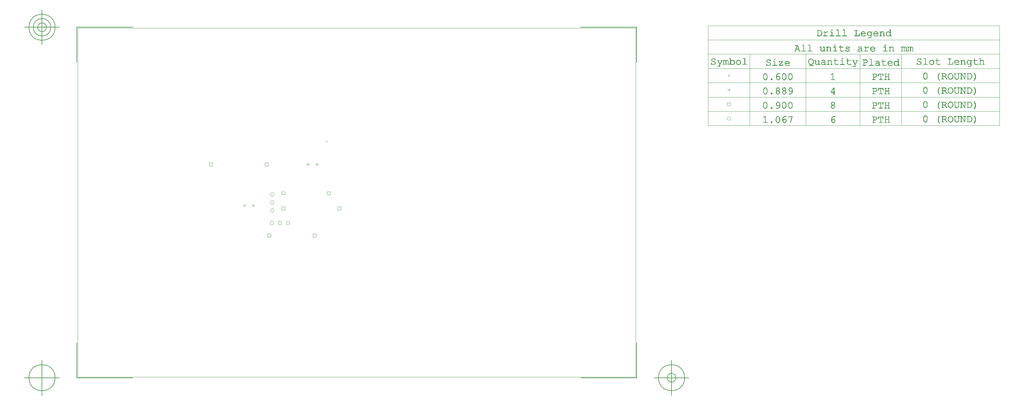
<source format=gbr>
G04 Generated by Ultiboard 14.2 *
%FSLAX33Y33*%
%MOMM*%

%ADD10C,0.001*%
%ADD11C,0.010*%
%ADD12C,0.100*%
%ADD13C,0.001*%
%ADD14C,0.127*%


G04 ColorRGB 000000 for the following layer *
%LNDrill Symbols-Copper Top-Copper Bottom*%
%LPD*%
G54D11*
X49852Y49169D02*
X50741Y49169D01*
X50297Y48724D02*
X50297Y49613D01*
X47312Y49169D02*
X48201Y49169D01*
X47757Y48724D02*
X47757Y49613D01*
X68580Y60516D02*
X68580Y61405D01*
X68136Y60960D02*
X69025Y60960D01*
X65596Y60960D02*
X66485Y60960D01*
X66040Y60516D02*
X66040Y61405D01*
X71162Y67352D02*
X71586Y67776D01*
X71162Y67776D02*
X71586Y67352D01*
X74485Y47919D02*
X75385Y47919D01*
X75385Y48819D01*
X74485Y48819D01*
X74485Y47919D01*
X58485Y47919D02*
X59385Y47919D01*
X59385Y48819D01*
X58485Y48819D01*
X58485Y47919D01*
X71485Y52243D02*
X72385Y52243D01*
X72385Y53143D01*
X71485Y53143D01*
X71485Y52243D01*
X58485Y52243D02*
X59385Y52243D01*
X59385Y53143D01*
X58485Y53143D01*
X58485Y52243D01*
X67419Y40111D02*
X68319Y40111D01*
X68319Y41011D01*
X67419Y41011D01*
X67419Y40111D01*
X54419Y40111D02*
X55319Y40111D01*
X55319Y41011D01*
X54419Y41011D01*
X54419Y40111D01*
X53650Y60510D02*
X54550Y60510D01*
X54550Y61410D01*
X53650Y61410D01*
X53650Y60510D01*
X37650Y60510D02*
X38550Y60510D01*
X38550Y61410D01*
X37650Y61410D01*
X37650Y60510D01*
X186255Y77754D02*
X187155Y77754D01*
X187155Y78654D01*
X186255Y78654D01*
X186255Y77754D01*
X186705Y81860D02*
X186705Y82749D01*
X186260Y82304D02*
X187149Y82304D01*
X186493Y86616D02*
X186917Y86192D01*
X186493Y86192D02*
X186917Y86616D01*
G54D12*
X55190Y50000D02*
G75*
D01*
G02X55190Y50000I534J0*
G01*
X55190Y47700D02*
G75*
D01*
G02X55190Y47700I534J0*
G01*
X55190Y52300D02*
G75*
D01*
G02X55190Y52300I534J0*
G01*
X57390Y44134D02*
G75*
D01*
G02X57390Y44134I534J0*
G01*
X55090Y44134D02*
G75*
D01*
G02X55090Y44134I534J0*
G01*
X59690Y44134D02*
G75*
D01*
G02X59690Y44134I534J0*
G01*
X186171Y74104D02*
G75*
D01*
G02X186171Y74104I534J0*
G01*
G54D13*
G36*
X196544Y72945D02*
X196544Y72945D01*
X196544Y72994D01*
X196539Y72969D01*
X196544Y72945D01*
D02*
G37*
X196544Y72994D01*
X196539Y72969D01*
X196544Y72945D01*
G36*
X196544Y72994D02*
X196544Y72994D01*
X196544Y72945D01*
X196558Y72925D01*
X196544Y72994D01*
D02*
G37*
X196544Y72945D01*
X196558Y72925D01*
X196544Y72994D01*
G36*
X196558Y72925D02*
X196558Y72925D01*
X196558Y73013D01*
X196544Y72994D01*
X196558Y72925D01*
D02*
G37*
X196558Y73013D01*
X196544Y72994D01*
X196558Y72925D01*
G36*
X196558Y73013D02*
X196558Y73013D01*
X196558Y72925D01*
X196583Y72912D01*
X196558Y73013D01*
D02*
G37*
X196558Y72925D01*
X196583Y72912D01*
X196558Y73013D01*
G36*
X196583Y72912D02*
X196583Y72912D01*
X196583Y73026D01*
X196558Y73013D01*
X196583Y72912D01*
D02*
G37*
X196583Y73026D01*
X196558Y73013D01*
X196583Y72912D01*
G36*
X196583Y73026D02*
X196583Y73026D01*
X196583Y72912D01*
X196621Y72907D01*
X196583Y73026D01*
D02*
G37*
X196583Y72912D01*
X196621Y72907D01*
X196583Y73026D01*
G36*
X196621Y72907D02*
X196621Y72907D01*
X196621Y73030D01*
X196583Y73026D01*
X196621Y72907D01*
D02*
G37*
X196621Y73030D01*
X196583Y73026D01*
X196621Y72907D01*
G36*
X196621Y73030D02*
X196621Y73030D01*
X196621Y72907D01*
X197588Y72907D01*
X196621Y73030D01*
D02*
G37*
X196621Y72907D01*
X197588Y72907D01*
X196621Y73030D01*
G36*
X197588Y72907D02*
X197588Y72907D01*
X197043Y73030D01*
X196621Y73030D01*
X197588Y72907D01*
D02*
G37*
X197043Y73030D01*
X196621Y73030D01*
X197588Y72907D01*
G36*
X197043Y73030D02*
X197043Y73030D01*
X197588Y72907D01*
X197166Y73030D01*
X197043Y73030D01*
D02*
G37*
X197588Y72907D01*
X197166Y73030D01*
X197043Y73030D01*
G36*
X197166Y73030D02*
X197166Y73030D01*
X197043Y74601D01*
X197043Y73030D01*
X197166Y73030D01*
D02*
G37*
X197043Y74601D01*
X197043Y73030D01*
X197166Y73030D01*
G36*
X197043Y74601D02*
X197043Y74601D01*
X197166Y73030D01*
X197166Y74771D01*
X197043Y74601D01*
D02*
G37*
X197166Y73030D01*
X197166Y74771D01*
X197043Y74601D01*
G36*
X197166Y74771D02*
X197166Y74771D01*
X196642Y74475D01*
X197043Y74601D01*
X197166Y74771D01*
D02*
G37*
X196642Y74475D01*
X197043Y74601D01*
X197166Y74771D01*
G36*
X196642Y74475D02*
X196642Y74475D01*
X197166Y74771D01*
X196616Y74468D01*
X196642Y74475D01*
D02*
G37*
X197166Y74771D01*
X196616Y74468D01*
X196642Y74475D01*
G36*
X196603Y74593D02*
X196603Y74593D01*
X196573Y74580D01*
X196578Y74470D01*
X196603Y74593D01*
D02*
G37*
X196573Y74580D01*
X196578Y74470D01*
X196603Y74593D01*
G36*
X196603Y74593D01*
X196578Y74470D01*
X196599Y74466D01*
X196603Y74593D01*
D02*
G37*
X196578Y74470D01*
X196599Y74466D01*
X196603Y74593D01*
G36*
X196603Y74593D01*
X196599Y74466D01*
X196616Y74468D01*
X196603Y74593D01*
D02*
G37*
X196599Y74466D01*
X196616Y74468D01*
X196603Y74593D01*
G36*
X196603Y74593D01*
X196616Y74468D01*
X197166Y74771D01*
X196603Y74593D01*
D02*
G37*
X196616Y74468D01*
X197166Y74771D01*
X196603Y74593D01*
G36*
X196573Y74580D02*
X196573Y74580D01*
X196559Y74484D01*
X196578Y74470D01*
X196573Y74580D01*
D02*
G37*
X196559Y74484D01*
X196578Y74470D01*
X196573Y74580D01*
G36*
X196559Y74484D02*
X196559Y74484D01*
X196573Y74580D01*
X196555Y74568D01*
X196559Y74484D01*
D02*
G37*
X196573Y74580D01*
X196555Y74568D01*
X196559Y74484D01*
G36*
X196555Y74568D02*
X196555Y74568D01*
X196545Y74504D01*
X196559Y74484D01*
X196555Y74568D01*
D02*
G37*
X196545Y74504D01*
X196559Y74484D01*
X196555Y74568D01*
G36*
X196545Y74504D02*
X196545Y74504D01*
X196555Y74568D01*
X196544Y74549D01*
X196545Y74504D01*
D02*
G37*
X196555Y74568D01*
X196544Y74549D01*
X196545Y74504D01*
G36*
X196544Y74549D02*
X196544Y74549D01*
X196540Y74527D01*
X196545Y74504D01*
X196544Y74549D01*
D02*
G37*
X196540Y74527D01*
X196545Y74504D01*
X196544Y74549D01*
G36*
X197588Y72907D02*
X197588Y72907D01*
X197588Y73030D01*
X197166Y73030D01*
X197588Y72907D01*
D02*
G37*
X197588Y73030D01*
X197166Y73030D01*
X197588Y72907D01*
G36*
X197588Y73030D02*
X197588Y73030D01*
X197588Y72907D01*
X197626Y72912D01*
X197588Y73030D01*
D02*
G37*
X197588Y72907D01*
X197626Y72912D01*
X197588Y73030D01*
G36*
X197626Y72912D02*
X197626Y72912D01*
X197626Y73026D01*
X197588Y73030D01*
X197626Y72912D01*
D02*
G37*
X197626Y73026D01*
X197588Y73030D01*
X197626Y72912D01*
G36*
X197626Y73026D02*
X197626Y73026D01*
X197626Y72912D01*
X197651Y72925D01*
X197626Y73026D01*
D02*
G37*
X197626Y72912D01*
X197651Y72925D01*
X197626Y73026D01*
G36*
X197651Y72925D02*
X197651Y72925D01*
X197651Y73013D01*
X197626Y73026D01*
X197651Y72925D01*
D02*
G37*
X197651Y73013D01*
X197626Y73026D01*
X197651Y72925D01*
G36*
X197651Y73013D02*
X197651Y73013D01*
X197651Y72925D01*
X197665Y72945D01*
X197651Y73013D01*
D02*
G37*
X197651Y72925D01*
X197665Y72945D01*
X197651Y73013D01*
G36*
X197665Y72945D02*
X197665Y72945D01*
X197665Y72994D01*
X197651Y73013D01*
X197665Y72945D01*
D02*
G37*
X197665Y72994D01*
X197651Y73013D01*
X197665Y72945D01*
G36*
X197665Y72994D02*
X197665Y72994D01*
X197665Y72945D01*
X197670Y72969D01*
X197665Y72994D01*
D02*
G37*
X197665Y72945D01*
X197670Y72969D01*
X197665Y72994D01*
G36*
X198880Y73260D02*
X198880Y73260D01*
X198805Y73246D01*
X198880Y73260D01*
D02*
G37*
X198805Y73246D01*
X198880Y73260D01*
G36*
X198880Y73260D01*
X198805Y73246D01*
X198740Y73203D01*
X198880Y73260D01*
D02*
G37*
X198805Y73246D01*
X198740Y73203D01*
X198880Y73260D01*
G36*
X198880Y73260D01*
X198740Y73203D01*
X198695Y73139D01*
X198880Y73260D01*
D02*
G37*
X198740Y73203D01*
X198695Y73139D01*
X198880Y73260D01*
G36*
X198880Y73260D01*
X198695Y73139D01*
X198681Y73061D01*
X198880Y73260D01*
D02*
G37*
X198695Y73139D01*
X198681Y73061D01*
X198880Y73260D01*
G36*
X198880Y73260D01*
X198681Y73061D01*
X198695Y72985D01*
X198880Y73260D01*
D02*
G37*
X198681Y73061D01*
X198695Y72985D01*
X198880Y73260D01*
G36*
X198880Y73260D01*
X198695Y72985D01*
X198739Y72921D01*
X198880Y73260D01*
D02*
G37*
X198695Y72985D01*
X198739Y72921D01*
X198880Y73260D01*
G36*
X198880Y73260D01*
X198739Y72921D01*
X198804Y72878D01*
X198880Y73260D01*
D02*
G37*
X198739Y72921D01*
X198804Y72878D01*
X198880Y73260D01*
G36*
X198880Y73260D01*
X198804Y72878D01*
X198880Y72863D01*
X198880Y73260D01*
D02*
G37*
X198804Y72878D01*
X198880Y72863D01*
X198880Y73260D01*
G36*
X198880Y73260D01*
X198880Y72863D01*
X198933Y72863D01*
X198880Y73260D01*
D02*
G37*
X198880Y72863D01*
X198933Y72863D01*
X198880Y73260D01*
G36*
X198880Y73260D01*
X198933Y72863D01*
X199008Y72878D01*
X198880Y73260D01*
D02*
G37*
X198933Y72863D01*
X199008Y72878D01*
X198880Y73260D01*
G36*
X198880Y73260D01*
X199008Y72878D01*
X199072Y72920D01*
X198880Y73260D01*
D02*
G37*
X199008Y72878D01*
X199072Y72920D01*
X198880Y73260D01*
G36*
X198880Y73260D01*
X199072Y72920D01*
X199117Y72984D01*
X198880Y73260D01*
D02*
G37*
X199072Y72920D01*
X199117Y72984D01*
X198880Y73260D01*
G36*
X198880Y73260D01*
X199117Y72984D01*
X199132Y73062D01*
X198880Y73260D01*
D02*
G37*
X199117Y72984D01*
X199132Y73062D01*
X198880Y73260D01*
G36*
X198880Y73260D01*
X199132Y73062D01*
X199117Y73138D01*
X198880Y73260D01*
D02*
G37*
X199132Y73062D01*
X199117Y73138D01*
X198880Y73260D01*
G36*
X198880Y73260D01*
X199117Y73138D01*
X199073Y73202D01*
X198880Y73260D01*
D02*
G37*
X199117Y73138D01*
X199073Y73202D01*
X198880Y73260D01*
G36*
X198880Y73260D01*
X199073Y73202D01*
X199009Y73246D01*
X198880Y73260D01*
D02*
G37*
X199073Y73202D01*
X199009Y73246D01*
X198880Y73260D01*
G36*
X198880Y73260D01*
X199009Y73246D01*
X198933Y73260D01*
X198880Y73260D01*
D02*
G37*
X199009Y73246D01*
X198933Y73260D01*
X198880Y73260D01*
G36*
X201262Y74137D02*
X201262Y74137D01*
X201238Y74274D01*
X201259Y73485D01*
X201262Y74137D01*
D02*
G37*
X201238Y74274D01*
X201259Y73485D01*
X201262Y74137D01*
G36*
X201262Y74137D01*
X201259Y73485D01*
X201270Y73673D01*
X201262Y74137D01*
D02*
G37*
X201259Y73485D01*
X201270Y73673D01*
X201262Y74137D01*
G36*
X201262Y74137D01*
X201270Y73673D01*
X201270Y73978D01*
X201262Y74137D01*
D02*
G37*
X201270Y73673D01*
X201270Y73978D01*
X201262Y74137D01*
G36*
X201208Y74367D02*
X201208Y74367D01*
X201259Y73485D01*
X201238Y74274D01*
X201208Y74367D01*
D02*
G37*
X201259Y73485D01*
X201238Y74274D01*
X201208Y74367D01*
G36*
X201259Y73485D02*
X201259Y73485D01*
X201208Y74367D01*
X201165Y74469D01*
X201259Y73485D01*
D02*
G37*
X201208Y74367D01*
X201165Y74469D01*
X201259Y73485D01*
G36*
X201165Y74469D02*
X201165Y74469D01*
X201164Y73171D01*
X201259Y73485D01*
X201165Y74469D01*
D02*
G37*
X201164Y73171D01*
X201259Y73485D01*
X201165Y74469D01*
G36*
X201164Y73171D02*
X201164Y73171D01*
X201165Y74469D01*
X201147Y73962D01*
X201164Y73171D01*
D02*
G37*
X201165Y74469D01*
X201147Y73962D01*
X201164Y73171D01*
G36*
X201147Y73962D02*
X201147Y73962D01*
X201147Y73691D01*
X201164Y73171D01*
X201147Y73962D01*
D02*
G37*
X201147Y73691D01*
X201164Y73171D01*
X201147Y73962D01*
G36*
X200988Y74526D02*
X200988Y74526D01*
X200997Y74695D01*
X200946Y74573D01*
X200988Y74526D01*
D02*
G37*
X200997Y74695D01*
X200946Y74573D01*
X200988Y74526D01*
G36*
X200997Y74695D02*
X200997Y74695D01*
X200988Y74526D01*
X201046Y74421D01*
X200997Y74695D01*
D02*
G37*
X200988Y74526D01*
X201046Y74421D01*
X200997Y74695D01*
G36*
X201046Y74421D02*
X201046Y74421D01*
X201071Y74625D01*
X200997Y74695D01*
X201046Y74421D01*
D02*
G37*
X201071Y74625D01*
X200997Y74695D01*
X201046Y74421D01*
G36*
X201071Y74625D02*
X201071Y74625D01*
X201046Y74421D01*
X201098Y74286D01*
X201071Y74625D01*
D02*
G37*
X201046Y74421D01*
X201098Y74286D01*
X201071Y74625D01*
G36*
X201098Y74286D02*
X201098Y74286D01*
X201117Y74561D01*
X201071Y74625D01*
X201098Y74286D01*
D02*
G37*
X201117Y74561D01*
X201071Y74625D01*
X201098Y74286D01*
G36*
X201117Y74561D02*
X201117Y74561D01*
X201098Y74286D01*
X201135Y74130D01*
X201117Y74561D01*
D02*
G37*
X201098Y74286D01*
X201135Y74130D01*
X201117Y74561D01*
G36*
X201135Y74130D02*
X201135Y74130D01*
X201165Y74469D01*
X201117Y74561D01*
X201135Y74130D01*
D02*
G37*
X201165Y74469D01*
X201117Y74561D01*
X201135Y74130D01*
G36*
X201165Y74469D02*
X201165Y74469D01*
X201135Y74130D01*
X201147Y73962D01*
X201165Y74469D01*
D02*
G37*
X201135Y74130D01*
X201147Y73962D01*
X201165Y74469D01*
G36*
X200804Y74652D02*
X200804Y74652D01*
X200810Y74779D01*
X200705Y74665D01*
X200804Y74652D01*
D02*
G37*
X200810Y74779D01*
X200705Y74665D01*
X200804Y74652D01*
G36*
X200810Y74779D02*
X200810Y74779D01*
X200804Y74652D01*
X200893Y74614D01*
X200810Y74779D01*
D02*
G37*
X200804Y74652D01*
X200893Y74614D01*
X200810Y74779D01*
G36*
X200893Y74614D02*
X200893Y74614D01*
X200909Y74746D01*
X200810Y74779D01*
X200893Y74614D01*
D02*
G37*
X200909Y74746D01*
X200810Y74779D01*
X200893Y74614D01*
G36*
X200909Y74746D02*
X200909Y74746D01*
X200893Y74614D01*
X200946Y74573D01*
X200909Y74746D01*
D02*
G37*
X200893Y74614D01*
X200946Y74573D01*
X200909Y74746D01*
G36*
X200946Y74573D02*
X200946Y74573D01*
X200997Y74695D01*
X200909Y74746D01*
X200946Y74573D01*
D02*
G37*
X200997Y74695D01*
X200909Y74746D01*
X200946Y74573D01*
G36*
X200330Y74344D02*
X200330Y74344D01*
X200330Y74608D01*
X200271Y74098D01*
X200330Y74344D01*
D02*
G37*
X200330Y74608D01*
X200271Y74098D01*
X200330Y74344D01*
G36*
X200330Y74608D02*
X200330Y74608D01*
X200330Y74344D01*
X200381Y74454D01*
X200330Y74608D01*
D02*
G37*
X200330Y74344D01*
X200381Y74454D01*
X200330Y74608D01*
G36*
X200381Y74454D02*
X200381Y74454D01*
X200409Y74687D01*
X200330Y74608D01*
X200381Y74454D01*
D02*
G37*
X200409Y74687D01*
X200330Y74608D01*
X200381Y74454D01*
G36*
X200409Y74687D02*
X200409Y74687D01*
X200381Y74454D01*
X200445Y74546D01*
X200409Y74687D01*
D02*
G37*
X200381Y74454D01*
X200445Y74546D01*
X200409Y74687D01*
G36*
X200445Y74546D02*
X200445Y74546D01*
X200596Y74778D01*
X200409Y74687D01*
X200445Y74546D01*
D02*
G37*
X200596Y74778D01*
X200409Y74687D01*
X200445Y74546D01*
G36*
X200596Y74778D02*
X200596Y74778D01*
X200445Y74546D01*
X200607Y74652D01*
X200596Y74778D01*
D02*
G37*
X200445Y74546D01*
X200607Y74652D01*
X200596Y74778D01*
G36*
X200607Y74652D02*
X200607Y74652D01*
X200704Y74790D01*
X200596Y74778D01*
X200607Y74652D01*
D02*
G37*
X200704Y74790D01*
X200596Y74778D01*
X200607Y74652D01*
G36*
X200704Y74790D02*
X200704Y74790D01*
X200607Y74652D01*
X200705Y74665D01*
X200704Y74790D01*
D02*
G37*
X200607Y74652D01*
X200705Y74665D01*
X200704Y74790D01*
G36*
X200705Y74665D02*
X200705Y74665D01*
X200810Y74779D01*
X200704Y74790D01*
X200705Y74665D01*
D02*
G37*
X200810Y74779D01*
X200704Y74790D01*
X200705Y74665D01*
G36*
X200247Y74482D02*
X200247Y74482D01*
X200153Y74167D01*
X200175Y73379D01*
X200247Y74482D01*
D02*
G37*
X200153Y74167D01*
X200175Y73379D01*
X200247Y74482D01*
G36*
X200247Y74482D01*
X200175Y73379D01*
X200204Y73285D01*
X200247Y74482D01*
D02*
G37*
X200175Y73379D01*
X200204Y73285D01*
X200247Y74482D01*
G36*
X200247Y74482D01*
X200204Y73285D01*
X200247Y73183D01*
X200247Y74482D01*
D02*
G37*
X200204Y73285D01*
X200247Y73183D01*
X200247Y74482D01*
G36*
X200247Y74482D01*
X200247Y73183D01*
X200264Y73691D01*
X200247Y74482D01*
D02*
G37*
X200247Y73183D01*
X200264Y73691D01*
X200247Y74482D01*
G36*
X200247Y74482D01*
X200264Y73691D01*
X200264Y73962D01*
X200247Y74482D01*
D02*
G37*
X200264Y73691D01*
X200264Y73962D01*
X200247Y74482D01*
G36*
X200247Y74482D01*
X200264Y73962D01*
X200271Y74098D01*
X200247Y74482D01*
D02*
G37*
X200264Y73962D01*
X200271Y74098D01*
X200247Y74482D01*
G36*
X200247Y74482D01*
X200271Y74098D01*
X200330Y74608D01*
X200247Y74482D01*
D02*
G37*
X200271Y74098D01*
X200330Y74608D01*
X200247Y74482D01*
G36*
X201140Y73555D02*
X201140Y73555D01*
X201164Y73171D01*
X201147Y73691D01*
X201140Y73555D01*
D02*
G37*
X201164Y73171D01*
X201147Y73691D01*
X201140Y73555D01*
G36*
X201164Y73171D02*
X201164Y73171D01*
X201140Y73555D01*
X201081Y73308D01*
X201164Y73171D01*
D02*
G37*
X201140Y73555D01*
X201081Y73308D01*
X201164Y73171D01*
G36*
X201081Y73308D02*
X201081Y73308D01*
X201081Y73045D01*
X201164Y73171D01*
X201081Y73308D01*
D02*
G37*
X201081Y73045D01*
X201164Y73171D01*
X201081Y73308D01*
G36*
X201081Y73045D02*
X201081Y73045D01*
X201081Y73308D01*
X201030Y73198D01*
X201081Y73045D01*
D02*
G37*
X201081Y73308D01*
X201030Y73198D01*
X201081Y73045D01*
G36*
X201030Y73198D02*
X201030Y73198D01*
X201003Y72965D01*
X201081Y73045D01*
X201030Y73198D01*
D02*
G37*
X201003Y72965D01*
X201081Y73045D01*
X201030Y73198D01*
G36*
X201003Y72965D02*
X201003Y72965D01*
X201030Y73198D01*
X200966Y73105D01*
X201003Y72965D01*
D02*
G37*
X201030Y73198D01*
X200966Y73105D01*
X201003Y72965D01*
G36*
X200966Y73105D02*
X200966Y73105D01*
X200816Y72875D01*
X201003Y72965D01*
X200966Y73105D01*
D02*
G37*
X200816Y72875D01*
X201003Y72965D01*
X200966Y73105D01*
G36*
X200816Y72875D02*
X200816Y72875D01*
X200966Y73105D01*
X200805Y73000D01*
X200816Y72875D01*
D02*
G37*
X200966Y73105D01*
X200805Y73000D01*
X200816Y72875D01*
G36*
X200805Y73000D02*
X200805Y73000D01*
X200708Y72986D01*
X200816Y72875D01*
X200805Y73000D01*
D02*
G37*
X200708Y72986D01*
X200816Y72875D01*
X200805Y73000D01*
G36*
X200708Y72986D02*
X200708Y72986D01*
X200708Y72863D01*
X200816Y72875D01*
X200708Y72986D01*
D02*
G37*
X200708Y72863D01*
X200816Y72875D01*
X200708Y72986D01*
G36*
X200708Y72863D02*
X200708Y72863D01*
X200708Y72986D01*
X200608Y73000D01*
X200708Y72863D01*
D02*
G37*
X200708Y72986D01*
X200608Y73000D01*
X200708Y72863D01*
G36*
X200608Y73000D02*
X200608Y73000D01*
X200603Y72874D01*
X200708Y72863D01*
X200608Y73000D01*
D02*
G37*
X200603Y72874D01*
X200708Y72863D01*
X200608Y73000D01*
G36*
X200603Y72874D02*
X200603Y72874D01*
X200608Y73000D01*
X200519Y73039D01*
X200603Y72874D01*
D02*
G37*
X200608Y73000D01*
X200519Y73039D01*
X200603Y72874D01*
G36*
X200519Y73039D02*
X200519Y73039D01*
X200504Y72907D01*
X200603Y72874D01*
X200519Y73039D01*
D02*
G37*
X200504Y72907D01*
X200603Y72874D01*
X200519Y73039D01*
G36*
X200504Y72907D02*
X200504Y72907D01*
X200519Y73039D01*
X200466Y73079D01*
X200504Y72907D01*
D02*
G37*
X200519Y73039D01*
X200466Y73079D01*
X200504Y72907D01*
G36*
X200466Y73079D02*
X200466Y73079D01*
X200425Y73125D01*
X200504Y72907D01*
X200466Y73079D01*
D02*
G37*
X200425Y73125D01*
X200504Y72907D01*
X200466Y73079D01*
G36*
X200425Y73125D02*
X200425Y73125D01*
X200415Y72958D01*
X200504Y72907D01*
X200425Y73125D01*
D02*
G37*
X200415Y72958D01*
X200504Y72907D01*
X200425Y73125D01*
G36*
X200415Y72958D02*
X200415Y72958D01*
X200425Y73125D01*
X200366Y73230D01*
X200415Y72958D01*
D02*
G37*
X200425Y73125D01*
X200366Y73230D01*
X200415Y72958D01*
G36*
X200366Y73230D02*
X200366Y73230D01*
X200340Y73027D01*
X200415Y72958D01*
X200366Y73230D01*
D02*
G37*
X200340Y73027D01*
X200415Y72958D01*
X200366Y73230D01*
G36*
X200340Y73027D02*
X200340Y73027D01*
X200366Y73230D01*
X200313Y73366D01*
X200340Y73027D01*
D02*
G37*
X200366Y73230D01*
X200313Y73366D01*
X200340Y73027D01*
G36*
X200313Y73366D02*
X200313Y73366D01*
X200296Y73090D01*
X200340Y73027D01*
X200313Y73366D01*
D02*
G37*
X200296Y73090D01*
X200340Y73027D01*
X200313Y73366D01*
G36*
X200296Y73090D02*
X200296Y73090D01*
X200313Y73366D01*
X200276Y73522D01*
X200296Y73090D01*
D02*
G37*
X200313Y73366D01*
X200276Y73522D01*
X200296Y73090D01*
G36*
X200276Y73522D02*
X200276Y73522D01*
X200264Y73691D01*
X200296Y73090D01*
X200276Y73522D01*
D02*
G37*
X200264Y73691D01*
X200296Y73090D01*
X200276Y73522D01*
G36*
X200149Y73515D02*
X200149Y73515D01*
X200175Y73379D01*
X200153Y74167D01*
X200149Y73515D01*
D02*
G37*
X200175Y73379D01*
X200153Y74167D01*
X200149Y73515D01*
G36*
X200149Y73515D01*
X200153Y74167D01*
X200141Y73978D01*
X200149Y73515D01*
D02*
G37*
X200153Y74167D01*
X200141Y73978D01*
X200149Y73515D01*
G36*
X200149Y73515D01*
X200141Y73978D01*
X200141Y73673D01*
X200149Y73515D01*
D02*
G37*
X200141Y73978D01*
X200141Y73673D01*
X200149Y73515D01*
G36*
X200264Y73691D02*
X200264Y73691D01*
X200247Y73183D01*
X200296Y73090D01*
X200264Y73691D01*
D02*
G37*
X200247Y73183D01*
X200296Y73090D01*
X200264Y73691D01*
G36*
X203129Y74714D02*
X203129Y74714D01*
X203103Y74740D01*
X203104Y74625D01*
X203129Y74714D01*
D02*
G37*
X203103Y74740D01*
X203104Y74625D01*
X203129Y74714D01*
G36*
X203129Y74714D01*
X203104Y74625D01*
X203122Y74638D01*
X203129Y74714D01*
D02*
G37*
X203104Y74625D01*
X203122Y74638D01*
X203129Y74714D01*
G36*
X203129Y74714D01*
X203122Y74638D01*
X203134Y74657D01*
X203129Y74714D01*
D02*
G37*
X203122Y74638D01*
X203134Y74657D01*
X203129Y74714D01*
G36*
X203129Y74714D01*
X203134Y74657D01*
X203138Y74681D01*
X203129Y74714D01*
D02*
G37*
X203134Y74657D01*
X203138Y74681D01*
X203129Y74714D01*
G36*
X203103Y74740D02*
X203103Y74740D01*
X203011Y74777D01*
X203036Y74636D01*
X203103Y74740D01*
D02*
G37*
X203011Y74777D01*
X203036Y74636D01*
X203103Y74740D01*
G36*
X203103Y74740D01*
X203036Y74636D01*
X203060Y74625D01*
X203103Y74740D01*
D02*
G37*
X203036Y74636D01*
X203060Y74625D01*
X203103Y74740D01*
G36*
X203103Y74740D01*
X203060Y74625D01*
X203081Y74621D01*
X203103Y74740D01*
D02*
G37*
X203060Y74625D01*
X203081Y74621D01*
X203103Y74740D01*
G36*
X203103Y74740D01*
X203081Y74621D01*
X203104Y74625D01*
X203103Y74740D01*
D02*
G37*
X203081Y74621D01*
X203104Y74625D01*
X203103Y74740D01*
G36*
X202886Y74665D02*
X202886Y74665D01*
X202898Y74790D01*
X202747Y74650D01*
X202886Y74665D01*
D02*
G37*
X202898Y74790D01*
X202747Y74650D01*
X202886Y74665D01*
G36*
X202898Y74790D02*
X202898Y74790D01*
X202886Y74665D01*
X202968Y74658D01*
X202898Y74790D01*
D02*
G37*
X202886Y74665D01*
X202968Y74658D01*
X202898Y74790D01*
G36*
X202968Y74658D02*
X202968Y74658D01*
X203011Y74777D01*
X202898Y74790D01*
X202968Y74658D01*
D02*
G37*
X203011Y74777D01*
X202898Y74790D01*
X202968Y74658D01*
G36*
X203011Y74777D02*
X203011Y74777D01*
X202968Y74658D01*
X203036Y74636D01*
X203011Y74777D01*
D02*
G37*
X202968Y74658D01*
X203036Y74636D01*
X203011Y74777D01*
G36*
X202723Y74771D02*
X202723Y74771D01*
X202747Y74650D01*
X202898Y74790D01*
X202723Y74771D01*
D02*
G37*
X202747Y74650D01*
X202898Y74790D01*
X202723Y74771D01*
G36*
X202747Y74650D02*
X202747Y74650D01*
X202723Y74771D01*
X202560Y74716D01*
X202747Y74650D01*
D02*
G37*
X202723Y74771D01*
X202560Y74716D01*
X202747Y74650D01*
G36*
X202560Y74716D02*
X202560Y74716D01*
X202486Y74527D01*
X202747Y74650D01*
X202560Y74716D01*
D02*
G37*
X202486Y74527D01*
X202747Y74650D01*
X202560Y74716D01*
G36*
X202486Y74527D02*
X202486Y74527D01*
X202560Y74716D01*
X202414Y74631D01*
X202486Y74527D01*
D02*
G37*
X202560Y74716D01*
X202414Y74631D01*
X202486Y74527D01*
G36*
X202414Y74631D02*
X202414Y74631D01*
X202365Y74420D01*
X202486Y74527D01*
X202414Y74631D01*
D02*
G37*
X202365Y74420D01*
X202486Y74527D01*
X202414Y74631D01*
G36*
X202365Y74420D02*
X202365Y74420D01*
X202414Y74631D01*
X202287Y74525D01*
X202365Y74420D01*
D02*
G37*
X202414Y74631D01*
X202287Y74525D01*
X202365Y74420D01*
G36*
X202287Y74525D02*
X202287Y74525D01*
X202263Y74291D01*
X202365Y74420D01*
X202287Y74525D01*
D02*
G37*
X202263Y74291D01*
X202365Y74420D01*
X202287Y74525D01*
G36*
X202263Y74291D02*
X202263Y74291D01*
X202287Y74525D01*
X202182Y74399D01*
X202263Y74291D01*
D02*
G37*
X202287Y74525D01*
X202182Y74399D01*
X202263Y74291D01*
G36*
X202182Y74399D02*
X202182Y74399D01*
X202145Y73999D01*
X202263Y74291D01*
X202182Y74399D01*
D02*
G37*
X202145Y73999D01*
X202263Y74291D01*
X202182Y74399D01*
G36*
X202145Y73999D02*
X202145Y73999D01*
X202182Y74399D01*
X202100Y74255D01*
X202145Y73999D01*
D02*
G37*
X202182Y74399D01*
X202100Y74255D01*
X202145Y73999D01*
G36*
X202100Y74255D02*
X202100Y74255D01*
X202130Y73836D01*
X202145Y73999D01*
X202100Y74255D01*
D02*
G37*
X202130Y73836D01*
X202145Y73999D01*
X202100Y74255D01*
G36*
X202130Y73836D02*
X202130Y73836D01*
X202100Y74255D01*
X202105Y73263D01*
X202130Y73836D01*
D02*
G37*
X202100Y74255D01*
X202105Y73263D01*
X202130Y73836D01*
G36*
X202105Y73263D02*
X202105Y73263D01*
X202149Y73168D01*
X202130Y73836D01*
X202105Y73263D01*
D02*
G37*
X202149Y73168D01*
X202130Y73836D01*
X202105Y73263D01*
G36*
X202013Y73674D02*
X202013Y73674D01*
X202030Y74048D01*
X202007Y73824D01*
X202013Y73674D01*
D02*
G37*
X202030Y74048D01*
X202007Y73824D01*
X202013Y73674D01*
G36*
X202030Y74048D02*
X202030Y74048D01*
X202013Y73674D01*
X202062Y73393D01*
X202030Y74048D01*
D02*
G37*
X202013Y73674D01*
X202062Y73393D01*
X202030Y74048D01*
G36*
X202062Y73393D02*
X202062Y73393D01*
X202100Y74255D01*
X202030Y74048D01*
X202062Y73393D01*
D02*
G37*
X202100Y74255D01*
X202030Y74048D01*
X202062Y73393D01*
G36*
X202100Y74255D02*
X202100Y74255D01*
X202062Y73393D01*
X202105Y73263D01*
X202100Y74255D01*
D02*
G37*
X202062Y73393D01*
X202105Y73263D01*
X202100Y74255D01*
G36*
X202904Y73766D02*
X202904Y73766D01*
X202913Y73923D01*
X202843Y73821D01*
X202904Y73766D01*
D02*
G37*
X202913Y73923D01*
X202843Y73821D01*
X202904Y73766D01*
G36*
X202913Y73923D02*
X202913Y73923D01*
X202904Y73766D01*
X202955Y73699D01*
X202913Y73923D01*
D02*
G37*
X202904Y73766D01*
X202955Y73699D01*
X202913Y73923D01*
G36*
X202955Y73699D02*
X202955Y73699D01*
X202992Y73851D01*
X202913Y73923D01*
X202955Y73699D01*
D02*
G37*
X202992Y73851D01*
X202913Y73923D01*
X202955Y73699D01*
G36*
X202992Y73851D02*
X202992Y73851D01*
X202955Y73699D01*
X203014Y73540D01*
X202992Y73851D01*
D02*
G37*
X202955Y73699D01*
X203014Y73540D01*
X202992Y73851D01*
G36*
X203014Y73540D02*
X203014Y73540D01*
X203058Y73765D01*
X202992Y73851D01*
X203014Y73540D01*
D02*
G37*
X203058Y73765D01*
X202992Y73851D01*
X203014Y73540D01*
G36*
X203058Y73765D02*
X203058Y73765D01*
X203014Y73540D01*
X203021Y73448D01*
X203058Y73765D01*
D02*
G37*
X203014Y73540D01*
X203021Y73448D01*
X203058Y73765D01*
G36*
X203021Y73448D02*
X203021Y73448D01*
X203066Y73139D01*
X203058Y73765D01*
X203021Y73448D01*
D02*
G37*
X203066Y73139D01*
X203058Y73765D01*
X203021Y73448D01*
G36*
X203066Y73139D02*
X203066Y73139D01*
X203021Y73448D01*
X203014Y73350D01*
X203066Y73139D01*
D02*
G37*
X203021Y73448D01*
X203014Y73350D01*
X203066Y73139D01*
G36*
X203014Y73350D02*
X203014Y73350D01*
X203005Y73046D01*
X203066Y73139D01*
X203014Y73350D01*
D02*
G37*
X203005Y73046D01*
X203066Y73139D01*
X203014Y73350D01*
G36*
X203005Y73046D02*
X203005Y73046D01*
X203014Y73350D01*
X202955Y73183D01*
X203005Y73046D01*
D02*
G37*
X203014Y73350D01*
X202955Y73183D01*
X203005Y73046D01*
G36*
X202955Y73183D02*
X202955Y73183D01*
X202929Y72966D01*
X203005Y73046D01*
X202955Y73183D01*
D02*
G37*
X202929Y72966D01*
X203005Y73046D01*
X202955Y73183D01*
G36*
X202929Y72966D02*
X202929Y72966D01*
X202955Y73183D01*
X202904Y73114D01*
X202929Y72966D01*
D02*
G37*
X202955Y73183D01*
X202904Y73114D01*
X202929Y72966D01*
G36*
X202904Y73114D02*
X202904Y73114D01*
X202843Y73058D01*
X202929Y72966D01*
X202904Y73114D01*
D02*
G37*
X202843Y73058D01*
X202929Y72966D01*
X202904Y73114D01*
G36*
X202639Y73892D02*
X202639Y73892D01*
X202643Y74015D01*
X202568Y73884D01*
X202639Y73892D01*
D02*
G37*
X202643Y74015D01*
X202568Y73884D01*
X202639Y73892D01*
G36*
X202643Y74015D02*
X202643Y74015D01*
X202639Y73892D01*
X202711Y73884D01*
X202643Y74015D01*
D02*
G37*
X202639Y73892D01*
X202711Y73884D01*
X202643Y74015D01*
G36*
X202711Y73884D02*
X202711Y73884D01*
X202738Y74004D01*
X202643Y74015D01*
X202711Y73884D01*
D02*
G37*
X202738Y74004D01*
X202643Y74015D01*
X202711Y73884D01*
G36*
X202738Y74004D02*
X202738Y74004D01*
X202711Y73884D01*
X202843Y73821D01*
X202738Y74004D01*
D02*
G37*
X202711Y73884D01*
X202843Y73821D01*
X202738Y74004D01*
G36*
X202843Y73821D02*
X202843Y73821D01*
X202913Y73923D01*
X202738Y74004D01*
X202843Y73821D01*
D02*
G37*
X202913Y73923D01*
X202738Y74004D01*
X202843Y73821D01*
G36*
X202365Y73770D02*
X202365Y73770D01*
X202374Y73934D01*
X202271Y73658D01*
X202365Y73770D01*
D02*
G37*
X202374Y73934D01*
X202271Y73658D01*
X202365Y73770D01*
G36*
X202374Y73934D02*
X202374Y73934D01*
X202365Y73770D01*
X202431Y73823D01*
X202374Y73934D01*
D02*
G37*
X202365Y73770D01*
X202431Y73823D01*
X202374Y73934D01*
G36*
X202431Y73823D02*
X202431Y73823D01*
X202502Y73995D01*
X202374Y73934D01*
X202431Y73823D01*
D02*
G37*
X202502Y73995D01*
X202374Y73934D01*
X202431Y73823D01*
G36*
X202502Y73995D02*
X202502Y73995D01*
X202431Y73823D01*
X202568Y73884D01*
X202502Y73995D01*
D02*
G37*
X202431Y73823D01*
X202568Y73884D01*
X202502Y73995D01*
G36*
X202568Y73884D02*
X202568Y73884D01*
X202643Y74015D01*
X202502Y73995D01*
X202568Y73884D01*
D02*
G37*
X202643Y74015D01*
X202502Y73995D01*
X202568Y73884D01*
G36*
X202149Y73168D02*
X202149Y73168D01*
X202139Y73685D01*
X202133Y73774D01*
X202149Y73168D01*
D02*
G37*
X202139Y73685D01*
X202133Y73774D01*
X202149Y73168D01*
G36*
X202139Y73685D02*
X202139Y73685D01*
X202149Y73168D01*
X202167Y73481D01*
X202139Y73685D01*
D02*
G37*
X202149Y73168D01*
X202167Y73481D01*
X202139Y73685D01*
G36*
X202167Y73481D02*
X202167Y73481D01*
X202255Y73832D01*
X202139Y73685D01*
X202167Y73481D01*
D02*
G37*
X202255Y73832D01*
X202139Y73685D01*
X202167Y73481D01*
G36*
X202255Y73832D02*
X202255Y73832D01*
X202167Y73481D01*
X202271Y73658D01*
X202255Y73832D01*
D02*
G37*
X202167Y73481D01*
X202271Y73658D01*
X202255Y73832D01*
G36*
X202271Y73658D02*
X202271Y73658D01*
X202374Y73934D01*
X202255Y73832D01*
X202271Y73658D01*
D02*
G37*
X202374Y73934D01*
X202255Y73832D01*
X202271Y73658D01*
G36*
X203134Y73563D02*
X203134Y73563D01*
X203058Y73765D01*
X203066Y73139D01*
X203134Y73563D01*
D02*
G37*
X203058Y73765D01*
X203066Y73139D01*
X203134Y73563D01*
G36*
X203134Y73563D01*
X203066Y73139D01*
X203135Y73340D01*
X203134Y73563D01*
D02*
G37*
X203066Y73139D01*
X203135Y73340D01*
X203134Y73563D01*
G36*
X203134Y73563D01*
X203135Y73340D01*
X203144Y73448D01*
X203134Y73563D01*
D02*
G37*
X203135Y73340D01*
X203144Y73448D01*
X203134Y73563D01*
G36*
X202737Y72875D02*
X202737Y72875D01*
X202929Y72966D01*
X202843Y73058D01*
X202737Y72875D01*
D02*
G37*
X202929Y72966D01*
X202843Y73058D01*
X202737Y72875D01*
G36*
X202737Y72875D01*
X202843Y73058D01*
X202703Y72994D01*
X202737Y72875D01*
D02*
G37*
X202843Y73058D01*
X202703Y72994D01*
X202737Y72875D01*
G36*
X202737Y72875D01*
X202703Y72994D01*
X202624Y72986D01*
X202737Y72875D01*
D02*
G37*
X202703Y72994D01*
X202624Y72986D01*
X202737Y72875D01*
G36*
X202737Y72875D01*
X202624Y72986D01*
X202621Y72863D01*
X202737Y72875D01*
D02*
G37*
X202624Y72986D01*
X202621Y72863D01*
X202737Y72875D01*
G36*
X202545Y72993D02*
X202545Y72993D01*
X202404Y73051D01*
X202467Y72888D01*
X202545Y72993D01*
D02*
G37*
X202404Y73051D01*
X202467Y72888D01*
X202545Y72993D01*
G36*
X202545Y72993D01*
X202467Y72888D01*
X202621Y72863D01*
X202545Y72993D01*
D02*
G37*
X202467Y72888D01*
X202621Y72863D01*
X202545Y72993D01*
G36*
X202545Y72993D01*
X202621Y72863D01*
X202624Y72986D01*
X202545Y72993D01*
D02*
G37*
X202621Y72863D01*
X202624Y72986D01*
X202545Y72993D01*
G36*
X202257Y73017D02*
X202257Y73017D01*
X202286Y73167D01*
X202199Y73358D01*
X202257Y73017D01*
D02*
G37*
X202286Y73167D01*
X202199Y73358D01*
X202257Y73017D01*
G36*
X202286Y73167D02*
X202286Y73167D01*
X202257Y73017D01*
X202323Y72961D01*
X202286Y73167D01*
D02*
G37*
X202257Y73017D01*
X202323Y72961D01*
X202286Y73167D01*
G36*
X202323Y72961D02*
X202323Y72961D01*
X202342Y73101D01*
X202286Y73167D01*
X202323Y72961D01*
D02*
G37*
X202342Y73101D01*
X202286Y73167D01*
X202323Y72961D01*
G36*
X202342Y73101D02*
X202342Y73101D01*
X202323Y72961D01*
X202467Y72888D01*
X202342Y73101D01*
D02*
G37*
X202323Y72961D01*
X202467Y72888D01*
X202342Y73101D01*
G36*
X202467Y72888D02*
X202467Y72888D01*
X202404Y73051D01*
X202342Y73101D01*
X202467Y72888D01*
D02*
G37*
X202404Y73051D01*
X202342Y73101D01*
X202467Y72888D01*
G36*
X202167Y73481D02*
X202167Y73481D01*
X202149Y73168D01*
X202257Y73017D01*
X202167Y73481D01*
D02*
G37*
X202149Y73168D01*
X202257Y73017D01*
X202167Y73481D01*
G36*
X202167Y73481D01*
X202257Y73017D01*
X202199Y73358D01*
X202167Y73481D01*
D02*
G37*
X202257Y73017D01*
X202199Y73358D01*
X202167Y73481D01*
G36*
X202130Y73836D02*
X202130Y73836D01*
X202149Y73168D01*
X202133Y73774D01*
X202130Y73836D01*
D02*
G37*
X202149Y73168D01*
X202133Y73774D01*
X202130Y73836D01*
G36*
X204350Y72967D02*
X204350Y72967D01*
X204720Y74565D01*
X204337Y72936D01*
X204350Y72967D01*
D02*
G37*
X204720Y74565D01*
X204337Y72936D01*
X204350Y72967D01*
G36*
X204720Y74565D02*
X204720Y74565D01*
X204350Y72967D01*
X204845Y74549D01*
X204720Y74565D01*
D02*
G37*
X204350Y72967D01*
X204845Y74549D01*
X204720Y74565D01*
G36*
X204845Y74549D02*
X204845Y74549D01*
X204720Y74621D01*
X204720Y74565D01*
X204845Y74549D01*
D02*
G37*
X204720Y74621D01*
X204720Y74565D01*
X204845Y74549D01*
G36*
X204720Y74621D02*
X204720Y74621D01*
X204845Y74549D01*
X204845Y74746D01*
X204720Y74621D01*
D02*
G37*
X204845Y74549D01*
X204845Y74746D01*
X204720Y74621D01*
G36*
X204845Y74746D02*
X204845Y74746D01*
X203838Y74621D01*
X204720Y74621D01*
X204845Y74746D01*
D02*
G37*
X203838Y74621D01*
X204720Y74621D01*
X204845Y74746D01*
G36*
X203838Y74621D02*
X203838Y74621D01*
X204845Y74746D01*
X203715Y74746D01*
X203838Y74621D01*
D02*
G37*
X204845Y74746D01*
X203715Y74746D01*
X203838Y74621D01*
G36*
X203715Y74746D02*
X203715Y74746D01*
X203720Y74475D01*
X203838Y74621D01*
X203715Y74746D01*
D02*
G37*
X203720Y74475D01*
X203838Y74621D01*
X203715Y74746D01*
G36*
X203720Y74475D02*
X203720Y74475D01*
X203715Y74746D01*
X203715Y74513D01*
X203720Y74475D01*
D02*
G37*
X203715Y74746D01*
X203715Y74513D01*
X203720Y74475D01*
G36*
X203838Y74621D02*
X203838Y74621D01*
X203720Y74475D01*
X203733Y74450D01*
X203838Y74621D01*
D02*
G37*
X203720Y74475D01*
X203733Y74450D01*
X203838Y74621D01*
G36*
X203838Y74621D01*
X203733Y74450D01*
X203753Y74435D01*
X203838Y74621D01*
D02*
G37*
X203733Y74450D01*
X203753Y74435D01*
X203838Y74621D01*
G36*
X203838Y74621D01*
X203753Y74435D01*
X203777Y74431D01*
X203838Y74621D01*
D02*
G37*
X203753Y74435D01*
X203777Y74431D01*
X203838Y74621D01*
G36*
X203838Y74621D01*
X203777Y74431D01*
X203802Y74435D01*
X203838Y74621D01*
D02*
G37*
X203777Y74431D01*
X203802Y74435D01*
X203838Y74621D01*
G36*
X203838Y74621D01*
X203802Y74435D01*
X203821Y74450D01*
X203838Y74621D01*
D02*
G37*
X203802Y74435D01*
X203821Y74450D01*
X203838Y74621D01*
G36*
X203838Y74621D01*
X203821Y74450D01*
X203834Y74475D01*
X203838Y74621D01*
D02*
G37*
X203821Y74450D01*
X203834Y74475D01*
X203838Y74621D01*
G36*
X203838Y74621D01*
X203834Y74475D01*
X203838Y74513D01*
X203838Y74621D01*
D02*
G37*
X203834Y74475D01*
X203838Y74513D01*
X203838Y74621D01*
G36*
X204720Y74565D02*
X204720Y74565D01*
X204232Y73004D01*
X204241Y72922D01*
X204720Y74565D01*
D02*
G37*
X204232Y73004D01*
X204241Y72922D01*
X204720Y74565D01*
G36*
X204720Y74565D01*
X204241Y72922D01*
X204261Y72909D01*
X204720Y74565D01*
D02*
G37*
X204241Y72922D01*
X204261Y72909D01*
X204720Y74565D01*
G36*
X204720Y74565D01*
X204261Y72909D01*
X204285Y72904D01*
X204720Y74565D01*
D02*
G37*
X204261Y72909D01*
X204285Y72904D01*
X204720Y74565D01*
G36*
X204720Y74565D01*
X204285Y72904D01*
X204305Y72907D01*
X204720Y74565D01*
D02*
G37*
X204285Y72904D01*
X204305Y72907D01*
X204720Y74565D01*
G36*
X204720Y74565D01*
X204305Y72907D01*
X204322Y72917D01*
X204720Y74565D01*
D02*
G37*
X204305Y72907D01*
X204322Y72917D01*
X204720Y74565D01*
G36*
X204720Y74565D01*
X204322Y72917D01*
X204337Y72936D01*
X204720Y74565D01*
D02*
G37*
X204322Y72917D01*
X204337Y72936D01*
X204720Y74565D01*
G36*
X204228Y72941D02*
X204228Y72941D01*
X204241Y72922D01*
X204232Y73004D01*
X204228Y72941D01*
D02*
G37*
X204241Y72922D01*
X204232Y73004D01*
X204228Y72941D01*
G36*
X204228Y72941D01*
X204232Y73004D01*
X204226Y72980D01*
X204228Y72941D01*
D02*
G37*
X204232Y73004D01*
X204226Y72980D01*
X204228Y72941D01*
G36*
X204228Y72941D01*
X204226Y72980D01*
X204224Y72963D01*
X204228Y72941D01*
D02*
G37*
X204226Y72980D01*
X204224Y72963D01*
X204228Y72941D01*
G36*
X217130Y74714D02*
X217130Y74714D01*
X217104Y74740D01*
X217105Y74625D01*
X217130Y74714D01*
D02*
G37*
X217104Y74740D01*
X217105Y74625D01*
X217130Y74714D01*
G36*
X217130Y74714D01*
X217105Y74625D01*
X217123Y74638D01*
X217130Y74714D01*
D02*
G37*
X217105Y74625D01*
X217123Y74638D01*
X217130Y74714D01*
G36*
X217130Y74714D01*
X217123Y74638D01*
X217135Y74657D01*
X217130Y74714D01*
D02*
G37*
X217123Y74638D01*
X217135Y74657D01*
X217130Y74714D01*
G36*
X217130Y74714D01*
X217135Y74657D01*
X217139Y74681D01*
X217130Y74714D01*
D02*
G37*
X217135Y74657D01*
X217139Y74681D01*
X217130Y74714D01*
G36*
X217104Y74740D02*
X217104Y74740D01*
X217012Y74777D01*
X217036Y74636D01*
X217104Y74740D01*
D02*
G37*
X217012Y74777D01*
X217036Y74636D01*
X217104Y74740D01*
G36*
X217104Y74740D01*
X217036Y74636D01*
X217061Y74625D01*
X217104Y74740D01*
D02*
G37*
X217036Y74636D01*
X217061Y74625D01*
X217104Y74740D01*
G36*
X217104Y74740D01*
X217061Y74625D01*
X217082Y74621D01*
X217104Y74740D01*
D02*
G37*
X217061Y74625D01*
X217082Y74621D01*
X217104Y74740D01*
G36*
X217104Y74740D01*
X217082Y74621D01*
X217105Y74625D01*
X217104Y74740D01*
D02*
G37*
X217082Y74621D01*
X217105Y74625D01*
X217104Y74740D01*
G36*
X216887Y74665D02*
X216887Y74665D01*
X216899Y74790D01*
X216747Y74650D01*
X216887Y74665D01*
D02*
G37*
X216899Y74790D01*
X216747Y74650D01*
X216887Y74665D01*
G36*
X216899Y74790D02*
X216899Y74790D01*
X216887Y74665D01*
X216969Y74658D01*
X216899Y74790D01*
D02*
G37*
X216887Y74665D01*
X216969Y74658D01*
X216899Y74790D01*
G36*
X216969Y74658D02*
X216969Y74658D01*
X217012Y74777D01*
X216899Y74790D01*
X216969Y74658D01*
D02*
G37*
X217012Y74777D01*
X216899Y74790D01*
X216969Y74658D01*
G36*
X217012Y74777D02*
X217012Y74777D01*
X216969Y74658D01*
X217036Y74636D01*
X217012Y74777D01*
D02*
G37*
X216969Y74658D01*
X217036Y74636D01*
X217012Y74777D01*
G36*
X216724Y74771D02*
X216724Y74771D01*
X216747Y74650D01*
X216899Y74790D01*
X216724Y74771D01*
D02*
G37*
X216747Y74650D01*
X216899Y74790D01*
X216724Y74771D01*
G36*
X216747Y74650D02*
X216747Y74650D01*
X216724Y74771D01*
X216561Y74716D01*
X216747Y74650D01*
D02*
G37*
X216724Y74771D01*
X216561Y74716D01*
X216747Y74650D01*
G36*
X216561Y74716D02*
X216561Y74716D01*
X216487Y74527D01*
X216747Y74650D01*
X216561Y74716D01*
D02*
G37*
X216487Y74527D01*
X216747Y74650D01*
X216561Y74716D01*
G36*
X216487Y74527D02*
X216487Y74527D01*
X216561Y74716D01*
X216415Y74631D01*
X216487Y74527D01*
D02*
G37*
X216561Y74716D01*
X216415Y74631D01*
X216487Y74527D01*
G36*
X216415Y74631D02*
X216415Y74631D01*
X216366Y74420D01*
X216487Y74527D01*
X216415Y74631D01*
D02*
G37*
X216366Y74420D01*
X216487Y74527D01*
X216415Y74631D01*
G36*
X216366Y74420D02*
X216366Y74420D01*
X216415Y74631D01*
X216288Y74525D01*
X216366Y74420D01*
D02*
G37*
X216415Y74631D01*
X216288Y74525D01*
X216366Y74420D01*
G36*
X216288Y74525D02*
X216288Y74525D01*
X216263Y74291D01*
X216366Y74420D01*
X216288Y74525D01*
D02*
G37*
X216263Y74291D01*
X216366Y74420D01*
X216288Y74525D01*
G36*
X216263Y74291D02*
X216263Y74291D01*
X216288Y74525D01*
X216182Y74399D01*
X216263Y74291D01*
D02*
G37*
X216288Y74525D01*
X216182Y74399D01*
X216263Y74291D01*
G36*
X216182Y74399D02*
X216182Y74399D01*
X216146Y73999D01*
X216263Y74291D01*
X216182Y74399D01*
D02*
G37*
X216146Y73999D01*
X216263Y74291D01*
X216182Y74399D01*
G36*
X216146Y73999D02*
X216146Y73999D01*
X216182Y74399D01*
X216100Y74255D01*
X216146Y73999D01*
D02*
G37*
X216182Y74399D01*
X216100Y74255D01*
X216146Y73999D01*
G36*
X216100Y74255D02*
X216100Y74255D01*
X216131Y73836D01*
X216146Y73999D01*
X216100Y74255D01*
D02*
G37*
X216131Y73836D01*
X216146Y73999D01*
X216100Y74255D01*
G36*
X216131Y73836D02*
X216131Y73836D01*
X216100Y74255D01*
X216106Y73263D01*
X216131Y73836D01*
D02*
G37*
X216100Y74255D01*
X216106Y73263D01*
X216131Y73836D01*
G36*
X216106Y73263D02*
X216106Y73263D01*
X216150Y73168D01*
X216131Y73836D01*
X216106Y73263D01*
D02*
G37*
X216150Y73168D01*
X216131Y73836D01*
X216106Y73263D01*
G36*
X216014Y73674D02*
X216014Y73674D01*
X216031Y74048D01*
X216008Y73824D01*
X216014Y73674D01*
D02*
G37*
X216031Y74048D01*
X216008Y73824D01*
X216014Y73674D01*
G36*
X216031Y74048D02*
X216031Y74048D01*
X216014Y73674D01*
X216063Y73393D01*
X216031Y74048D01*
D02*
G37*
X216014Y73674D01*
X216063Y73393D01*
X216031Y74048D01*
G36*
X216063Y73393D02*
X216063Y73393D01*
X216100Y74255D01*
X216031Y74048D01*
X216063Y73393D01*
D02*
G37*
X216100Y74255D01*
X216031Y74048D01*
X216063Y73393D01*
G36*
X216100Y74255D02*
X216100Y74255D01*
X216063Y73393D01*
X216106Y73263D01*
X216100Y74255D01*
D02*
G37*
X216063Y73393D01*
X216106Y73263D01*
X216100Y74255D01*
G36*
X216905Y73766D02*
X216905Y73766D01*
X216914Y73923D01*
X216844Y73821D01*
X216905Y73766D01*
D02*
G37*
X216914Y73923D01*
X216844Y73821D01*
X216905Y73766D01*
G36*
X216914Y73923D02*
X216914Y73923D01*
X216905Y73766D01*
X216956Y73699D01*
X216914Y73923D01*
D02*
G37*
X216905Y73766D01*
X216956Y73699D01*
X216914Y73923D01*
G36*
X216956Y73699D02*
X216956Y73699D01*
X216993Y73851D01*
X216914Y73923D01*
X216956Y73699D01*
D02*
G37*
X216993Y73851D01*
X216914Y73923D01*
X216956Y73699D01*
G36*
X216993Y73851D02*
X216993Y73851D01*
X216956Y73699D01*
X217014Y73540D01*
X216993Y73851D01*
D02*
G37*
X216956Y73699D01*
X217014Y73540D01*
X216993Y73851D01*
G36*
X217014Y73540D02*
X217014Y73540D01*
X217059Y73765D01*
X216993Y73851D01*
X217014Y73540D01*
D02*
G37*
X217059Y73765D01*
X216993Y73851D01*
X217014Y73540D01*
G36*
X217059Y73765D02*
X217059Y73765D01*
X217014Y73540D01*
X217022Y73448D01*
X217059Y73765D01*
D02*
G37*
X217014Y73540D01*
X217022Y73448D01*
X217059Y73765D01*
G36*
X217022Y73448D02*
X217022Y73448D01*
X217067Y73139D01*
X217059Y73765D01*
X217022Y73448D01*
D02*
G37*
X217067Y73139D01*
X217059Y73765D01*
X217022Y73448D01*
G36*
X217067Y73139D02*
X217067Y73139D01*
X217022Y73448D01*
X217015Y73350D01*
X217067Y73139D01*
D02*
G37*
X217022Y73448D01*
X217015Y73350D01*
X217067Y73139D01*
G36*
X217015Y73350D02*
X217015Y73350D01*
X217006Y73046D01*
X217067Y73139D01*
X217015Y73350D01*
D02*
G37*
X217006Y73046D01*
X217067Y73139D01*
X217015Y73350D01*
G36*
X217006Y73046D02*
X217006Y73046D01*
X217015Y73350D01*
X216956Y73183D01*
X217006Y73046D01*
D02*
G37*
X217015Y73350D01*
X216956Y73183D01*
X217006Y73046D01*
G36*
X216956Y73183D02*
X216956Y73183D01*
X216930Y72966D01*
X217006Y73046D01*
X216956Y73183D01*
D02*
G37*
X216930Y72966D01*
X217006Y73046D01*
X216956Y73183D01*
G36*
X216930Y72966D02*
X216930Y72966D01*
X216956Y73183D01*
X216905Y73114D01*
X216930Y72966D01*
D02*
G37*
X216956Y73183D01*
X216905Y73114D01*
X216930Y72966D01*
G36*
X216905Y73114D02*
X216905Y73114D01*
X216844Y73058D01*
X216930Y72966D01*
X216905Y73114D01*
D02*
G37*
X216844Y73058D01*
X216930Y72966D01*
X216905Y73114D01*
G36*
X216639Y73892D02*
X216639Y73892D01*
X216644Y74015D01*
X216569Y73884D01*
X216639Y73892D01*
D02*
G37*
X216644Y74015D01*
X216569Y73884D01*
X216639Y73892D01*
G36*
X216644Y74015D02*
X216644Y74015D01*
X216639Y73892D01*
X216712Y73884D01*
X216644Y74015D01*
D02*
G37*
X216639Y73892D01*
X216712Y73884D01*
X216644Y74015D01*
G36*
X216712Y73884D02*
X216712Y73884D01*
X216739Y74004D01*
X216644Y74015D01*
X216712Y73884D01*
D02*
G37*
X216739Y74004D01*
X216644Y74015D01*
X216712Y73884D01*
G36*
X216739Y74004D02*
X216739Y74004D01*
X216712Y73884D01*
X216844Y73821D01*
X216739Y74004D01*
D02*
G37*
X216712Y73884D01*
X216844Y73821D01*
X216739Y74004D01*
G36*
X216844Y73821D02*
X216844Y73821D01*
X216914Y73923D01*
X216739Y74004D01*
X216844Y73821D01*
D02*
G37*
X216914Y73923D01*
X216739Y74004D01*
X216844Y73821D01*
G36*
X216366Y73770D02*
X216366Y73770D01*
X216375Y73934D01*
X216272Y73658D01*
X216366Y73770D01*
D02*
G37*
X216375Y73934D01*
X216272Y73658D01*
X216366Y73770D01*
G36*
X216375Y73934D02*
X216375Y73934D01*
X216366Y73770D01*
X216432Y73823D01*
X216375Y73934D01*
D02*
G37*
X216366Y73770D01*
X216432Y73823D01*
X216375Y73934D01*
G36*
X216432Y73823D02*
X216432Y73823D01*
X216503Y73995D01*
X216375Y73934D01*
X216432Y73823D01*
D02*
G37*
X216503Y73995D01*
X216375Y73934D01*
X216432Y73823D01*
G36*
X216503Y73995D02*
X216503Y73995D01*
X216432Y73823D01*
X216569Y73884D01*
X216503Y73995D01*
D02*
G37*
X216432Y73823D01*
X216569Y73884D01*
X216503Y73995D01*
G36*
X216569Y73884D02*
X216569Y73884D01*
X216644Y74015D01*
X216503Y73995D01*
X216569Y73884D01*
D02*
G37*
X216644Y74015D01*
X216503Y73995D01*
X216569Y73884D01*
G36*
X216150Y73168D02*
X216150Y73168D01*
X216140Y73685D01*
X216133Y73774D01*
X216150Y73168D01*
D02*
G37*
X216140Y73685D01*
X216133Y73774D01*
X216150Y73168D01*
G36*
X216140Y73685D02*
X216140Y73685D01*
X216150Y73168D01*
X216168Y73481D01*
X216140Y73685D01*
D02*
G37*
X216150Y73168D01*
X216168Y73481D01*
X216140Y73685D01*
G36*
X216168Y73481D02*
X216168Y73481D01*
X216256Y73832D01*
X216140Y73685D01*
X216168Y73481D01*
D02*
G37*
X216256Y73832D01*
X216140Y73685D01*
X216168Y73481D01*
G36*
X216256Y73832D02*
X216256Y73832D01*
X216168Y73481D01*
X216272Y73658D01*
X216256Y73832D01*
D02*
G37*
X216168Y73481D01*
X216272Y73658D01*
X216256Y73832D01*
G36*
X216272Y73658D02*
X216272Y73658D01*
X216375Y73934D01*
X216256Y73832D01*
X216272Y73658D01*
D02*
G37*
X216375Y73934D01*
X216256Y73832D01*
X216272Y73658D01*
G36*
X217135Y73563D02*
X217135Y73563D01*
X217059Y73765D01*
X217067Y73139D01*
X217135Y73563D01*
D02*
G37*
X217059Y73765D01*
X217067Y73139D01*
X217135Y73563D01*
G36*
X217135Y73563D01*
X217067Y73139D01*
X217136Y73340D01*
X217135Y73563D01*
D02*
G37*
X217067Y73139D01*
X217136Y73340D01*
X217135Y73563D01*
G36*
X217135Y73563D01*
X217136Y73340D01*
X217145Y73448D01*
X217135Y73563D01*
D02*
G37*
X217136Y73340D01*
X217145Y73448D01*
X217135Y73563D01*
G36*
X216738Y72875D02*
X216738Y72875D01*
X216930Y72966D01*
X216844Y73058D01*
X216738Y72875D01*
D02*
G37*
X216930Y72966D01*
X216844Y73058D01*
X216738Y72875D01*
G36*
X216738Y72875D01*
X216844Y73058D01*
X216704Y72994D01*
X216738Y72875D01*
D02*
G37*
X216844Y73058D01*
X216704Y72994D01*
X216738Y72875D01*
G36*
X216738Y72875D01*
X216704Y72994D01*
X216625Y72986D01*
X216738Y72875D01*
D02*
G37*
X216704Y72994D01*
X216625Y72986D01*
X216738Y72875D01*
G36*
X216738Y72875D01*
X216625Y72986D01*
X216622Y72863D01*
X216738Y72875D01*
D02*
G37*
X216625Y72986D01*
X216622Y72863D01*
X216738Y72875D01*
G36*
X216546Y72993D02*
X216546Y72993D01*
X216405Y73051D01*
X216468Y72888D01*
X216546Y72993D01*
D02*
G37*
X216405Y73051D01*
X216468Y72888D01*
X216546Y72993D01*
G36*
X216546Y72993D01*
X216468Y72888D01*
X216622Y72863D01*
X216546Y72993D01*
D02*
G37*
X216468Y72888D01*
X216622Y72863D01*
X216546Y72993D01*
G36*
X216546Y72993D01*
X216622Y72863D01*
X216625Y72986D01*
X216546Y72993D01*
D02*
G37*
X216622Y72863D01*
X216625Y72986D01*
X216546Y72993D01*
G36*
X216258Y73017D02*
X216258Y73017D01*
X216287Y73167D01*
X216200Y73358D01*
X216258Y73017D01*
D02*
G37*
X216287Y73167D01*
X216200Y73358D01*
X216258Y73017D01*
G36*
X216287Y73167D02*
X216287Y73167D01*
X216258Y73017D01*
X216324Y72961D01*
X216287Y73167D01*
D02*
G37*
X216258Y73017D01*
X216324Y72961D01*
X216287Y73167D01*
G36*
X216324Y72961D02*
X216324Y72961D01*
X216343Y73101D01*
X216287Y73167D01*
X216324Y72961D01*
D02*
G37*
X216343Y73101D01*
X216287Y73167D01*
X216324Y72961D01*
G36*
X216343Y73101D02*
X216343Y73101D01*
X216324Y72961D01*
X216468Y72888D01*
X216343Y73101D01*
D02*
G37*
X216324Y72961D01*
X216468Y72888D01*
X216343Y73101D01*
G36*
X216468Y72888D02*
X216468Y72888D01*
X216405Y73051D01*
X216343Y73101D01*
X216468Y72888D01*
D02*
G37*
X216405Y73051D01*
X216343Y73101D01*
X216468Y72888D01*
G36*
X216168Y73481D02*
X216168Y73481D01*
X216150Y73168D01*
X216258Y73017D01*
X216168Y73481D01*
D02*
G37*
X216150Y73168D01*
X216258Y73017D01*
X216168Y73481D01*
G36*
X216168Y73481D01*
X216258Y73017D01*
X216200Y73358D01*
X216168Y73481D01*
D02*
G37*
X216258Y73017D01*
X216200Y73358D01*
X216168Y73481D01*
G36*
X216131Y73836D02*
X216131Y73836D01*
X216150Y73168D01*
X216133Y73774D01*
X216131Y73836D01*
D02*
G37*
X216150Y73168D01*
X216133Y73774D01*
X216131Y73836D01*
G36*
X229033Y73843D02*
X229033Y73843D01*
X229052Y74414D01*
X229019Y74141D01*
X229033Y73843D01*
D02*
G37*
X229052Y74414D01*
X229019Y74141D01*
X229033Y73843D01*
G36*
X229052Y74414D02*
X229052Y74414D01*
X229033Y73843D01*
X229090Y73927D01*
X229052Y74414D01*
D02*
G37*
X229033Y73843D01*
X229090Y73927D01*
X229052Y74414D01*
G36*
X229090Y73927D02*
X229090Y73927D01*
X229132Y74238D01*
X229052Y74414D01*
X229090Y73927D01*
D02*
G37*
X229132Y74238D01*
X229052Y74414D01*
X229090Y73927D01*
G36*
X229132Y74238D02*
X229132Y74238D01*
X229090Y73927D01*
X229129Y74029D01*
X229132Y74238D01*
D02*
G37*
X229090Y73927D01*
X229129Y74029D01*
X229132Y74238D01*
G36*
X229129Y74029D02*
X229129Y74029D01*
X229142Y74141D01*
X229132Y74238D01*
X229129Y74029D01*
D02*
G37*
X229142Y74141D01*
X229132Y74238D01*
X229129Y74029D01*
G36*
X228894Y74402D02*
X228894Y74402D01*
X228895Y74557D01*
X228828Y74453D01*
X228894Y74402D01*
D02*
G37*
X228895Y74557D01*
X228828Y74453D01*
X228894Y74402D01*
G36*
X228895Y74557D02*
X228895Y74557D01*
X228894Y74402D01*
X228949Y74342D01*
X228895Y74557D01*
D02*
G37*
X228894Y74402D01*
X228949Y74342D01*
X228895Y74557D01*
G36*
X228949Y74342D02*
X228949Y74342D01*
X228981Y74491D01*
X228895Y74557D01*
X228949Y74342D01*
D02*
G37*
X228981Y74491D01*
X228895Y74557D01*
X228949Y74342D01*
G36*
X228981Y74491D02*
X228981Y74491D01*
X228949Y74342D01*
X229011Y74212D01*
X228981Y74491D01*
D02*
G37*
X228949Y74342D01*
X229011Y74212D01*
X228981Y74491D01*
G36*
X229011Y74212D02*
X229011Y74212D01*
X229052Y74414D01*
X228981Y74491D01*
X229011Y74212D01*
D02*
G37*
X229052Y74414D01*
X228981Y74491D01*
X229011Y74212D01*
G36*
X229052Y74414D02*
X229052Y74414D01*
X229011Y74212D01*
X229019Y74141D01*
X229052Y74414D01*
D02*
G37*
X229011Y74212D01*
X229019Y74141D01*
X229052Y74414D01*
G36*
X228689Y74632D02*
X228689Y74632D01*
X228568Y74641D01*
X228579Y74518D01*
X228689Y74632D01*
D02*
G37*
X228568Y74641D01*
X228579Y74518D01*
X228689Y74632D01*
G36*
X228689Y74632D01*
X228579Y74518D01*
X228670Y74511D01*
X228689Y74632D01*
D02*
G37*
X228579Y74518D01*
X228670Y74511D01*
X228689Y74632D01*
G36*
X228689Y74632D01*
X228670Y74511D01*
X228828Y74453D01*
X228689Y74632D01*
D02*
G37*
X228670Y74511D01*
X228828Y74453D01*
X228689Y74632D01*
G36*
X228689Y74632D01*
X228828Y74453D01*
X228895Y74557D01*
X228689Y74632D01*
D02*
G37*
X228828Y74453D01*
X228895Y74557D01*
X228689Y74632D01*
G36*
X227776Y72964D02*
X227776Y72964D01*
X227776Y73014D01*
X227771Y72989D01*
X227776Y72964D01*
D02*
G37*
X227776Y73014D01*
X227771Y72989D01*
X227776Y72964D01*
G36*
X227776Y73014D02*
X227776Y73014D01*
X227776Y72964D01*
X227790Y72945D01*
X227776Y73014D01*
D02*
G37*
X227776Y72964D01*
X227790Y72945D01*
X227776Y73014D01*
G36*
X227790Y72945D02*
X227790Y72945D01*
X227790Y73033D01*
X227776Y73014D01*
X227790Y72945D01*
D02*
G37*
X227790Y73033D01*
X227776Y73014D01*
X227790Y72945D01*
G36*
X227790Y73033D02*
X227790Y73033D01*
X227790Y72945D01*
X227815Y72931D01*
X227790Y73033D01*
D02*
G37*
X227790Y72945D01*
X227815Y72931D01*
X227790Y73033D01*
G36*
X227815Y72931D02*
X227815Y72931D01*
X227815Y73046D01*
X227790Y73033D01*
X227815Y72931D01*
D02*
G37*
X227815Y73046D01*
X227790Y73033D01*
X227815Y72931D01*
G36*
X227815Y73046D02*
X227815Y73046D01*
X227815Y72931D01*
X227853Y72927D01*
X227815Y73046D01*
D02*
G37*
X227815Y72931D01*
X227853Y72927D01*
X227815Y73046D01*
G36*
X227853Y72927D02*
X227853Y72927D01*
X227853Y73050D01*
X227815Y73046D01*
X227853Y72927D01*
D02*
G37*
X227853Y73050D01*
X227815Y73046D01*
X227853Y72927D01*
G36*
X227853Y73050D02*
X227853Y73050D01*
X227853Y72927D01*
X228563Y72927D01*
X227853Y73050D01*
D02*
G37*
X227853Y72927D01*
X228563Y72927D01*
X227853Y73050D01*
G36*
X228563Y72927D02*
X228563Y72927D01*
X228018Y73050D01*
X227853Y73050D01*
X228563Y72927D01*
D02*
G37*
X228018Y73050D01*
X227853Y73050D01*
X228563Y72927D01*
G36*
X228018Y73050D02*
X228018Y73050D01*
X228563Y72927D01*
X228141Y73050D01*
X228018Y73050D01*
D02*
G37*
X228563Y72927D01*
X228141Y73050D01*
X228018Y73050D01*
G36*
X228141Y73050D02*
X228141Y73050D01*
X228018Y74518D01*
X228018Y73050D01*
X228141Y73050D01*
D02*
G37*
X228018Y74518D01*
X228018Y73050D01*
X228141Y73050D01*
G36*
X228018Y74518D02*
X228018Y74518D01*
X228141Y73050D01*
X228141Y74518D01*
X228018Y74518D01*
D02*
G37*
X228141Y73050D01*
X228141Y74518D01*
X228018Y74518D01*
G36*
X228141Y74518D02*
X228141Y74518D01*
X228568Y74641D01*
X228018Y74518D01*
X228141Y74518D01*
D02*
G37*
X228568Y74641D01*
X228018Y74518D01*
X228141Y74518D01*
G36*
X228568Y74641D02*
X228568Y74641D01*
X228141Y74518D01*
X228579Y74518D01*
X228568Y74641D01*
D02*
G37*
X228141Y74518D01*
X228579Y74518D01*
X228568Y74641D01*
G36*
X228964Y73963D02*
X228964Y73963D01*
X228965Y73778D01*
X229005Y74051D01*
X228964Y73963D01*
D02*
G37*
X228965Y73778D01*
X229005Y74051D01*
X228964Y73963D01*
G36*
X228965Y73778D02*
X228965Y73778D01*
X228964Y73963D01*
X228893Y73882D01*
X228965Y73778D01*
D02*
G37*
X228964Y73963D01*
X228893Y73882D01*
X228965Y73778D01*
G36*
X228893Y73882D02*
X228893Y73882D01*
X228853Y73707D01*
X228965Y73778D01*
X228893Y73882D01*
D02*
G37*
X228853Y73707D01*
X228965Y73778D01*
X228893Y73882D01*
G36*
X228853Y73707D02*
X228853Y73707D01*
X228893Y73882D01*
X228790Y73814D01*
X228853Y73707D01*
D02*
G37*
X228893Y73882D01*
X228790Y73814D01*
X228853Y73707D01*
G36*
X228790Y73814D02*
X228790Y73814D01*
X228738Y73658D01*
X228853Y73707D01*
X228790Y73814D01*
D02*
G37*
X228738Y73658D01*
X228853Y73707D01*
X228790Y73814D01*
G36*
X228738Y73658D02*
X228738Y73658D01*
X228790Y73814D01*
X228666Y73768D01*
X228738Y73658D01*
D02*
G37*
X228790Y73814D01*
X228666Y73768D01*
X228738Y73658D01*
G36*
X228666Y73768D02*
X228666Y73768D01*
X228642Y73637D01*
X228738Y73658D01*
X228666Y73768D01*
D02*
G37*
X228642Y73637D01*
X228738Y73658D01*
X228666Y73768D01*
G36*
X228642Y73637D02*
X228642Y73637D01*
X228666Y73768D01*
X228534Y73753D01*
X228642Y73637D01*
D02*
G37*
X228666Y73768D01*
X228534Y73753D01*
X228642Y73637D01*
G36*
X228534Y73753D02*
X228534Y73753D01*
X228527Y73630D01*
X228642Y73637D01*
X228534Y73753D01*
D02*
G37*
X228527Y73630D01*
X228642Y73637D01*
X228534Y73753D01*
G36*
X228527Y73630D02*
X228527Y73630D01*
X228534Y73753D01*
X228141Y73753D01*
X228527Y73630D01*
D02*
G37*
X228534Y73753D01*
X228141Y73753D01*
X228527Y73630D01*
G36*
X228141Y73753D02*
X228141Y73753D01*
X228141Y73630D01*
X228527Y73630D01*
X228141Y73753D01*
D02*
G37*
X228141Y73630D01*
X228527Y73630D01*
X228141Y73753D01*
G36*
X228141Y73630D02*
X228141Y73630D01*
X228141Y74518D01*
X228141Y73630D01*
D02*
G37*
X228141Y74518D01*
X228141Y73630D01*
G36*
X228141Y74518D02*
X228141Y74518D01*
X228141Y73050D01*
X228141Y73630D01*
X228141Y74518D01*
D02*
G37*
X228141Y73050D01*
X228141Y73630D01*
X228141Y74518D01*
G36*
X227776Y74554D02*
X227776Y74554D01*
X227776Y74604D01*
X227771Y74579D01*
X227776Y74554D01*
D02*
G37*
X227776Y74604D01*
X227771Y74579D01*
X227776Y74554D01*
G36*
X227776Y74604D02*
X227776Y74604D01*
X227776Y74554D01*
X227790Y74535D01*
X227776Y74604D01*
D02*
G37*
X227776Y74554D01*
X227790Y74535D01*
X227776Y74604D01*
G36*
X227790Y74535D02*
X227790Y74535D01*
X227790Y74624D01*
X227776Y74604D01*
X227790Y74535D01*
D02*
G37*
X227790Y74624D01*
X227776Y74604D01*
X227790Y74535D01*
G36*
X227790Y74624D02*
X227790Y74624D01*
X227790Y74535D01*
X227815Y74522D01*
X227790Y74624D01*
D02*
G37*
X227790Y74535D01*
X227815Y74522D01*
X227790Y74624D01*
G36*
X227815Y74522D02*
X227815Y74522D01*
X227815Y74637D01*
X227790Y74624D01*
X227815Y74522D01*
D02*
G37*
X227815Y74637D01*
X227790Y74624D01*
X227815Y74522D01*
G36*
X227815Y74637D02*
X227815Y74637D01*
X227815Y74522D01*
X227853Y74518D01*
X227815Y74637D01*
D02*
G37*
X227815Y74522D01*
X227853Y74518D01*
X227815Y74637D01*
G36*
X227853Y74518D02*
X227853Y74518D01*
X227853Y74641D01*
X227815Y74637D01*
X227853Y74518D01*
D02*
G37*
X227853Y74641D01*
X227815Y74637D01*
X227853Y74518D01*
G36*
X227853Y74641D02*
X227853Y74641D01*
X227853Y74518D01*
X228018Y74518D01*
X227853Y74641D01*
D02*
G37*
X227853Y74518D01*
X228018Y74518D01*
X227853Y74641D01*
G36*
X228018Y74518D02*
X228018Y74518D01*
X228568Y74641D01*
X227853Y74641D01*
X228018Y74518D01*
D02*
G37*
X228568Y74641D01*
X227853Y74641D01*
X228018Y74518D01*
G36*
X229005Y74051D02*
X229005Y74051D01*
X228965Y73778D01*
X229033Y73843D01*
X229005Y74051D01*
D02*
G37*
X228965Y73778D01*
X229033Y73843D01*
X229005Y74051D01*
G36*
X229005Y74051D01*
X229033Y73843D01*
X229019Y74141D01*
X229005Y74051D01*
D02*
G37*
X229033Y73843D01*
X229019Y74141D01*
X229005Y74051D01*
G36*
X228563Y72927D02*
X228563Y72927D01*
X228563Y73050D01*
X228141Y73050D01*
X228563Y72927D01*
D02*
G37*
X228563Y73050D01*
X228141Y73050D01*
X228563Y72927D01*
G36*
X228563Y73050D02*
X228563Y73050D01*
X228563Y72927D01*
X228601Y72931D01*
X228563Y73050D01*
D02*
G37*
X228563Y72927D01*
X228601Y72931D01*
X228563Y73050D01*
G36*
X228601Y72931D02*
X228601Y72931D01*
X228601Y73046D01*
X228563Y73050D01*
X228601Y72931D01*
D02*
G37*
X228601Y73046D01*
X228563Y73050D01*
X228601Y72931D01*
G36*
X228601Y73046D02*
X228601Y73046D01*
X228601Y72931D01*
X228626Y72945D01*
X228601Y73046D01*
D02*
G37*
X228601Y72931D01*
X228626Y72945D01*
X228601Y73046D01*
G36*
X228626Y72945D02*
X228626Y72945D01*
X228626Y73033D01*
X228601Y73046D01*
X228626Y72945D01*
D02*
G37*
X228626Y73033D01*
X228601Y73046D01*
X228626Y72945D01*
G36*
X228626Y73033D02*
X228626Y73033D01*
X228626Y72945D01*
X228640Y72964D01*
X228626Y73033D01*
D02*
G37*
X228626Y72945D01*
X228640Y72964D01*
X228626Y73033D01*
G36*
X228640Y72964D02*
X228640Y72964D01*
X228640Y73014D01*
X228626Y73033D01*
X228640Y72964D01*
D02*
G37*
X228640Y73014D01*
X228626Y73033D01*
X228640Y72964D01*
G36*
X228640Y73014D02*
X228640Y73014D01*
X228640Y72964D01*
X228645Y72989D01*
X228640Y73014D01*
D02*
G37*
X228640Y72964D01*
X228645Y72989D01*
X228640Y73014D01*
G36*
X230897Y74641D02*
X230897Y74641D01*
X229518Y74641D01*
X229641Y74518D01*
X230897Y74641D01*
D02*
G37*
X229518Y74641D01*
X229641Y74518D01*
X230897Y74641D01*
G36*
X230897Y74641D01*
X229641Y74518D01*
X230145Y74518D01*
X230897Y74641D01*
D02*
G37*
X229641Y74518D01*
X230145Y74518D01*
X230897Y74641D01*
G36*
X230897Y74641D01*
X230145Y74518D01*
X230270Y74518D01*
X230897Y74641D01*
D02*
G37*
X230145Y74518D01*
X230270Y74518D01*
X230897Y74641D01*
G36*
X230897Y74641D01*
X230270Y74518D01*
X230774Y74518D01*
X230897Y74641D01*
D02*
G37*
X230270Y74518D01*
X230774Y74518D01*
X230897Y74641D01*
G36*
X230897Y74641D01*
X230774Y74518D01*
X230778Y74053D01*
X230897Y74641D01*
D02*
G37*
X230774Y74518D01*
X230778Y74053D01*
X230897Y74641D01*
G36*
X230897Y74641D01*
X230778Y74053D01*
X230791Y74027D01*
X230897Y74641D01*
D02*
G37*
X230778Y74053D01*
X230791Y74027D01*
X230897Y74641D01*
G36*
X230897Y74641D01*
X230791Y74027D01*
X230810Y74013D01*
X230897Y74641D01*
D02*
G37*
X230791Y74027D01*
X230810Y74013D01*
X230897Y74641D01*
G36*
X230897Y74641D01*
X230810Y74013D01*
X230835Y74008D01*
X230897Y74641D01*
D02*
G37*
X230810Y74013D01*
X230835Y74008D01*
X230897Y74641D01*
G36*
X230897Y74641D01*
X230835Y74008D01*
X230860Y74013D01*
X230897Y74641D01*
D02*
G37*
X230835Y74008D01*
X230860Y74013D01*
X230897Y74641D01*
G36*
X230897Y74641D01*
X230860Y74013D01*
X230880Y74027D01*
X230897Y74641D01*
D02*
G37*
X230860Y74013D01*
X230880Y74027D01*
X230897Y74641D01*
G36*
X230897Y74641D01*
X230880Y74027D01*
X230893Y74053D01*
X230897Y74641D01*
D02*
G37*
X230880Y74027D01*
X230893Y74053D01*
X230897Y74641D01*
G36*
X230897Y74641D01*
X230893Y74053D01*
X230897Y74092D01*
X230897Y74641D01*
D02*
G37*
X230893Y74053D01*
X230897Y74092D01*
X230897Y74641D01*
G36*
X229749Y72964D02*
X229749Y72964D01*
X229749Y73014D01*
X229744Y72989D01*
X229749Y72964D01*
D02*
G37*
X229749Y73014D01*
X229744Y72989D01*
X229749Y72964D01*
G36*
X229749Y73014D02*
X229749Y73014D01*
X229749Y72964D01*
X229763Y72945D01*
X229749Y73014D01*
D02*
G37*
X229749Y72964D01*
X229763Y72945D01*
X229749Y73014D01*
G36*
X229763Y72945D02*
X229763Y72945D01*
X229763Y73033D01*
X229749Y73014D01*
X229763Y72945D01*
D02*
G37*
X229763Y73033D01*
X229749Y73014D01*
X229763Y72945D01*
G36*
X229763Y73033D02*
X229763Y73033D01*
X229763Y72945D01*
X229788Y72931D01*
X229763Y73033D01*
D02*
G37*
X229763Y72945D01*
X229788Y72931D01*
X229763Y73033D01*
G36*
X229788Y72931D02*
X229788Y72931D01*
X229788Y73046D01*
X229763Y73033D01*
X229788Y72931D01*
D02*
G37*
X229788Y73046D01*
X229763Y73033D01*
X229788Y72931D01*
G36*
X229788Y73046D02*
X229788Y73046D01*
X229788Y72931D01*
X229826Y72927D01*
X229788Y73046D01*
D02*
G37*
X229788Y72931D01*
X229826Y72927D01*
X229788Y73046D01*
G36*
X229826Y72927D02*
X229826Y72927D01*
X229826Y73050D01*
X229788Y73046D01*
X229826Y72927D01*
D02*
G37*
X229826Y73050D01*
X229788Y73046D01*
X229826Y72927D01*
G36*
X229826Y73050D02*
X229826Y73050D01*
X229826Y72927D01*
X230589Y72927D01*
X229826Y73050D01*
D02*
G37*
X229826Y72927D01*
X230589Y72927D01*
X229826Y73050D01*
G36*
X230589Y72927D02*
X230589Y72927D01*
X230145Y73050D01*
X229826Y73050D01*
X230589Y72927D01*
D02*
G37*
X230145Y73050D01*
X229826Y73050D01*
X230589Y72927D01*
G36*
X230145Y73050D02*
X230145Y73050D01*
X230589Y72927D01*
X230270Y73050D01*
X230145Y73050D01*
D02*
G37*
X230589Y72927D01*
X230270Y73050D01*
X230145Y73050D01*
G36*
X230270Y73050D02*
X230270Y73050D01*
X230145Y74518D01*
X230145Y73050D01*
X230270Y73050D01*
D02*
G37*
X230145Y74518D01*
X230145Y73050D01*
X230270Y73050D01*
G36*
X230145Y74518D02*
X230145Y74518D01*
X230270Y73050D01*
X230270Y74518D01*
X230145Y74518D01*
D02*
G37*
X230270Y73050D01*
X230270Y74518D01*
X230145Y74518D01*
G36*
X229641Y74518D02*
X229641Y74518D01*
X229518Y74641D01*
X229523Y74053D01*
X229641Y74518D01*
D02*
G37*
X229518Y74641D01*
X229523Y74053D01*
X229641Y74518D01*
G36*
X229641Y74518D01*
X229523Y74053D01*
X229536Y74027D01*
X229641Y74518D01*
D02*
G37*
X229523Y74053D01*
X229536Y74027D01*
X229641Y74518D01*
G36*
X229641Y74518D01*
X229536Y74027D01*
X229556Y74013D01*
X229641Y74518D01*
D02*
G37*
X229536Y74027D01*
X229556Y74013D01*
X229641Y74518D01*
G36*
X229641Y74518D01*
X229556Y74013D01*
X229580Y74008D01*
X229641Y74518D01*
D02*
G37*
X229556Y74013D01*
X229580Y74008D01*
X229641Y74518D01*
G36*
X229641Y74518D01*
X229580Y74008D01*
X229605Y74013D01*
X229641Y74518D01*
D02*
G37*
X229580Y74008D01*
X229605Y74013D01*
X229641Y74518D01*
G36*
X229641Y74518D01*
X229605Y74013D01*
X229625Y74027D01*
X229641Y74518D01*
D02*
G37*
X229605Y74013D01*
X229625Y74027D01*
X229641Y74518D01*
G36*
X229641Y74518D01*
X229625Y74027D01*
X229637Y74053D01*
X229641Y74518D01*
D02*
G37*
X229625Y74027D01*
X229637Y74053D01*
X229641Y74518D01*
G36*
X229641Y74518D01*
X229637Y74053D01*
X229641Y74092D01*
X229641Y74518D01*
D02*
G37*
X229637Y74053D01*
X229641Y74092D01*
X229641Y74518D01*
G36*
X230589Y72927D02*
X230589Y72927D01*
X230589Y73050D01*
X230270Y73050D01*
X230589Y72927D01*
D02*
G37*
X230589Y73050D01*
X230270Y73050D01*
X230589Y72927D01*
G36*
X230589Y73050D02*
X230589Y73050D01*
X230589Y72927D01*
X230627Y72931D01*
X230589Y73050D01*
D02*
G37*
X230589Y72927D01*
X230627Y72931D01*
X230589Y73050D01*
G36*
X230627Y72931D02*
X230627Y72931D01*
X230627Y73046D01*
X230589Y73050D01*
X230627Y72931D01*
D02*
G37*
X230627Y73046D01*
X230589Y73050D01*
X230627Y72931D01*
G36*
X230627Y73046D02*
X230627Y73046D01*
X230627Y72931D01*
X230652Y72945D01*
X230627Y73046D01*
D02*
G37*
X230627Y72931D01*
X230652Y72945D01*
X230627Y73046D01*
G36*
X230652Y72945D02*
X230652Y72945D01*
X230652Y73033D01*
X230627Y73046D01*
X230652Y72945D01*
D02*
G37*
X230652Y73033D01*
X230627Y73046D01*
X230652Y72945D01*
G36*
X230652Y73033D02*
X230652Y73033D01*
X230652Y72945D01*
X230666Y72964D01*
X230652Y73033D01*
D02*
G37*
X230652Y72945D01*
X230666Y72964D01*
X230652Y73033D01*
G36*
X230666Y72964D02*
X230666Y72964D01*
X230666Y73014D01*
X230652Y73033D01*
X230666Y72964D01*
D02*
G37*
X230666Y73014D01*
X230652Y73033D01*
X230666Y72964D01*
G36*
X230666Y73014D02*
X230666Y73014D01*
X230666Y72964D01*
X230671Y72989D01*
X230666Y73014D01*
D02*
G37*
X230666Y72964D01*
X230671Y72989D01*
X230666Y73014D01*
G36*
X230778Y74053D02*
X230778Y74053D01*
X230774Y74518D01*
X230774Y74092D01*
X230778Y74053D01*
D02*
G37*
X230774Y74518D01*
X230774Y74092D01*
X230778Y74053D01*
G36*
X229523Y74053D02*
X229523Y74053D01*
X229518Y74641D01*
X229518Y74092D01*
X229523Y74053D01*
D02*
G37*
X229518Y74641D01*
X229518Y74092D01*
X229523Y74053D01*
G36*
X231776Y74518D02*
X231776Y74518D01*
X231776Y74641D01*
X231610Y74518D01*
X231776Y74518D01*
D02*
G37*
X231776Y74641D01*
X231610Y74518D01*
X231776Y74518D01*
G36*
X231776Y74641D02*
X231776Y74641D01*
X231776Y74518D01*
X231813Y74522D01*
X231776Y74641D01*
D02*
G37*
X231776Y74518D01*
X231813Y74522D01*
X231776Y74641D01*
G36*
X231813Y74522D02*
X231813Y74522D01*
X231813Y74637D01*
X231776Y74641D01*
X231813Y74522D01*
D02*
G37*
X231813Y74637D01*
X231776Y74641D01*
X231813Y74522D01*
G36*
X231813Y74637D02*
X231813Y74637D01*
X231813Y74522D01*
X231839Y74535D01*
X231813Y74637D01*
D02*
G37*
X231813Y74522D01*
X231839Y74535D01*
X231813Y74637D01*
G36*
X231839Y74535D02*
X231839Y74535D01*
X231839Y74624D01*
X231813Y74637D01*
X231839Y74535D01*
D02*
G37*
X231839Y74624D01*
X231813Y74637D01*
X231839Y74535D01*
G36*
X231839Y74624D02*
X231839Y74624D01*
X231839Y74535D01*
X231853Y74554D01*
X231839Y74624D01*
D02*
G37*
X231839Y74535D01*
X231853Y74554D01*
X231839Y74624D01*
G36*
X231853Y74554D02*
X231853Y74554D01*
X231853Y74604D01*
X231839Y74624D01*
X231853Y74554D01*
D02*
G37*
X231853Y74604D01*
X231839Y74624D01*
X231853Y74554D01*
G36*
X231853Y74604D02*
X231853Y74604D01*
X231853Y74554D01*
X231858Y74579D01*
X231853Y74604D01*
D02*
G37*
X231853Y74554D01*
X231858Y74579D01*
X231853Y74604D01*
G36*
X231610Y73050D02*
X231610Y73050D01*
X231610Y74518D01*
X231487Y74518D01*
X231610Y73050D01*
D02*
G37*
X231610Y74518D01*
X231487Y74518D01*
X231610Y73050D01*
G36*
X231610Y74518D02*
X231610Y74518D01*
X231610Y73050D01*
X231610Y73756D01*
X231610Y74518D01*
D02*
G37*
X231610Y73050D01*
X231610Y73756D01*
X231610Y74518D01*
G36*
X231610Y73756D02*
X231610Y73756D01*
X231610Y74518D01*
X231610Y73756D01*
D02*
G37*
X231610Y74518D01*
X231610Y73756D01*
G36*
X231610Y73879D02*
X231610Y73879D01*
X231610Y73756D01*
X232426Y73756D01*
X231610Y73879D01*
D02*
G37*
X231610Y73756D01*
X232426Y73756D01*
X231610Y73879D01*
G36*
X232426Y73756D02*
X232426Y73756D01*
X232426Y73879D01*
X231610Y73879D01*
X232426Y73756D01*
D02*
G37*
X232426Y73879D01*
X231610Y73879D01*
X232426Y73756D01*
G36*
X232426Y73879D02*
X232426Y73879D01*
X232426Y73756D01*
X232551Y73050D01*
X232426Y73879D01*
D02*
G37*
X232426Y73756D01*
X232551Y73050D01*
X232426Y73879D01*
G36*
X232551Y73050D02*
X232551Y73050D01*
X232426Y74518D01*
X232426Y73879D01*
X232551Y73050D01*
D02*
G37*
X232426Y74518D01*
X232426Y73879D01*
X232551Y73050D01*
G36*
X232426Y74518D02*
X232426Y74518D01*
X232551Y73050D01*
X232551Y74518D01*
X232426Y74518D01*
D02*
G37*
X232551Y73050D01*
X232551Y74518D01*
X232426Y74518D01*
G36*
X232551Y74518D02*
X232551Y74518D01*
X232627Y74641D01*
X232426Y74518D01*
X232551Y74518D01*
D02*
G37*
X232627Y74641D01*
X232426Y74518D01*
X232551Y74518D01*
G36*
X232627Y74641D02*
X232627Y74641D01*
X232551Y74518D01*
X232627Y74518D01*
X232627Y74641D01*
D02*
G37*
X232551Y74518D01*
X232627Y74518D01*
X232627Y74641D01*
G36*
X232627Y74518D02*
X232627Y74518D01*
X232666Y74522D01*
X232627Y74641D01*
X232627Y74518D01*
D02*
G37*
X232666Y74522D01*
X232627Y74641D01*
X232627Y74518D01*
G36*
X231332Y74554D02*
X231332Y74554D01*
X231332Y74604D01*
X231327Y74579D01*
X231332Y74554D01*
D02*
G37*
X231332Y74604D01*
X231327Y74579D01*
X231332Y74554D01*
G36*
X231332Y74604D02*
X231332Y74604D01*
X231332Y74554D01*
X231346Y74535D01*
X231332Y74604D01*
D02*
G37*
X231332Y74554D01*
X231346Y74535D01*
X231332Y74604D01*
G36*
X231346Y74535D02*
X231346Y74535D01*
X231346Y74624D01*
X231332Y74604D01*
X231346Y74535D01*
D02*
G37*
X231346Y74624D01*
X231332Y74604D01*
X231346Y74535D01*
G36*
X231346Y74624D02*
X231346Y74624D01*
X231346Y74535D01*
X231372Y74522D01*
X231346Y74624D01*
D02*
G37*
X231346Y74535D01*
X231372Y74522D01*
X231346Y74624D01*
G36*
X231372Y74522D02*
X231372Y74522D01*
X231372Y74637D01*
X231346Y74624D01*
X231372Y74522D01*
D02*
G37*
X231372Y74637D01*
X231346Y74624D01*
X231372Y74522D01*
G36*
X231372Y74637D02*
X231372Y74637D01*
X231372Y74522D01*
X231411Y74518D01*
X231372Y74637D01*
D02*
G37*
X231372Y74522D01*
X231411Y74518D01*
X231372Y74637D01*
G36*
X231411Y74518D02*
X231411Y74518D01*
X231411Y74641D01*
X231372Y74637D01*
X231411Y74518D01*
D02*
G37*
X231411Y74641D01*
X231372Y74637D01*
X231411Y74518D01*
G36*
X231411Y74641D02*
X231411Y74641D01*
X231411Y74518D01*
X231487Y74518D01*
X231411Y74641D01*
D02*
G37*
X231411Y74518D01*
X231487Y74518D01*
X231411Y74641D01*
G36*
X231487Y74518D02*
X231487Y74518D01*
X231776Y74641D01*
X231411Y74641D01*
X231487Y74518D01*
D02*
G37*
X231776Y74641D01*
X231411Y74641D01*
X231487Y74518D01*
G36*
X231776Y74641D02*
X231776Y74641D01*
X231487Y74518D01*
X231610Y74518D01*
X231776Y74641D01*
D02*
G37*
X231487Y74518D01*
X231610Y74518D01*
X231776Y74641D01*
G36*
X232666Y74522D02*
X232666Y74522D01*
X232666Y74637D01*
X232627Y74641D01*
X232666Y74522D01*
D02*
G37*
X232666Y74637D01*
X232627Y74641D01*
X232666Y74522D01*
G36*
X232666Y74637D02*
X232666Y74637D01*
X232666Y74522D01*
X232691Y74535D01*
X232666Y74637D01*
D02*
G37*
X232666Y74522D01*
X232691Y74535D01*
X232666Y74637D01*
G36*
X232691Y74535D02*
X232691Y74535D01*
X232691Y74624D01*
X232666Y74637D01*
X232691Y74535D01*
D02*
G37*
X232691Y74624D01*
X232666Y74637D01*
X232691Y74535D01*
G36*
X232691Y74624D02*
X232691Y74624D01*
X232691Y74535D01*
X232705Y74554D01*
X232691Y74624D01*
D02*
G37*
X232691Y74535D01*
X232705Y74554D01*
X232691Y74624D01*
G36*
X232705Y74554D02*
X232705Y74554D01*
X232705Y74604D01*
X232691Y74624D01*
X232705Y74554D01*
D02*
G37*
X232705Y74604D01*
X232691Y74624D01*
X232705Y74554D01*
G36*
X232705Y74604D02*
X232705Y74604D01*
X232705Y74554D01*
X232710Y74579D01*
X232705Y74604D01*
D02*
G37*
X232705Y74554D01*
X232710Y74579D01*
X232705Y74604D01*
G36*
X232262Y74641D02*
X232262Y74641D01*
X232223Y74637D01*
X232224Y74522D01*
X232262Y74641D01*
D02*
G37*
X232223Y74637D01*
X232224Y74522D01*
X232262Y74641D01*
G36*
X232262Y74641D01*
X232224Y74522D01*
X232262Y74518D01*
X232262Y74641D01*
D02*
G37*
X232224Y74522D01*
X232262Y74518D01*
X232262Y74641D01*
G36*
X232262Y74641D01*
X232262Y74518D01*
X232426Y74518D01*
X232262Y74641D01*
D02*
G37*
X232262Y74518D01*
X232426Y74518D01*
X232262Y74641D01*
G36*
X232262Y74641D01*
X232426Y74518D01*
X232627Y74641D01*
X232262Y74641D01*
D02*
G37*
X232426Y74518D01*
X232627Y74641D01*
X232262Y74641D01*
G36*
X232223Y74637D02*
X232223Y74637D01*
X232199Y74535D01*
X232224Y74522D01*
X232223Y74637D01*
D02*
G37*
X232199Y74535D01*
X232224Y74522D01*
X232223Y74637D01*
G36*
X232199Y74535D02*
X232199Y74535D01*
X232223Y74637D01*
X232198Y74624D01*
X232199Y74535D01*
D02*
G37*
X232223Y74637D01*
X232198Y74624D01*
X232199Y74535D01*
G36*
X232198Y74624D02*
X232198Y74624D01*
X232185Y74554D01*
X232199Y74535D01*
X232198Y74624D01*
D02*
G37*
X232185Y74554D01*
X232199Y74535D01*
X232198Y74624D01*
G36*
X232185Y74554D02*
X232185Y74554D01*
X232198Y74624D01*
X232185Y74604D01*
X232185Y74554D01*
D02*
G37*
X232198Y74624D01*
X232185Y74604D01*
X232185Y74554D01*
G36*
X232185Y74604D02*
X232185Y74604D01*
X232180Y74579D01*
X232185Y74554D01*
X232185Y74604D01*
D02*
G37*
X232180Y74579D01*
X232185Y74554D01*
X232185Y74604D01*
G36*
X232426Y73050D02*
X232426Y73050D01*
X232551Y73050D01*
X232426Y73756D01*
X232426Y73050D01*
D02*
G37*
X232551Y73050D01*
X232426Y73756D01*
X232426Y73050D01*
G36*
X232551Y73050D02*
X232551Y73050D01*
X232426Y73050D01*
X232690Y72927D01*
X232551Y73050D01*
D02*
G37*
X232426Y73050D01*
X232690Y72927D01*
X232551Y73050D01*
G36*
X232690Y72927D02*
X232690Y72927D01*
X232690Y73050D01*
X232551Y73050D01*
X232690Y72927D01*
D02*
G37*
X232690Y73050D01*
X232551Y73050D01*
X232690Y72927D01*
G36*
X232690Y73050D02*
X232690Y73050D01*
X232690Y72927D01*
X232727Y72931D01*
X232690Y73050D01*
D02*
G37*
X232690Y72927D01*
X232727Y72931D01*
X232690Y73050D01*
G36*
X232727Y72931D02*
X232727Y72931D01*
X232727Y73046D01*
X232690Y73050D01*
X232727Y72931D01*
D02*
G37*
X232727Y73046D01*
X232690Y73050D01*
X232727Y72931D01*
G36*
X232727Y73046D02*
X232727Y73046D01*
X232727Y72931D01*
X232753Y72945D01*
X232727Y73046D01*
D02*
G37*
X232727Y72931D01*
X232753Y72945D01*
X232727Y73046D01*
G36*
X232753Y72945D02*
X232753Y72945D01*
X232753Y73033D01*
X232727Y73046D01*
X232753Y72945D01*
D02*
G37*
X232753Y73033D01*
X232727Y73046D01*
X232753Y72945D01*
G36*
X232753Y73033D02*
X232753Y73033D01*
X232753Y72945D01*
X232767Y72964D01*
X232753Y73033D01*
D02*
G37*
X232753Y72945D01*
X232767Y72964D01*
X232753Y73033D01*
G36*
X232767Y72964D02*
X232767Y72964D01*
X232767Y73014D01*
X232753Y73033D01*
X232767Y72964D01*
D02*
G37*
X232767Y73014D01*
X232753Y73033D01*
X232767Y72964D01*
G36*
X232767Y73014D02*
X232767Y73014D01*
X232767Y72964D01*
X232772Y72989D01*
X232767Y73014D01*
D02*
G37*
X232767Y72964D01*
X232772Y72989D01*
X232767Y73014D01*
G36*
X232262Y73050D02*
X232262Y73050D01*
X232223Y73046D01*
X232224Y72931D01*
X232262Y73050D01*
D02*
G37*
X232223Y73046D01*
X232224Y72931D01*
X232262Y73050D01*
G36*
X232262Y73050D01*
X232224Y72931D01*
X232262Y72927D01*
X232262Y73050D01*
D02*
G37*
X232224Y72931D01*
X232262Y72927D01*
X232262Y73050D01*
G36*
X232262Y73050D01*
X232262Y72927D01*
X232690Y72927D01*
X232262Y73050D01*
D02*
G37*
X232262Y72927D01*
X232690Y72927D01*
X232262Y73050D01*
G36*
X232262Y73050D01*
X232690Y72927D01*
X232426Y73050D01*
X232262Y73050D01*
D02*
G37*
X232690Y72927D01*
X232426Y73050D01*
X232262Y73050D01*
G36*
X232223Y73046D02*
X232223Y73046D01*
X232199Y72945D01*
X232224Y72931D01*
X232223Y73046D01*
D02*
G37*
X232199Y72945D01*
X232224Y72931D01*
X232223Y73046D01*
G36*
X232199Y72945D02*
X232199Y72945D01*
X232223Y73046D01*
X232198Y73033D01*
X232199Y72945D01*
D02*
G37*
X232223Y73046D01*
X232198Y73033D01*
X232199Y72945D01*
G36*
X232198Y73033D02*
X232198Y73033D01*
X232185Y72964D01*
X232199Y72945D01*
X232198Y73033D01*
D02*
G37*
X232185Y72964D01*
X232199Y72945D01*
X232198Y73033D01*
G36*
X232185Y72964D02*
X232185Y72964D01*
X232198Y73033D01*
X232185Y73014D01*
X232185Y72964D01*
D02*
G37*
X232198Y73033D01*
X232185Y73014D01*
X232185Y72964D01*
G36*
X232185Y73014D02*
X232185Y73014D01*
X232180Y72989D01*
X232185Y72964D01*
X232185Y73014D01*
D02*
G37*
X232180Y72989D01*
X232185Y72964D01*
X232185Y73014D01*
G36*
X231487Y73050D02*
X231487Y73050D01*
X231610Y73050D01*
X231487Y74518D01*
X231487Y73050D01*
D02*
G37*
X231610Y73050D01*
X231487Y74518D01*
X231487Y73050D01*
G36*
X231610Y73050D02*
X231610Y73050D01*
X231487Y73050D01*
X231776Y72927D01*
X231610Y73050D01*
D02*
G37*
X231487Y73050D01*
X231776Y72927D01*
X231610Y73050D01*
G36*
X231776Y72927D02*
X231776Y72927D01*
X231776Y73050D01*
X231610Y73050D01*
X231776Y72927D01*
D02*
G37*
X231776Y73050D01*
X231610Y73050D01*
X231776Y72927D01*
G36*
X231776Y73050D02*
X231776Y73050D01*
X231776Y72927D01*
X231813Y72931D01*
X231776Y73050D01*
D02*
G37*
X231776Y72927D01*
X231813Y72931D01*
X231776Y73050D01*
G36*
X231813Y72931D02*
X231813Y72931D01*
X231813Y73046D01*
X231776Y73050D01*
X231813Y72931D01*
D02*
G37*
X231813Y73046D01*
X231776Y73050D01*
X231813Y72931D01*
G36*
X231813Y73046D02*
X231813Y73046D01*
X231813Y72931D01*
X231839Y72945D01*
X231813Y73046D01*
D02*
G37*
X231813Y72931D01*
X231839Y72945D01*
X231813Y73046D01*
G36*
X231839Y72945D02*
X231839Y72945D01*
X231839Y73033D01*
X231813Y73046D01*
X231839Y72945D01*
D02*
G37*
X231839Y73033D01*
X231813Y73046D01*
X231839Y72945D01*
G36*
X231839Y73033D02*
X231839Y73033D01*
X231839Y72945D01*
X231853Y72964D01*
X231839Y73033D01*
D02*
G37*
X231839Y72945D01*
X231853Y72964D01*
X231839Y73033D01*
G36*
X231853Y72964D02*
X231853Y72964D01*
X231853Y73014D01*
X231839Y73033D01*
X231853Y72964D01*
D02*
G37*
X231853Y73014D01*
X231839Y73033D01*
X231853Y72964D01*
G36*
X231853Y73014D02*
X231853Y73014D01*
X231853Y72964D01*
X231858Y72989D01*
X231853Y73014D01*
D02*
G37*
X231853Y72964D01*
X231858Y72989D01*
X231853Y73014D01*
G36*
X231271Y72964D02*
X231271Y72964D01*
X231271Y73014D01*
X231266Y72989D01*
X231271Y72964D01*
D02*
G37*
X231271Y73014D01*
X231266Y72989D01*
X231271Y72964D01*
G36*
X231271Y73014D02*
X231271Y73014D01*
X231271Y72964D01*
X231285Y72945D01*
X231271Y73014D01*
D02*
G37*
X231271Y72964D01*
X231285Y72945D01*
X231271Y73014D01*
G36*
X231285Y72945D02*
X231285Y72945D01*
X231285Y73033D01*
X231271Y73014D01*
X231285Y72945D01*
D02*
G37*
X231285Y73033D01*
X231271Y73014D01*
X231285Y72945D01*
G36*
X231285Y73033D02*
X231285Y73033D01*
X231285Y72945D01*
X231310Y72931D01*
X231285Y73033D01*
D02*
G37*
X231285Y72945D01*
X231310Y72931D01*
X231285Y73033D01*
G36*
X231310Y72931D02*
X231310Y72931D01*
X231310Y73046D01*
X231285Y73033D01*
X231310Y72931D01*
D02*
G37*
X231310Y73046D01*
X231285Y73033D01*
X231310Y72931D01*
G36*
X231310Y73046D02*
X231310Y73046D01*
X231310Y72931D01*
X231348Y72927D01*
X231310Y73046D01*
D02*
G37*
X231310Y72931D01*
X231348Y72927D01*
X231310Y73046D01*
G36*
X231348Y72927D02*
X231348Y72927D01*
X231348Y73050D01*
X231310Y73046D01*
X231348Y72927D01*
D02*
G37*
X231348Y73050D01*
X231310Y73046D01*
X231348Y72927D01*
G36*
X231348Y73050D02*
X231348Y73050D01*
X231348Y72927D01*
X231776Y72927D01*
X231348Y73050D01*
D02*
G37*
X231348Y72927D01*
X231776Y72927D01*
X231348Y73050D01*
G36*
X231776Y72927D02*
X231776Y72927D01*
X231487Y73050D01*
X231348Y73050D01*
X231776Y72927D01*
D02*
G37*
X231487Y73050D01*
X231348Y73050D01*
X231776Y72927D01*
G36*
X243565Y74305D02*
X243565Y74305D01*
X243541Y74442D01*
X243562Y73654D01*
X243565Y74305D01*
D02*
G37*
X243541Y74442D01*
X243562Y73654D01*
X243565Y74305D01*
G36*
X243565Y74305D01*
X243562Y73654D01*
X243573Y73842D01*
X243565Y74305D01*
D02*
G37*
X243562Y73654D01*
X243573Y73842D01*
X243565Y74305D01*
G36*
X243565Y74305D01*
X243573Y73842D01*
X243573Y74146D01*
X243565Y74305D01*
D02*
G37*
X243573Y73842D01*
X243573Y74146D01*
X243565Y74305D01*
G36*
X243511Y74535D02*
X243511Y74535D01*
X243562Y73654D01*
X243541Y74442D01*
X243511Y74535D01*
D02*
G37*
X243562Y73654D01*
X243541Y74442D01*
X243511Y74535D01*
G36*
X243562Y73654D02*
X243562Y73654D01*
X243511Y74535D01*
X243468Y74637D01*
X243562Y73654D01*
D02*
G37*
X243511Y74535D01*
X243468Y74637D01*
X243562Y73654D01*
G36*
X243468Y74637D02*
X243468Y74637D01*
X243467Y73339D01*
X243562Y73654D01*
X243468Y74637D01*
D02*
G37*
X243467Y73339D01*
X243562Y73654D01*
X243468Y74637D01*
G36*
X243467Y73339D02*
X243467Y73339D01*
X243468Y74637D01*
X243450Y74130D01*
X243467Y73339D01*
D02*
G37*
X243468Y74637D01*
X243450Y74130D01*
X243467Y73339D01*
G36*
X243450Y74130D02*
X243450Y74130D01*
X243450Y73859D01*
X243467Y73339D01*
X243450Y74130D01*
D02*
G37*
X243450Y73859D01*
X243467Y73339D01*
X243450Y74130D01*
G36*
X243291Y74694D02*
X243291Y74694D01*
X243300Y74863D01*
X243249Y74742D01*
X243291Y74694D01*
D02*
G37*
X243300Y74863D01*
X243249Y74742D01*
X243291Y74694D01*
G36*
X243300Y74863D02*
X243300Y74863D01*
X243291Y74694D01*
X243349Y74590D01*
X243300Y74863D01*
D02*
G37*
X243291Y74694D01*
X243349Y74590D01*
X243300Y74863D01*
G36*
X243349Y74590D02*
X243349Y74590D01*
X243374Y74794D01*
X243300Y74863D01*
X243349Y74590D01*
D02*
G37*
X243374Y74794D01*
X243300Y74863D01*
X243349Y74590D01*
G36*
X243374Y74794D02*
X243374Y74794D01*
X243349Y74590D01*
X243401Y74455D01*
X243374Y74794D01*
D02*
G37*
X243349Y74590D01*
X243401Y74455D01*
X243374Y74794D01*
G36*
X243401Y74455D02*
X243401Y74455D01*
X243420Y74730D01*
X243374Y74794D01*
X243401Y74455D01*
D02*
G37*
X243420Y74730D01*
X243374Y74794D01*
X243401Y74455D01*
G36*
X243420Y74730D02*
X243420Y74730D01*
X243401Y74455D01*
X243438Y74299D01*
X243420Y74730D01*
D02*
G37*
X243401Y74455D01*
X243438Y74299D01*
X243420Y74730D01*
G36*
X243438Y74299D02*
X243438Y74299D01*
X243468Y74637D01*
X243420Y74730D01*
X243438Y74299D01*
D02*
G37*
X243468Y74637D01*
X243420Y74730D01*
X243438Y74299D01*
G36*
X243468Y74637D02*
X243468Y74637D01*
X243438Y74299D01*
X243450Y74130D01*
X243468Y74637D01*
D02*
G37*
X243438Y74299D01*
X243450Y74130D01*
X243468Y74637D01*
G36*
X243107Y74821D02*
X243107Y74821D01*
X243113Y74947D01*
X243008Y74833D01*
X243107Y74821D01*
D02*
G37*
X243113Y74947D01*
X243008Y74833D01*
X243107Y74821D01*
G36*
X243113Y74947D02*
X243113Y74947D01*
X243107Y74821D01*
X243195Y74782D01*
X243113Y74947D01*
D02*
G37*
X243107Y74821D01*
X243195Y74782D01*
X243113Y74947D01*
G36*
X243195Y74782D02*
X243195Y74782D01*
X243212Y74915D01*
X243113Y74947D01*
X243195Y74782D01*
D02*
G37*
X243212Y74915D01*
X243113Y74947D01*
X243195Y74782D01*
G36*
X243212Y74915D02*
X243212Y74915D01*
X243195Y74782D01*
X243249Y74742D01*
X243212Y74915D01*
D02*
G37*
X243195Y74782D01*
X243249Y74742D01*
X243212Y74915D01*
G36*
X243249Y74742D02*
X243249Y74742D01*
X243300Y74863D01*
X243212Y74915D01*
X243249Y74742D01*
D02*
G37*
X243300Y74863D01*
X243212Y74915D01*
X243249Y74742D01*
G36*
X242633Y74513D02*
X242633Y74513D01*
X242633Y74776D01*
X242574Y74267D01*
X242633Y74513D01*
D02*
G37*
X242633Y74776D01*
X242574Y74267D01*
X242633Y74513D01*
G36*
X242633Y74776D02*
X242633Y74776D01*
X242633Y74513D01*
X242684Y74623D01*
X242633Y74776D01*
D02*
G37*
X242633Y74513D01*
X242684Y74623D01*
X242633Y74776D01*
G36*
X242684Y74623D02*
X242684Y74623D01*
X242712Y74856D01*
X242633Y74776D01*
X242684Y74623D01*
D02*
G37*
X242712Y74856D01*
X242633Y74776D01*
X242684Y74623D01*
G36*
X242712Y74856D02*
X242712Y74856D01*
X242684Y74623D01*
X242748Y74715D01*
X242712Y74856D01*
D02*
G37*
X242684Y74623D01*
X242748Y74715D01*
X242712Y74856D01*
G36*
X242748Y74715D02*
X242748Y74715D01*
X242899Y74947D01*
X242712Y74856D01*
X242748Y74715D01*
D02*
G37*
X242899Y74947D01*
X242712Y74856D01*
X242748Y74715D01*
G36*
X242899Y74947D02*
X242899Y74947D01*
X242748Y74715D01*
X242910Y74820D01*
X242899Y74947D01*
D02*
G37*
X242748Y74715D01*
X242910Y74820D01*
X242899Y74947D01*
G36*
X242910Y74820D02*
X242910Y74820D01*
X243006Y74958D01*
X242899Y74947D01*
X242910Y74820D01*
D02*
G37*
X243006Y74958D01*
X242899Y74947D01*
X242910Y74820D01*
G36*
X243006Y74958D02*
X243006Y74958D01*
X242910Y74820D01*
X243008Y74833D01*
X243006Y74958D01*
D02*
G37*
X242910Y74820D01*
X243008Y74833D01*
X243006Y74958D01*
G36*
X243008Y74833D02*
X243008Y74833D01*
X243113Y74947D01*
X243006Y74958D01*
X243008Y74833D01*
D02*
G37*
X243113Y74947D01*
X243006Y74958D01*
X243008Y74833D01*
G36*
X242550Y74650D02*
X242550Y74650D01*
X242456Y74335D01*
X242478Y73547D01*
X242550Y74650D01*
D02*
G37*
X242456Y74335D01*
X242478Y73547D01*
X242550Y74650D01*
G36*
X242550Y74650D01*
X242478Y73547D01*
X242507Y73454D01*
X242550Y74650D01*
D02*
G37*
X242478Y73547D01*
X242507Y73454D01*
X242550Y74650D01*
G36*
X242550Y74650D01*
X242507Y73454D01*
X242550Y73351D01*
X242550Y74650D01*
D02*
G37*
X242507Y73454D01*
X242550Y73351D01*
X242550Y74650D01*
G36*
X242550Y74650D01*
X242550Y73351D01*
X242567Y73859D01*
X242550Y74650D01*
D02*
G37*
X242550Y73351D01*
X242567Y73859D01*
X242550Y74650D01*
G36*
X242550Y74650D01*
X242567Y73859D01*
X242567Y74130D01*
X242550Y74650D01*
D02*
G37*
X242567Y73859D01*
X242567Y74130D01*
X242550Y74650D01*
G36*
X242550Y74650D01*
X242567Y74130D01*
X242574Y74267D01*
X242550Y74650D01*
D02*
G37*
X242567Y74130D01*
X242574Y74267D01*
X242550Y74650D01*
G36*
X242550Y74650D01*
X242574Y74267D01*
X242633Y74776D01*
X242550Y74650D01*
D02*
G37*
X242574Y74267D01*
X242633Y74776D01*
X242550Y74650D01*
G36*
X243443Y73723D02*
X243443Y73723D01*
X243467Y73339D01*
X243450Y73859D01*
X243443Y73723D01*
D02*
G37*
X243467Y73339D01*
X243450Y73859D01*
X243443Y73723D01*
G36*
X243467Y73339D02*
X243467Y73339D01*
X243443Y73723D01*
X243384Y73477D01*
X243467Y73339D01*
D02*
G37*
X243443Y73723D01*
X243384Y73477D01*
X243467Y73339D01*
G36*
X243384Y73477D02*
X243384Y73477D01*
X243384Y73213D01*
X243467Y73339D01*
X243384Y73477D01*
D02*
G37*
X243384Y73213D01*
X243467Y73339D01*
X243384Y73477D01*
G36*
X243384Y73213D02*
X243384Y73213D01*
X243384Y73477D01*
X243333Y73366D01*
X243384Y73213D01*
D02*
G37*
X243384Y73477D01*
X243333Y73366D01*
X243384Y73213D01*
G36*
X243333Y73366D02*
X243333Y73366D01*
X243306Y73134D01*
X243384Y73213D01*
X243333Y73366D01*
D02*
G37*
X243306Y73134D01*
X243384Y73213D01*
X243333Y73366D01*
G36*
X243306Y73134D02*
X243306Y73134D01*
X243333Y73366D01*
X243269Y73274D01*
X243306Y73134D01*
D02*
G37*
X243333Y73366D01*
X243269Y73274D01*
X243306Y73134D01*
G36*
X243269Y73274D02*
X243269Y73274D01*
X243119Y73043D01*
X243306Y73134D01*
X243269Y73274D01*
D02*
G37*
X243119Y73043D01*
X243306Y73134D01*
X243269Y73274D01*
G36*
X243119Y73043D02*
X243119Y73043D01*
X243269Y73274D01*
X243108Y73168D01*
X243119Y73043D01*
D02*
G37*
X243269Y73274D01*
X243108Y73168D01*
X243119Y73043D01*
G36*
X243108Y73168D02*
X243108Y73168D01*
X243011Y73155D01*
X243119Y73043D01*
X243108Y73168D01*
D02*
G37*
X243011Y73155D01*
X243119Y73043D01*
X243108Y73168D01*
G36*
X243011Y73155D02*
X243011Y73155D01*
X243011Y73032D01*
X243119Y73043D01*
X243011Y73155D01*
D02*
G37*
X243011Y73032D01*
X243119Y73043D01*
X243011Y73155D01*
G36*
X243011Y73032D02*
X243011Y73032D01*
X243011Y73155D01*
X242911Y73168D01*
X243011Y73032D01*
D02*
G37*
X243011Y73155D01*
X242911Y73168D01*
X243011Y73032D01*
G36*
X242911Y73168D02*
X242911Y73168D01*
X242906Y73043D01*
X243011Y73032D01*
X242911Y73168D01*
D02*
G37*
X242906Y73043D01*
X243011Y73032D01*
X242911Y73168D01*
G36*
X242906Y73043D02*
X242906Y73043D01*
X242911Y73168D01*
X242822Y73208D01*
X242906Y73043D01*
D02*
G37*
X242911Y73168D01*
X242822Y73208D01*
X242906Y73043D01*
G36*
X242822Y73208D02*
X242822Y73208D01*
X242807Y73075D01*
X242906Y73043D01*
X242822Y73208D01*
D02*
G37*
X242807Y73075D01*
X242906Y73043D01*
X242822Y73208D01*
G36*
X242807Y73075D02*
X242807Y73075D01*
X242822Y73208D01*
X242769Y73247D01*
X242807Y73075D01*
D02*
G37*
X242822Y73208D01*
X242769Y73247D01*
X242807Y73075D01*
G36*
X242769Y73247D02*
X242769Y73247D01*
X242728Y73294D01*
X242807Y73075D01*
X242769Y73247D01*
D02*
G37*
X242728Y73294D01*
X242807Y73075D01*
X242769Y73247D01*
G36*
X242728Y73294D02*
X242728Y73294D01*
X242718Y73127D01*
X242807Y73075D01*
X242728Y73294D01*
D02*
G37*
X242718Y73127D01*
X242807Y73075D01*
X242728Y73294D01*
G36*
X242718Y73127D02*
X242718Y73127D01*
X242728Y73294D01*
X242669Y73399D01*
X242718Y73127D01*
D02*
G37*
X242728Y73294D01*
X242669Y73399D01*
X242718Y73127D01*
G36*
X242669Y73399D02*
X242669Y73399D01*
X242643Y73196D01*
X242718Y73127D01*
X242669Y73399D01*
D02*
G37*
X242643Y73196D01*
X242718Y73127D01*
X242669Y73399D01*
G36*
X242643Y73196D02*
X242643Y73196D01*
X242669Y73399D01*
X242616Y73534D01*
X242643Y73196D01*
D02*
G37*
X242669Y73399D01*
X242616Y73534D01*
X242643Y73196D01*
G36*
X242616Y73534D02*
X242616Y73534D01*
X242599Y73259D01*
X242643Y73196D01*
X242616Y73534D01*
D02*
G37*
X242599Y73259D01*
X242643Y73196D01*
X242616Y73534D01*
G36*
X242599Y73259D02*
X242599Y73259D01*
X242616Y73534D01*
X242579Y73691D01*
X242599Y73259D01*
D02*
G37*
X242616Y73534D01*
X242579Y73691D01*
X242599Y73259D01*
G36*
X242579Y73691D02*
X242579Y73691D01*
X242567Y73859D01*
X242599Y73259D01*
X242579Y73691D01*
D02*
G37*
X242567Y73859D01*
X242599Y73259D01*
X242579Y73691D01*
G36*
X242452Y73684D02*
X242452Y73684D01*
X242478Y73547D01*
X242456Y74335D01*
X242452Y73684D01*
D02*
G37*
X242478Y73547D01*
X242456Y74335D01*
X242452Y73684D01*
G36*
X242452Y73684D01*
X242456Y74335D01*
X242444Y74146D01*
X242452Y73684D01*
D02*
G37*
X242456Y74335D01*
X242444Y74146D01*
X242452Y73684D01*
G36*
X242452Y73684D01*
X242444Y74146D01*
X242444Y73842D01*
X242452Y73684D01*
D02*
G37*
X242444Y74146D01*
X242444Y73842D01*
X242452Y73684D01*
G36*
X242567Y73859D02*
X242567Y73859D01*
X242550Y73351D01*
X242599Y73259D01*
X242567Y73859D01*
D02*
G37*
X242550Y73351D01*
X242599Y73259D01*
X242567Y73859D01*
G36*
X247086Y74877D02*
X247086Y74877D01*
X247072Y74896D01*
X247080Y74822D01*
X247086Y74877D01*
D02*
G37*
X247072Y74896D01*
X247080Y74822D01*
X247086Y74877D01*
G36*
X247086Y74877D01*
X247080Y74822D01*
X247088Y74839D01*
X247086Y74877D01*
D02*
G37*
X247080Y74822D01*
X247088Y74839D01*
X247086Y74877D01*
G36*
X247086Y74877D01*
X247088Y74839D01*
X247090Y74854D01*
X247086Y74877D01*
D02*
G37*
X247088Y74839D01*
X247090Y74854D01*
X247086Y74877D01*
G36*
X247080Y74822D02*
X247080Y74822D01*
X247072Y74896D01*
X247052Y74910D01*
X247080Y74822D01*
D02*
G37*
X247072Y74896D01*
X247052Y74910D01*
X247080Y74822D01*
G36*
X247080Y74822D01*
X247052Y74910D01*
X247027Y74914D01*
X247080Y74822D01*
D02*
G37*
X247052Y74910D01*
X247027Y74914D01*
X247080Y74822D01*
G36*
X247080Y74822D01*
X247027Y74914D01*
X247008Y74910D01*
X247080Y74822D01*
D02*
G37*
X247027Y74914D01*
X247008Y74910D01*
X247080Y74822D01*
G36*
X247080Y74822D01*
X247008Y74910D01*
X246989Y74898D01*
X247080Y74822D01*
D02*
G37*
X247008Y74910D01*
X246989Y74898D01*
X247080Y74822D01*
G36*
X247080Y74822D01*
X246989Y74898D01*
X246942Y74540D01*
X247080Y74822D01*
D02*
G37*
X246989Y74898D01*
X246942Y74540D01*
X247080Y74822D01*
G36*
X246799Y74045D02*
X246799Y74045D01*
X246808Y74599D01*
X246781Y73805D01*
X246799Y74045D01*
D02*
G37*
X246808Y74599D01*
X246781Y73805D01*
X246799Y74045D01*
G36*
X246808Y74599D02*
X246808Y74599D01*
X246799Y74045D01*
X246850Y74286D01*
X246808Y74599D01*
D02*
G37*
X246799Y74045D01*
X246850Y74286D01*
X246808Y74599D01*
G36*
X246850Y74286D02*
X246850Y74286D01*
X246915Y74798D01*
X246808Y74599D01*
X246850Y74286D01*
D02*
G37*
X246915Y74798D01*
X246808Y74599D01*
X246850Y74286D01*
G36*
X246915Y74798D02*
X246915Y74798D01*
X246850Y74286D01*
X246942Y74540D01*
X246915Y74798D01*
D02*
G37*
X246850Y74286D01*
X246942Y74540D01*
X246915Y74798D01*
G36*
X246942Y74540D02*
X246942Y74540D01*
X246989Y74898D01*
X246915Y74798D01*
X246942Y74540D01*
D02*
G37*
X246989Y74898D01*
X246915Y74798D01*
X246942Y74540D01*
G36*
X246808Y74599D02*
X246808Y74599D01*
X246708Y73230D01*
X246781Y73805D01*
X246808Y74599D01*
D02*
G37*
X246708Y73230D01*
X246781Y73805D01*
X246808Y74599D01*
G36*
X246708Y73230D02*
X246708Y73230D01*
X246808Y74599D01*
X246703Y74366D01*
X246708Y73230D01*
D02*
G37*
X246808Y74599D01*
X246703Y74366D01*
X246708Y73230D01*
G36*
X246703Y74366D02*
X246703Y74366D01*
X246642Y73430D01*
X246708Y73230D01*
X246703Y74366D01*
D02*
G37*
X246642Y73430D01*
X246708Y73230D01*
X246703Y74366D01*
G36*
X246642Y73430D02*
X246642Y73430D01*
X246703Y74366D01*
X246639Y74163D01*
X246642Y73430D01*
D02*
G37*
X246703Y74366D01*
X246639Y74163D01*
X246642Y73430D01*
G36*
X246639Y74163D02*
X246639Y74163D01*
X246607Y73617D01*
X246642Y73430D01*
X246639Y74163D01*
D02*
G37*
X246607Y73617D01*
X246642Y73430D01*
X246639Y74163D01*
G36*
X246607Y73617D02*
X246607Y73617D01*
X246639Y74163D01*
X246606Y73979D01*
X246607Y73617D01*
D02*
G37*
X246639Y74163D01*
X246606Y73979D01*
X246607Y73617D01*
G36*
X246606Y73979D02*
X246606Y73979D01*
X246595Y73805D01*
X246607Y73617D01*
X246606Y73979D01*
D02*
G37*
X246595Y73805D01*
X246607Y73617D01*
X246606Y73979D01*
G36*
X247072Y72713D02*
X247072Y72713D01*
X247080Y72789D01*
X247052Y72699D01*
X247072Y72713D01*
D02*
G37*
X247080Y72789D01*
X247052Y72699D01*
X247072Y72713D01*
G36*
X247080Y72789D02*
X247080Y72789D01*
X247072Y72713D01*
X247086Y72733D01*
X247080Y72789D01*
D02*
G37*
X247072Y72713D01*
X247086Y72733D01*
X247080Y72789D01*
G36*
X247086Y72733D02*
X247086Y72733D01*
X247088Y72772D01*
X247080Y72789D01*
X247086Y72733D01*
D02*
G37*
X247088Y72772D01*
X247080Y72789D01*
X247086Y72733D01*
G36*
X247088Y72772D02*
X247088Y72772D01*
X247086Y72733D01*
X247090Y72756D01*
X247088Y72772D01*
D02*
G37*
X247086Y72733D01*
X247090Y72756D01*
X247088Y72772D01*
G36*
X247080Y72789D02*
X247080Y72789D01*
X246942Y73069D01*
X246989Y72711D01*
X247080Y72789D01*
D02*
G37*
X246942Y73069D01*
X246989Y72711D01*
X247080Y72789D01*
G36*
X247080Y72789D01*
X246989Y72711D01*
X247008Y72699D01*
X247080Y72789D01*
D02*
G37*
X246989Y72711D01*
X247008Y72699D01*
X247080Y72789D01*
G36*
X247080Y72789D01*
X247008Y72699D01*
X247027Y72695D01*
X247080Y72789D01*
D02*
G37*
X247008Y72699D01*
X247027Y72695D01*
X247080Y72789D01*
G36*
X247080Y72789D01*
X247027Y72695D01*
X247052Y72699D01*
X247080Y72789D01*
D02*
G37*
X247027Y72695D01*
X247052Y72699D01*
X247080Y72789D01*
G36*
X246942Y73069D02*
X246942Y73069D01*
X246918Y72809D01*
X246989Y72711D01*
X246942Y73069D01*
D02*
G37*
X246918Y72809D01*
X246989Y72711D01*
X246942Y73069D01*
G36*
X246918Y72809D02*
X246918Y72809D01*
X246942Y73069D01*
X246850Y73323D01*
X246918Y72809D01*
D02*
G37*
X246942Y73069D01*
X246850Y73323D01*
X246918Y72809D01*
G36*
X246850Y73323D02*
X246850Y73323D01*
X246812Y73002D01*
X246918Y72809D01*
X246850Y73323D01*
D02*
G37*
X246812Y73002D01*
X246918Y72809D01*
X246850Y73323D01*
G36*
X246812Y73002D02*
X246812Y73002D01*
X246850Y73323D01*
X246799Y73564D01*
X246812Y73002D01*
D02*
G37*
X246850Y73323D01*
X246799Y73564D01*
X246812Y73002D01*
G36*
X246799Y73564D02*
X246799Y73564D01*
X246781Y73805D01*
X246812Y73002D01*
X246799Y73564D01*
D02*
G37*
X246781Y73805D01*
X246812Y73002D01*
X246799Y73564D01*
G36*
X246812Y73002D02*
X246812Y73002D01*
X246781Y73805D01*
X246708Y73230D01*
X246812Y73002D01*
D02*
G37*
X246781Y73805D01*
X246708Y73230D01*
X246812Y73002D01*
G36*
X249000Y74404D02*
X249000Y74404D01*
X248985Y74187D01*
X249009Y74315D01*
X249000Y74404D01*
D02*
G37*
X248985Y74187D01*
X249009Y74315D01*
X249000Y74404D01*
G36*
X248985Y74187D02*
X248985Y74187D01*
X249000Y74404D01*
X248921Y74569D01*
X248985Y74187D01*
D02*
G37*
X249000Y74404D01*
X248921Y74569D01*
X248985Y74187D01*
G36*
X248921Y74569D02*
X248921Y74569D01*
X248912Y74067D01*
X248985Y74187D01*
X248921Y74569D01*
D02*
G37*
X248912Y74067D01*
X248985Y74187D01*
X248921Y74569D01*
G36*
X248912Y74067D02*
X248912Y74067D01*
X248921Y74569D01*
X248886Y74321D01*
X248912Y74067D01*
D02*
G37*
X248921Y74569D01*
X248886Y74321D01*
X248912Y74067D01*
G36*
X248886Y74321D02*
X248886Y74321D01*
X248872Y74239D01*
X248912Y74067D01*
X248886Y74321D01*
D02*
G37*
X248872Y74239D01*
X248912Y74067D01*
X248886Y74321D01*
G36*
X248763Y74555D02*
X248763Y74555D01*
X248769Y74708D01*
X248697Y74604D01*
X248763Y74555D01*
D02*
G37*
X248769Y74708D01*
X248697Y74604D01*
X248763Y74555D01*
G36*
X248769Y74708D02*
X248769Y74708D01*
X248763Y74555D01*
X248817Y74499D01*
X248769Y74708D01*
D02*
G37*
X248763Y74555D01*
X248817Y74499D01*
X248769Y74708D01*
G36*
X248817Y74499D02*
X248817Y74499D01*
X248852Y74644D01*
X248769Y74708D01*
X248817Y74499D01*
D02*
G37*
X248852Y74644D01*
X248769Y74708D01*
X248817Y74499D01*
G36*
X248852Y74644D02*
X248852Y74644D01*
X248817Y74499D01*
X248879Y74382D01*
X248852Y74644D01*
D02*
G37*
X248817Y74499D01*
X248879Y74382D01*
X248852Y74644D01*
G36*
X248879Y74382D02*
X248879Y74382D01*
X248921Y74569D01*
X248852Y74644D01*
X248879Y74382D01*
D02*
G37*
X248921Y74569D01*
X248852Y74644D01*
X248879Y74382D01*
G36*
X248921Y74569D02*
X248921Y74569D01*
X248879Y74382D01*
X248886Y74321D01*
X248921Y74569D01*
D02*
G37*
X248879Y74382D01*
X248886Y74321D01*
X248921Y74569D01*
G36*
X248462Y74667D02*
X248462Y74667D01*
X248464Y74790D01*
X248009Y74667D01*
X248462Y74667D01*
D02*
G37*
X248464Y74790D01*
X248009Y74667D01*
X248462Y74667D01*
G36*
X248464Y74790D02*
X248464Y74790D01*
X248462Y74667D01*
X248547Y74660D01*
X248464Y74790D01*
D02*
G37*
X248462Y74667D01*
X248547Y74660D01*
X248464Y74790D01*
G36*
X248547Y74660D02*
X248547Y74660D01*
X248575Y74780D01*
X248464Y74790D01*
X248547Y74660D01*
D02*
G37*
X248575Y74780D01*
X248464Y74790D01*
X248547Y74660D01*
G36*
X248575Y74780D02*
X248575Y74780D01*
X248547Y74660D01*
X248697Y74604D01*
X248575Y74780D01*
D02*
G37*
X248547Y74660D01*
X248697Y74604D01*
X248575Y74780D01*
G36*
X248697Y74604D02*
X248697Y74604D01*
X248769Y74708D01*
X248575Y74780D01*
X248697Y74604D01*
D02*
G37*
X248769Y74708D01*
X248575Y74780D01*
X248697Y74604D01*
G36*
X248344Y73963D02*
X248344Y73963D01*
X248400Y73840D01*
X248498Y73978D01*
X248344Y73963D01*
D02*
G37*
X248400Y73840D01*
X248498Y73978D01*
X248344Y73963D01*
G36*
X248400Y73840D02*
X248400Y73840D01*
X248344Y73963D01*
X248009Y73963D01*
X248400Y73840D01*
D02*
G37*
X248344Y73963D01*
X248009Y73963D01*
X248400Y73840D01*
G36*
X248009Y73963D02*
X248009Y73963D01*
X248009Y73840D01*
X248400Y73840D01*
X248009Y73963D01*
D02*
G37*
X248009Y73840D01*
X248400Y73840D01*
X248009Y73963D01*
G36*
X248009Y73840D02*
X248009Y73840D01*
X248009Y74667D01*
X248009Y73840D01*
D02*
G37*
X248009Y74667D01*
X248009Y73840D01*
G36*
X248009Y74667D02*
X248009Y74667D01*
X248009Y73199D01*
X248009Y73840D01*
X248009Y74667D01*
D02*
G37*
X248009Y73199D01*
X248009Y73840D01*
X248009Y74667D01*
G36*
X248009Y73199D02*
X248009Y73199D01*
X248009Y74667D01*
X247886Y74667D01*
X248009Y73199D01*
D02*
G37*
X248009Y74667D01*
X247886Y74667D01*
X248009Y73199D01*
G36*
X247886Y74667D02*
X247886Y74667D01*
X247886Y73199D01*
X248009Y73199D01*
X247886Y74667D01*
D02*
G37*
X247886Y73199D01*
X248009Y73199D01*
X247886Y74667D01*
G36*
X247643Y74703D02*
X247643Y74703D01*
X247643Y74753D01*
X247638Y74728D01*
X247643Y74703D01*
D02*
G37*
X247643Y74753D01*
X247638Y74728D01*
X247643Y74703D01*
G36*
X247643Y74753D02*
X247643Y74753D01*
X247643Y74703D01*
X247657Y74683D01*
X247643Y74753D01*
D02*
G37*
X247643Y74703D01*
X247657Y74683D01*
X247643Y74753D01*
G36*
X247657Y74683D02*
X247657Y74683D01*
X247657Y74773D01*
X247643Y74753D01*
X247657Y74683D01*
D02*
G37*
X247657Y74773D01*
X247643Y74753D01*
X247657Y74683D01*
G36*
X247657Y74773D02*
X247657Y74773D01*
X247657Y74683D01*
X247683Y74671D01*
X247657Y74773D01*
D02*
G37*
X247657Y74683D01*
X247683Y74671D01*
X247657Y74773D01*
G36*
X247683Y74671D02*
X247683Y74671D01*
X247683Y74785D01*
X247657Y74773D01*
X247683Y74671D01*
D02*
G37*
X247683Y74785D01*
X247657Y74773D01*
X247683Y74671D01*
G36*
X247683Y74785D02*
X247683Y74785D01*
X247683Y74671D01*
X247720Y74667D01*
X247683Y74785D01*
D02*
G37*
X247683Y74671D01*
X247720Y74667D01*
X247683Y74785D01*
G36*
X247720Y74667D02*
X247720Y74667D01*
X247720Y74790D01*
X247683Y74785D01*
X247720Y74667D01*
D02*
G37*
X247720Y74790D01*
X247683Y74785D01*
X247720Y74667D01*
G36*
X247720Y74790D02*
X247720Y74790D01*
X247720Y74667D01*
X247886Y74667D01*
X247720Y74790D01*
D02*
G37*
X247720Y74667D01*
X247886Y74667D01*
X247720Y74790D01*
G36*
X247886Y74667D02*
X247886Y74667D01*
X248464Y74790D01*
X247720Y74790D01*
X247886Y74667D01*
D02*
G37*
X248464Y74790D01*
X247720Y74790D01*
X247886Y74667D01*
G36*
X248464Y74790D02*
X248464Y74790D01*
X247886Y74667D01*
X248009Y74667D01*
X248464Y74790D01*
D02*
G37*
X247886Y74667D01*
X248009Y74667D01*
X248464Y74790D01*
G36*
X248855Y74011D02*
X248855Y74011D01*
X248912Y74067D01*
X248872Y74239D01*
X248855Y74011D01*
D02*
G37*
X248912Y74067D01*
X248872Y74239D01*
X248855Y74011D01*
G36*
X248855Y74011D01*
X248872Y74239D01*
X248827Y74160D01*
X248855Y74011D01*
D02*
G37*
X248872Y74239D01*
X248827Y74160D01*
X248855Y74011D01*
G36*
X248855Y74011D01*
X248827Y74160D01*
X248750Y74086D01*
X248855Y74011D01*
D02*
G37*
X248827Y74160D01*
X248750Y74086D01*
X248855Y74011D01*
G36*
X248855Y74011D01*
X248750Y74086D01*
X248692Y73914D01*
X248855Y74011D01*
D02*
G37*
X248750Y74086D01*
X248692Y73914D01*
X248855Y74011D01*
G36*
X248553Y73747D02*
X248553Y73747D01*
X248498Y73978D01*
X248400Y73840D01*
X248553Y73747D01*
D02*
G37*
X248498Y73978D01*
X248400Y73840D01*
X248553Y73747D01*
G36*
X248498Y73978D02*
X248498Y73978D01*
X248553Y73747D01*
X248586Y73873D01*
X248498Y73978D01*
D02*
G37*
X248553Y73747D01*
X248586Y73873D01*
X248498Y73978D01*
G36*
X248586Y73873D02*
X248586Y73873D01*
X248637Y74022D01*
X248498Y73978D01*
X248586Y73873D01*
D02*
G37*
X248637Y74022D01*
X248498Y73978D01*
X248586Y73873D01*
G36*
X248637Y74022D02*
X248637Y74022D01*
X248586Y73873D01*
X248692Y73914D01*
X248637Y74022D01*
D02*
G37*
X248586Y73873D01*
X248692Y73914D01*
X248637Y74022D01*
G36*
X248692Y73914D02*
X248692Y73914D01*
X248750Y74086D01*
X248637Y74022D01*
X248692Y73914D01*
D02*
G37*
X248750Y74086D01*
X248637Y74022D01*
X248692Y73914D01*
G36*
X249283Y73162D02*
X249283Y73162D01*
X249283Y73113D01*
X249288Y73137D01*
X249283Y73162D01*
D02*
G37*
X249283Y73113D01*
X249288Y73137D01*
X249283Y73162D01*
G36*
X249283Y73113D02*
X249283Y73113D01*
X249283Y73162D01*
X249269Y73182D01*
X249283Y73113D01*
D02*
G37*
X249283Y73162D01*
X249269Y73182D01*
X249283Y73113D01*
G36*
X249269Y73182D02*
X249269Y73182D01*
X249269Y73093D01*
X249283Y73113D01*
X249269Y73182D01*
D02*
G37*
X249269Y73093D01*
X249283Y73113D01*
X249269Y73182D01*
G36*
X249269Y73093D02*
X249269Y73093D01*
X249269Y73182D01*
X249243Y73195D01*
X249269Y73093D01*
D02*
G37*
X249269Y73182D01*
X249243Y73195D01*
X249269Y73093D01*
G36*
X249243Y73195D02*
X249243Y73195D01*
X249243Y73080D01*
X249269Y73093D01*
X249243Y73195D01*
D02*
G37*
X249243Y73080D01*
X249269Y73093D01*
X249243Y73195D01*
G36*
X249243Y73080D02*
X249243Y73080D01*
X249243Y73195D01*
X249206Y73199D01*
X249243Y73080D01*
D02*
G37*
X249243Y73195D01*
X249206Y73199D01*
X249243Y73080D01*
G36*
X249206Y73199D02*
X249206Y73199D01*
X249206Y73076D01*
X249243Y73080D01*
X249206Y73199D01*
D02*
G37*
X249206Y73076D01*
X249243Y73080D01*
X249206Y73199D01*
G36*
X249206Y73076D02*
X249206Y73076D01*
X249206Y73199D01*
X249112Y73199D01*
X249206Y73076D01*
D02*
G37*
X249206Y73199D01*
X249112Y73199D01*
X249206Y73076D01*
G36*
X249112Y73199D02*
X249112Y73199D01*
X249042Y73076D01*
X249206Y73076D01*
X249112Y73199D01*
D02*
G37*
X249042Y73076D01*
X249206Y73076D01*
X249112Y73199D01*
G36*
X249042Y73076D02*
X249042Y73076D01*
X249112Y73199D01*
X248934Y73493D01*
X249042Y73076D01*
D02*
G37*
X249112Y73199D01*
X248934Y73493D01*
X249042Y73076D01*
G36*
X248934Y73493D02*
X248934Y73493D01*
X248839Y73417D01*
X249042Y73076D01*
X248934Y73493D01*
D02*
G37*
X248839Y73417D01*
X249042Y73076D01*
X248934Y73493D01*
G36*
X248839Y73417D02*
X248839Y73417D01*
X248934Y73493D01*
X248812Y73667D01*
X248839Y73417D01*
D02*
G37*
X248934Y73493D01*
X248812Y73667D01*
X248839Y73417D01*
G36*
X248812Y73667D02*
X248812Y73667D01*
X248708Y73776D01*
X248839Y73417D01*
X248812Y73667D01*
D02*
G37*
X248708Y73776D01*
X248839Y73417D01*
X248812Y73667D01*
G36*
X248688Y73624D02*
X248688Y73624D01*
X248839Y73417D01*
X248708Y73776D01*
X248688Y73624D01*
D02*
G37*
X248839Y73417D01*
X248708Y73776D01*
X248688Y73624D01*
G36*
X248688Y73624D01*
X248708Y73776D01*
X248586Y73873D01*
X248688Y73624D01*
D02*
G37*
X248708Y73776D01*
X248586Y73873D01*
X248688Y73624D01*
G36*
X248688Y73624D01*
X248586Y73873D01*
X248553Y73747D01*
X248688Y73624D01*
D02*
G37*
X248586Y73873D01*
X248553Y73747D01*
X248688Y73624D01*
G36*
X248315Y73162D02*
X248315Y73162D01*
X248315Y73113D01*
X248319Y73137D01*
X248315Y73162D01*
D02*
G37*
X248315Y73113D01*
X248319Y73137D01*
X248315Y73162D01*
G36*
X248315Y73113D02*
X248315Y73113D01*
X248315Y73162D01*
X248300Y73182D01*
X248315Y73113D01*
D02*
G37*
X248315Y73162D01*
X248300Y73182D01*
X248315Y73113D01*
G36*
X248300Y73182D02*
X248300Y73182D01*
X248300Y73093D01*
X248315Y73113D01*
X248300Y73182D01*
D02*
G37*
X248300Y73093D01*
X248315Y73113D01*
X248300Y73182D01*
G36*
X248300Y73093D02*
X248300Y73093D01*
X248300Y73182D01*
X248275Y73195D01*
X248300Y73093D01*
D02*
G37*
X248300Y73182D01*
X248275Y73195D01*
X248300Y73093D01*
G36*
X248275Y73195D02*
X248275Y73195D01*
X248275Y73080D01*
X248300Y73093D01*
X248275Y73195D01*
D02*
G37*
X248275Y73080D01*
X248300Y73093D01*
X248275Y73195D01*
G36*
X248275Y73080D02*
X248275Y73080D01*
X248275Y73195D01*
X248236Y73199D01*
X248275Y73080D01*
D02*
G37*
X248275Y73195D01*
X248236Y73199D01*
X248275Y73080D01*
G36*
X248236Y73199D02*
X248236Y73199D01*
X248236Y73076D01*
X248275Y73080D01*
X248236Y73199D01*
D02*
G37*
X248236Y73076D01*
X248275Y73080D01*
X248236Y73199D01*
G36*
X248236Y73076D02*
X248236Y73076D01*
X248236Y73199D01*
X248009Y73199D01*
X248236Y73076D01*
D02*
G37*
X248236Y73199D01*
X248009Y73199D01*
X248236Y73076D01*
G36*
X248009Y73199D02*
X248009Y73199D01*
X247886Y73199D01*
X248236Y73076D01*
X248009Y73199D01*
D02*
G37*
X247886Y73199D01*
X248236Y73076D01*
X248009Y73199D01*
G36*
X247643Y73113D02*
X247643Y73113D01*
X247643Y73162D01*
X247638Y73137D01*
X247643Y73113D01*
D02*
G37*
X247643Y73162D01*
X247638Y73137D01*
X247643Y73113D01*
G36*
X247643Y73162D02*
X247643Y73162D01*
X247643Y73113D01*
X247657Y73093D01*
X247643Y73162D01*
D02*
G37*
X247643Y73113D01*
X247657Y73093D01*
X247643Y73162D01*
G36*
X247657Y73093D02*
X247657Y73093D01*
X247657Y73182D01*
X247643Y73162D01*
X247657Y73093D01*
D02*
G37*
X247657Y73182D01*
X247643Y73162D01*
X247657Y73093D01*
G36*
X247657Y73182D02*
X247657Y73182D01*
X247657Y73093D01*
X247683Y73080D01*
X247657Y73182D01*
D02*
G37*
X247657Y73093D01*
X247683Y73080D01*
X247657Y73182D01*
G36*
X247683Y73080D02*
X247683Y73080D01*
X247683Y73195D01*
X247657Y73182D01*
X247683Y73080D01*
D02*
G37*
X247683Y73195D01*
X247657Y73182D01*
X247683Y73080D01*
G36*
X247683Y73195D02*
X247683Y73195D01*
X247683Y73080D01*
X247720Y73076D01*
X247683Y73195D01*
D02*
G37*
X247683Y73080D01*
X247720Y73076D01*
X247683Y73195D01*
G36*
X247720Y73076D02*
X247720Y73076D01*
X247720Y73199D01*
X247683Y73195D01*
X247720Y73076D01*
D02*
G37*
X247720Y73199D01*
X247683Y73195D01*
X247720Y73076D01*
G36*
X247720Y73199D02*
X247720Y73199D01*
X247720Y73076D01*
X248236Y73076D01*
X247720Y73199D01*
D02*
G37*
X247720Y73076D01*
X248236Y73076D01*
X247720Y73199D01*
G36*
X248236Y73076D02*
X248236Y73076D01*
X247886Y73199D01*
X247720Y73199D01*
X248236Y73076D01*
D02*
G37*
X247886Y73199D01*
X247720Y73199D01*
X248236Y73076D01*
G36*
X249806Y73169D02*
X249806Y73169D01*
X249877Y73273D01*
X249778Y73368D01*
X249806Y73169D01*
D02*
G37*
X249877Y73273D01*
X249778Y73368D01*
X249806Y73169D01*
G36*
X249877Y73273D02*
X249877Y73273D01*
X249806Y73169D01*
X250068Y73043D01*
X249877Y73273D01*
D02*
G37*
X249806Y73169D01*
X250068Y73043D01*
X249877Y73273D01*
G36*
X250068Y73043D02*
X250068Y73043D01*
X250094Y73164D01*
X249877Y73273D01*
X250068Y73043D01*
D02*
G37*
X250094Y73164D01*
X249877Y73273D01*
X250068Y73043D01*
G36*
X250094Y73164D02*
X250094Y73164D01*
X250068Y73043D01*
X250212Y73027D01*
X250094Y73164D01*
D02*
G37*
X250068Y73043D01*
X250212Y73027D01*
X250094Y73164D01*
G36*
X250212Y73027D02*
X250212Y73027D01*
X250212Y73150D01*
X250094Y73164D01*
X250212Y73027D01*
D02*
G37*
X250212Y73150D01*
X250094Y73164D01*
X250212Y73027D01*
G36*
X250212Y73150D02*
X250212Y73150D01*
X250212Y73027D01*
X250311Y73035D01*
X250212Y73150D01*
D02*
G37*
X250212Y73027D01*
X250311Y73035D01*
X250212Y73150D01*
G36*
X250311Y73035D02*
X250311Y73035D01*
X250344Y73165D01*
X250212Y73150D01*
X250311Y73035D01*
D02*
G37*
X250344Y73165D01*
X250212Y73150D01*
X250311Y73035D01*
G36*
X250344Y73165D02*
X250344Y73165D01*
X250311Y73035D01*
X250499Y73093D01*
X250344Y73165D01*
D02*
G37*
X250311Y73035D01*
X250499Y73093D01*
X250344Y73165D01*
G36*
X250499Y73093D02*
X250499Y73093D01*
X250570Y73284D01*
X250344Y73165D01*
X250499Y73093D01*
D02*
G37*
X250570Y73284D01*
X250344Y73165D01*
X250499Y73093D01*
G36*
X250570Y73284D02*
X250570Y73284D01*
X250499Y73093D01*
X250588Y73145D01*
X250570Y73284D01*
D02*
G37*
X250499Y73093D01*
X250588Y73145D01*
X250570Y73284D01*
G36*
X250588Y73145D02*
X250588Y73145D01*
X250663Y73388D01*
X250570Y73284D01*
X250588Y73145D01*
D02*
G37*
X250663Y73388D01*
X250570Y73284D01*
X250588Y73145D01*
G36*
X250663Y73388D02*
X250663Y73388D01*
X250588Y73145D01*
X250671Y73209D01*
X250663Y73388D01*
D02*
G37*
X250588Y73145D01*
X250671Y73209D01*
X250663Y73388D01*
G36*
X250671Y73209D02*
X250671Y73209D01*
X250739Y73511D01*
X250663Y73388D01*
X250671Y73209D01*
D02*
G37*
X250739Y73511D01*
X250663Y73388D01*
X250671Y73209D01*
G36*
X250739Y73511D02*
X250739Y73511D01*
X250671Y73209D01*
X250808Y73373D01*
X250739Y73511D01*
D02*
G37*
X250671Y73209D01*
X250808Y73373D01*
X250739Y73511D01*
G36*
X250808Y73373D02*
X250808Y73373D01*
X250827Y73781D01*
X250739Y73511D01*
X250808Y73373D01*
D02*
G37*
X250827Y73781D01*
X250739Y73511D01*
X250808Y73373D01*
G36*
X250827Y73781D02*
X250827Y73781D01*
X250808Y73373D01*
X250862Y73472D01*
X250827Y73781D01*
D02*
G37*
X250808Y73373D01*
X250862Y73472D01*
X250827Y73781D01*
G36*
X250862Y73472D02*
X250862Y73472D01*
X250838Y73928D01*
X250827Y73781D01*
X250862Y73472D01*
D02*
G37*
X250838Y73928D01*
X250827Y73781D01*
X250862Y73472D01*
G36*
X250838Y73928D02*
X250838Y73928D01*
X250862Y73472D01*
X250862Y74385D01*
X250838Y73928D01*
D02*
G37*
X250862Y73472D01*
X250862Y74385D01*
X250838Y73928D01*
G36*
X250862Y74385D02*
X250862Y74385D01*
X250827Y74075D01*
X250838Y73928D01*
X250862Y74385D01*
D02*
G37*
X250827Y74075D01*
X250838Y73928D01*
X250862Y74385D01*
G36*
X250827Y74075D02*
X250827Y74075D01*
X250862Y74385D01*
X250807Y74484D01*
X250827Y74075D01*
D02*
G37*
X250862Y74385D01*
X250807Y74484D01*
X250827Y74075D01*
G36*
X250807Y74484D02*
X250807Y74484D01*
X250739Y74344D01*
X250827Y74075D01*
X250807Y74484D01*
D02*
G37*
X250739Y74344D01*
X250827Y74075D01*
X250807Y74484D01*
G36*
X250739Y74344D02*
X250739Y74344D01*
X250807Y74484D01*
X250670Y74648D01*
X250739Y74344D01*
D02*
G37*
X250807Y74484D01*
X250670Y74648D01*
X250739Y74344D01*
G36*
X250670Y74648D02*
X250670Y74648D01*
X250663Y74467D01*
X250739Y74344D01*
X250670Y74648D01*
D02*
G37*
X250663Y74467D01*
X250739Y74344D01*
X250670Y74648D01*
G36*
X250663Y74467D02*
X250663Y74467D01*
X250670Y74648D01*
X250587Y74712D01*
X250663Y74467D01*
D02*
G37*
X250670Y74648D01*
X250587Y74712D01*
X250663Y74467D01*
G36*
X250587Y74712D02*
X250587Y74712D01*
X250570Y74572D01*
X250663Y74467D01*
X250587Y74712D01*
D02*
G37*
X250570Y74572D01*
X250663Y74467D01*
X250587Y74712D01*
G36*
X250570Y74572D02*
X250570Y74572D01*
X250587Y74712D01*
X250498Y74763D01*
X250570Y74572D01*
D02*
G37*
X250587Y74712D01*
X250498Y74763D01*
X250570Y74572D01*
G36*
X250498Y74763D02*
X250498Y74763D01*
X250344Y74691D01*
X250570Y74572D01*
X250498Y74763D01*
D02*
G37*
X250344Y74691D01*
X250570Y74572D01*
X250498Y74763D01*
G36*
X250344Y74691D02*
X250344Y74691D01*
X250498Y74763D01*
X250311Y74822D01*
X250344Y74691D01*
D02*
G37*
X250498Y74763D01*
X250311Y74822D01*
X250344Y74691D01*
G36*
X250311Y74822D02*
X250311Y74822D01*
X250212Y74829D01*
X250344Y74691D01*
X250311Y74822D01*
D02*
G37*
X250212Y74829D01*
X250344Y74691D01*
X250311Y74822D01*
G36*
X249769Y74478D02*
X249769Y74478D01*
X249806Y74687D01*
X249689Y74358D01*
X249769Y74478D01*
D02*
G37*
X249806Y74687D01*
X249689Y74358D01*
X249769Y74478D01*
G36*
X249806Y74687D02*
X249806Y74687D01*
X249769Y74478D01*
X249866Y74578D01*
X249806Y74687D01*
D02*
G37*
X249769Y74478D01*
X249866Y74578D01*
X249806Y74687D01*
G36*
X249866Y74578D02*
X249866Y74578D01*
X250068Y74813D01*
X249806Y74687D01*
X249866Y74578D01*
D02*
G37*
X250068Y74813D01*
X249806Y74687D01*
X249866Y74578D01*
G36*
X250068Y74813D02*
X250068Y74813D01*
X249866Y74578D01*
X250087Y74692D01*
X250068Y74813D01*
D02*
G37*
X249866Y74578D01*
X250087Y74692D01*
X250068Y74813D01*
G36*
X250087Y74692D02*
X250087Y74692D01*
X250212Y74829D01*
X250068Y74813D01*
X250087Y74692D01*
D02*
G37*
X250212Y74829D01*
X250068Y74813D01*
X250087Y74692D01*
G36*
X250212Y74829D02*
X250212Y74829D01*
X250087Y74692D01*
X250212Y74706D01*
X250212Y74829D01*
D02*
G37*
X250087Y74692D01*
X250212Y74706D01*
X250212Y74829D01*
G36*
X250212Y74706D02*
X250212Y74706D01*
X250344Y74691D01*
X250212Y74829D01*
X250212Y74706D01*
D02*
G37*
X250344Y74691D01*
X250212Y74829D01*
X250212Y74706D01*
G36*
X249589Y73415D02*
X249589Y73415D01*
X249476Y74118D01*
X249476Y73739D01*
X249589Y73415D01*
D02*
G37*
X249476Y74118D01*
X249476Y73739D01*
X249589Y73415D01*
G36*
X249476Y74118D02*
X249476Y74118D01*
X249589Y73415D01*
X249585Y73928D01*
X249476Y74118D01*
D02*
G37*
X249589Y73415D01*
X249585Y73928D01*
X249476Y74118D01*
G36*
X249585Y73928D02*
X249585Y73928D01*
X249589Y74442D01*
X249476Y74118D01*
X249585Y73928D01*
D02*
G37*
X249589Y74442D01*
X249476Y74118D01*
X249585Y73928D01*
G36*
X249589Y74442D02*
X249589Y74442D01*
X249585Y73928D01*
X249597Y74083D01*
X249589Y74442D01*
D02*
G37*
X249585Y73928D01*
X249597Y74083D01*
X249589Y74442D01*
G36*
X249597Y74083D02*
X249597Y74083D01*
X249688Y74577D01*
X249589Y74442D01*
X249597Y74083D01*
D02*
G37*
X249688Y74577D01*
X249589Y74442D01*
X249597Y74083D01*
G36*
X249688Y74577D02*
X249688Y74577D01*
X249597Y74083D01*
X249689Y74358D01*
X249688Y74577D01*
D02*
G37*
X249597Y74083D01*
X249689Y74358D01*
X249688Y74577D01*
G36*
X249689Y74358D02*
X249689Y74358D01*
X249806Y74687D01*
X249688Y74577D01*
X249689Y74358D01*
D02*
G37*
X249806Y74687D01*
X249688Y74577D01*
X249689Y74358D01*
G36*
X250862Y73472D02*
X250862Y73472D01*
X250906Y74278D01*
X250862Y74385D01*
X250862Y73472D01*
D02*
G37*
X250906Y74278D01*
X250862Y74385D01*
X250862Y73472D01*
G36*
X250906Y74278D02*
X250906Y74278D01*
X250862Y73472D01*
X250906Y73579D01*
X250906Y74278D01*
D02*
G37*
X250862Y73472D01*
X250906Y73579D01*
X250906Y74278D01*
G36*
X250906Y73579D02*
X250906Y73579D01*
X250956Y74050D01*
X250906Y74278D01*
X250906Y73579D01*
D02*
G37*
X250956Y74050D01*
X250906Y74278D01*
X250906Y73579D01*
G36*
X250956Y74050D02*
X250956Y74050D01*
X250906Y73579D01*
X250956Y73807D01*
X250956Y74050D01*
D02*
G37*
X250906Y73579D01*
X250956Y73807D01*
X250956Y74050D01*
G36*
X250956Y73807D02*
X250956Y73807D01*
X250962Y73928D01*
X250956Y74050D01*
X250956Y73807D01*
D02*
G37*
X250962Y73928D01*
X250956Y74050D01*
X250956Y73807D01*
G36*
X249589Y73415D02*
X249589Y73415D01*
X249597Y73765D01*
X249585Y73928D01*
X249589Y73415D01*
D02*
G37*
X249597Y73765D01*
X249585Y73928D01*
X249589Y73415D01*
G36*
X249597Y73765D02*
X249597Y73765D01*
X249589Y73415D01*
X249688Y73280D01*
X249597Y73765D01*
D02*
G37*
X249589Y73415D01*
X249688Y73280D01*
X249597Y73765D01*
G36*
X249688Y73280D02*
X249688Y73280D01*
X249693Y73485D01*
X249597Y73765D01*
X249688Y73280D01*
D02*
G37*
X249693Y73485D01*
X249597Y73765D01*
X249688Y73280D01*
G36*
X249693Y73485D02*
X249693Y73485D01*
X249688Y73280D01*
X249806Y73169D01*
X249693Y73485D01*
D02*
G37*
X249688Y73280D01*
X249806Y73169D01*
X249693Y73485D01*
G36*
X249806Y73169D02*
X249806Y73169D01*
X249778Y73368D01*
X249693Y73485D01*
X249806Y73169D01*
D02*
G37*
X249778Y73368D01*
X249693Y73485D01*
X249806Y73169D01*
G36*
X249476Y73739D02*
X249476Y73739D01*
X249476Y74118D01*
X249462Y73928D01*
X249476Y73739D01*
D02*
G37*
X249476Y74118D01*
X249462Y73928D01*
X249476Y73739D01*
G36*
X251768Y74667D02*
X251768Y74667D01*
X251768Y74790D01*
X251541Y74667D01*
X251768Y74667D01*
D02*
G37*
X251768Y74790D01*
X251541Y74667D01*
X251768Y74667D01*
G36*
X251768Y74790D02*
X251768Y74790D01*
X251768Y74667D01*
X251805Y74671D01*
X251768Y74790D01*
D02*
G37*
X251768Y74667D01*
X251805Y74671D01*
X251768Y74790D01*
G36*
X251805Y74671D02*
X251805Y74671D01*
X251805Y74785D01*
X251768Y74790D01*
X251805Y74671D01*
D02*
G37*
X251805Y74785D01*
X251768Y74790D01*
X251805Y74671D01*
G36*
X251805Y74785D02*
X251805Y74785D01*
X251805Y74671D01*
X251831Y74683D01*
X251805Y74785D01*
D02*
G37*
X251805Y74671D01*
X251831Y74683D01*
X251805Y74785D01*
G36*
X251831Y74683D02*
X251831Y74683D01*
X251831Y74773D01*
X251805Y74785D01*
X251831Y74683D01*
D02*
G37*
X251831Y74773D01*
X251805Y74785D01*
X251831Y74683D01*
G36*
X251831Y74773D02*
X251831Y74773D01*
X251831Y74683D01*
X251845Y74703D01*
X251831Y74773D01*
D02*
G37*
X251831Y74683D01*
X251845Y74703D01*
X251831Y74773D01*
G36*
X251845Y74703D02*
X251845Y74703D01*
X251845Y74753D01*
X251831Y74773D01*
X251845Y74703D01*
D02*
G37*
X251845Y74753D01*
X251831Y74773D01*
X251845Y74703D01*
G36*
X251845Y74753D02*
X251845Y74753D01*
X251845Y74703D01*
X251850Y74728D01*
X251845Y74753D01*
D02*
G37*
X251845Y74703D01*
X251850Y74728D01*
X251845Y74753D01*
G36*
X251680Y73292D02*
X251680Y73292D01*
X251724Y73099D01*
X251753Y73230D01*
X251680Y73292D01*
D02*
G37*
X251724Y73099D01*
X251753Y73230D01*
X251680Y73292D01*
G36*
X251724Y73099D02*
X251724Y73099D01*
X251680Y73292D01*
X251619Y73367D01*
X251724Y73099D01*
D02*
G37*
X251680Y73292D01*
X251619Y73367D01*
X251724Y73099D01*
G36*
X251619Y73367D02*
X251619Y73367D01*
X251606Y73189D01*
X251724Y73099D01*
X251619Y73367D01*
D02*
G37*
X251606Y73189D01*
X251724Y73099D01*
X251619Y73367D01*
G36*
X251606Y73189D02*
X251606Y73189D01*
X251619Y73367D01*
X251549Y73540D01*
X251606Y73189D01*
D02*
G37*
X251619Y73367D01*
X251549Y73540D01*
X251606Y73189D01*
G36*
X251549Y73540D02*
X251549Y73540D01*
X251507Y73317D01*
X251606Y73189D01*
X251549Y73540D01*
D02*
G37*
X251507Y73317D01*
X251606Y73189D01*
X251549Y73540D01*
G36*
X251507Y73317D02*
X251507Y73317D01*
X251549Y73540D01*
X251541Y73638D01*
X251507Y73317D01*
D02*
G37*
X251549Y73540D01*
X251541Y73638D01*
X251507Y73317D01*
G36*
X251541Y73638D02*
X251541Y73638D01*
X251541Y74667D01*
X251507Y73317D01*
X251541Y73638D01*
D02*
G37*
X251541Y74667D01*
X251507Y73317D01*
X251541Y73638D01*
G36*
X251541Y74667D02*
X251541Y74667D01*
X251768Y74790D01*
X251418Y74667D01*
X251541Y74667D01*
D02*
G37*
X251768Y74790D01*
X251418Y74667D01*
X251541Y74667D01*
G36*
X251541Y74667D01*
X251418Y74667D01*
X251440Y73470D01*
X251541Y74667D01*
D02*
G37*
X251418Y74667D01*
X251440Y73470D01*
X251541Y74667D01*
G36*
X251541Y74667D01*
X251440Y73470D01*
X251507Y73317D01*
X251541Y74667D01*
D02*
G37*
X251440Y73470D01*
X251507Y73317D01*
X251541Y74667D01*
G36*
X251236Y74703D02*
X251236Y74703D01*
X251237Y74754D01*
X251232Y74728D01*
X251236Y74703D01*
D02*
G37*
X251237Y74754D01*
X251232Y74728D01*
X251236Y74703D01*
G36*
X251237Y74754D02*
X251237Y74754D01*
X251236Y74703D01*
X251251Y74683D01*
X251237Y74754D01*
D02*
G37*
X251236Y74703D01*
X251251Y74683D01*
X251237Y74754D01*
G36*
X251251Y74683D02*
X251251Y74683D01*
X251252Y74775D01*
X251237Y74754D01*
X251251Y74683D01*
D02*
G37*
X251252Y74775D01*
X251237Y74754D01*
X251251Y74683D01*
G36*
X251252Y74775D02*
X251252Y74775D01*
X251251Y74683D01*
X251276Y74671D01*
X251252Y74775D01*
D02*
G37*
X251251Y74683D01*
X251276Y74671D01*
X251252Y74775D01*
G36*
X251276Y74671D02*
X251276Y74671D01*
X251276Y74786D01*
X251252Y74775D01*
X251276Y74671D01*
D02*
G37*
X251276Y74786D01*
X251252Y74775D01*
X251276Y74671D01*
G36*
X251276Y74786D02*
X251276Y74786D01*
X251276Y74671D01*
X251314Y74667D01*
X251276Y74786D01*
D02*
G37*
X251276Y74671D01*
X251314Y74667D01*
X251276Y74786D01*
G36*
X251314Y74667D02*
X251314Y74667D01*
X251314Y74790D01*
X251276Y74786D01*
X251314Y74667D01*
D02*
G37*
X251314Y74790D01*
X251276Y74786D01*
X251314Y74667D01*
G36*
X251314Y74790D02*
X251314Y74790D01*
X251314Y74667D01*
X251418Y74667D01*
X251314Y74790D01*
D02*
G37*
X251314Y74667D01*
X251418Y74667D01*
X251314Y74790D01*
G36*
X251418Y74667D02*
X251418Y74667D01*
X251768Y74790D01*
X251314Y74790D01*
X251418Y74667D01*
D02*
G37*
X251768Y74790D01*
X251314Y74790D01*
X251418Y74667D01*
G36*
X252710Y74667D02*
X252710Y74667D01*
X252710Y74790D01*
X252606Y74667D01*
X252710Y74667D01*
D02*
G37*
X252710Y74790D01*
X252606Y74667D01*
X252710Y74667D01*
G36*
X252710Y74790D02*
X252710Y74790D01*
X252710Y74667D01*
X252747Y74671D01*
X252710Y74790D01*
D02*
G37*
X252710Y74667D01*
X252747Y74671D01*
X252710Y74790D01*
G36*
X252747Y74671D02*
X252747Y74671D01*
X252747Y74785D01*
X252710Y74790D01*
X252747Y74671D01*
D02*
G37*
X252747Y74785D01*
X252710Y74790D01*
X252747Y74671D01*
G36*
X252747Y74785D02*
X252747Y74785D01*
X252747Y74671D01*
X252773Y74683D01*
X252747Y74785D01*
D02*
G37*
X252747Y74671D01*
X252773Y74683D01*
X252747Y74785D01*
G36*
X252773Y74683D02*
X252773Y74683D01*
X252773Y74773D01*
X252747Y74785D01*
X252773Y74683D01*
D02*
G37*
X252773Y74773D01*
X252747Y74785D01*
X252773Y74683D01*
G36*
X252773Y74773D02*
X252773Y74773D01*
X252773Y74683D01*
X252787Y74703D01*
X252773Y74773D01*
D02*
G37*
X252773Y74683D01*
X252787Y74703D01*
X252773Y74773D01*
G36*
X252787Y74703D02*
X252787Y74703D01*
X252787Y74753D01*
X252773Y74773D01*
X252787Y74703D01*
D02*
G37*
X252787Y74753D01*
X252773Y74773D01*
X252787Y74703D01*
G36*
X252787Y74753D02*
X252787Y74753D01*
X252787Y74703D01*
X252792Y74728D01*
X252787Y74753D01*
D02*
G37*
X252787Y74703D01*
X252792Y74728D01*
X252787Y74753D01*
G36*
X252606Y74667D02*
X252606Y74667D01*
X252710Y74790D01*
X252483Y74667D01*
X252606Y74667D01*
D02*
G37*
X252710Y74790D01*
X252483Y74667D01*
X252606Y74667D01*
G36*
X252606Y74667D01*
X252483Y74667D01*
X252508Y73296D01*
X252606Y74667D01*
D02*
G37*
X252483Y74667D01*
X252508Y73296D01*
X252606Y74667D01*
G36*
X252606Y74667D01*
X252508Y73296D01*
X252595Y73514D01*
X252606Y74667D01*
D02*
G37*
X252508Y73296D01*
X252595Y73514D01*
X252606Y74667D01*
G36*
X252606Y74667D01*
X252595Y73514D01*
X252606Y73638D01*
X252606Y74667D01*
D02*
G37*
X252595Y73514D01*
X252606Y73638D01*
X252606Y74667D01*
G36*
X252178Y74703D02*
X252178Y74703D01*
X252178Y74753D01*
X252173Y74728D01*
X252178Y74703D01*
D02*
G37*
X252178Y74753D01*
X252173Y74728D01*
X252178Y74703D01*
G36*
X252178Y74753D02*
X252178Y74753D01*
X252178Y74703D01*
X252193Y74683D01*
X252178Y74753D01*
D02*
G37*
X252178Y74703D01*
X252193Y74683D01*
X252178Y74753D01*
G36*
X252193Y74683D02*
X252193Y74683D01*
X252193Y74773D01*
X252178Y74753D01*
X252193Y74683D01*
D02*
G37*
X252193Y74773D01*
X252178Y74753D01*
X252193Y74683D01*
G36*
X252193Y74773D02*
X252193Y74773D01*
X252193Y74683D01*
X252218Y74671D01*
X252193Y74773D01*
D02*
G37*
X252193Y74683D01*
X252218Y74671D01*
X252193Y74773D01*
G36*
X252218Y74671D02*
X252218Y74671D01*
X252218Y74785D01*
X252193Y74773D01*
X252218Y74671D01*
D02*
G37*
X252218Y74785D01*
X252193Y74773D01*
X252218Y74671D01*
G36*
X252218Y74785D02*
X252218Y74785D01*
X252218Y74671D01*
X252256Y74667D01*
X252218Y74785D01*
D02*
G37*
X252218Y74671D01*
X252256Y74667D01*
X252218Y74785D01*
G36*
X252256Y74667D02*
X252256Y74667D01*
X252256Y74790D01*
X252218Y74785D01*
X252256Y74667D01*
D02*
G37*
X252256Y74790D01*
X252218Y74785D01*
X252256Y74667D01*
G36*
X252256Y74790D02*
X252256Y74790D01*
X252256Y74667D01*
X252483Y74667D01*
X252256Y74790D01*
D02*
G37*
X252256Y74667D01*
X252483Y74667D01*
X252256Y74790D01*
G36*
X252483Y74667D02*
X252483Y74667D01*
X252710Y74790D01*
X252256Y74790D01*
X252483Y74667D01*
D02*
G37*
X252710Y74790D01*
X252256Y74790D01*
X252483Y74667D01*
G36*
X252483Y73638D02*
X252483Y73638D01*
X252508Y73296D01*
X252483Y74667D01*
X252483Y73638D01*
D02*
G37*
X252508Y73296D01*
X252483Y74667D01*
X252483Y73638D01*
G36*
X252508Y73296D02*
X252508Y73296D01*
X252483Y73638D01*
X252464Y73500D01*
X252508Y73296D01*
D02*
G37*
X252483Y73638D01*
X252464Y73500D01*
X252508Y73296D01*
G36*
X252464Y73500D02*
X252464Y73500D01*
X252433Y73203D01*
X252508Y73296D01*
X252464Y73500D01*
D02*
G37*
X252433Y73203D01*
X252508Y73296D01*
X252464Y73500D01*
G36*
X252433Y73203D02*
X252433Y73203D01*
X252464Y73500D01*
X252407Y73377D01*
X252433Y73203D01*
D02*
G37*
X252464Y73500D01*
X252407Y73377D01*
X252433Y73203D01*
G36*
X252407Y73377D02*
X252407Y73377D01*
X252342Y73126D01*
X252433Y73203D01*
X252407Y73377D01*
D02*
G37*
X252342Y73126D01*
X252433Y73203D01*
X252407Y73377D01*
G36*
X252342Y73126D02*
X252342Y73126D01*
X252407Y73377D01*
X252325Y73277D01*
X252342Y73126D01*
D02*
G37*
X252407Y73377D01*
X252325Y73277D01*
X252342Y73126D01*
G36*
X252325Y73277D02*
X252325Y73277D01*
X252231Y73206D01*
X252342Y73126D01*
X252325Y73277D01*
D02*
G37*
X252231Y73206D01*
X252342Y73126D01*
X252325Y73277D01*
G36*
X252231Y73206D02*
X252231Y73206D01*
X252133Y73038D01*
X252342Y73126D01*
X252231Y73206D01*
D02*
G37*
X252133Y73038D01*
X252342Y73126D01*
X252231Y73206D01*
G36*
X252133Y73038D02*
X252133Y73038D01*
X252231Y73206D01*
X252126Y73164D01*
X252133Y73038D01*
D02*
G37*
X252231Y73206D01*
X252126Y73164D01*
X252133Y73038D01*
G36*
X252126Y73164D02*
X252126Y73164D01*
X252015Y73027D01*
X252133Y73038D01*
X252126Y73164D01*
D02*
G37*
X252015Y73027D01*
X252133Y73038D01*
X252126Y73164D01*
G36*
X252015Y73027D02*
X252015Y73027D01*
X252126Y73164D01*
X252009Y73150D01*
X252015Y73027D01*
D02*
G37*
X252126Y73164D01*
X252009Y73150D01*
X252015Y73027D01*
G36*
X252009Y73150D02*
X252009Y73150D01*
X251917Y73159D01*
X252015Y73027D01*
X252009Y73150D01*
D02*
G37*
X251917Y73159D01*
X252015Y73027D01*
X252009Y73150D01*
G36*
X251860Y73045D02*
X251860Y73045D01*
X252015Y73027D01*
X251917Y73159D01*
X251860Y73045D01*
D02*
G37*
X252015Y73027D01*
X251917Y73159D01*
X251860Y73045D01*
G36*
X251860Y73045D01*
X251917Y73159D01*
X251753Y73230D01*
X251860Y73045D01*
D02*
G37*
X251917Y73159D01*
X251753Y73230D01*
X251860Y73045D01*
G36*
X251860Y73045D01*
X251753Y73230D01*
X251724Y73099D01*
X251860Y73045D01*
D02*
G37*
X251753Y73230D01*
X251724Y73099D01*
X251860Y73045D01*
G36*
X251440Y73470D02*
X251440Y73470D01*
X251418Y74667D01*
X251418Y73638D01*
X251440Y73470D01*
D02*
G37*
X251418Y74667D01*
X251418Y73638D01*
X251440Y73470D01*
G36*
X254517Y74667D02*
X254517Y74667D01*
X254517Y74790D01*
X254413Y74667D01*
X254517Y74667D01*
D02*
G37*
X254517Y74790D01*
X254413Y74667D01*
X254517Y74667D01*
G36*
X254517Y74790D02*
X254517Y74790D01*
X254517Y74667D01*
X254555Y74671D01*
X254517Y74790D01*
D02*
G37*
X254517Y74667D01*
X254555Y74671D01*
X254517Y74790D01*
G36*
X254555Y74671D02*
X254555Y74671D01*
X254555Y74785D01*
X254517Y74790D01*
X254555Y74671D01*
D02*
G37*
X254555Y74785D01*
X254517Y74790D01*
X254555Y74671D01*
G36*
X254555Y74785D02*
X254555Y74785D01*
X254555Y74671D01*
X254580Y74683D01*
X254555Y74785D01*
D02*
G37*
X254555Y74671D01*
X254580Y74683D01*
X254555Y74785D01*
G36*
X254580Y74683D02*
X254580Y74683D01*
X254580Y74773D01*
X254555Y74785D01*
X254580Y74683D01*
D02*
G37*
X254580Y74773D01*
X254555Y74785D01*
X254580Y74683D01*
G36*
X254580Y74773D02*
X254580Y74773D01*
X254580Y74683D01*
X254594Y74703D01*
X254580Y74773D01*
D02*
G37*
X254580Y74683D01*
X254594Y74703D01*
X254580Y74773D01*
G36*
X254594Y74703D02*
X254594Y74703D01*
X254594Y74753D01*
X254580Y74773D01*
X254594Y74703D01*
D02*
G37*
X254594Y74753D01*
X254580Y74773D01*
X254594Y74703D01*
G36*
X254594Y74753D02*
X254594Y74753D01*
X254594Y74703D01*
X254599Y74728D01*
X254594Y74753D01*
D02*
G37*
X254594Y74703D01*
X254599Y74728D01*
X254594Y74753D01*
G36*
X253044Y73113D02*
X253044Y73113D01*
X253044Y73162D01*
X253039Y73137D01*
X253044Y73113D01*
D02*
G37*
X253044Y73162D01*
X253039Y73137D01*
X253044Y73113D01*
G36*
X253044Y73162D02*
X253044Y73162D01*
X253044Y73113D01*
X253058Y73093D01*
X253044Y73162D01*
D02*
G37*
X253044Y73113D01*
X253058Y73093D01*
X253044Y73162D01*
G36*
X253058Y73093D02*
X253058Y73093D01*
X253058Y73182D01*
X253044Y73162D01*
X253058Y73093D01*
D02*
G37*
X253058Y73182D01*
X253044Y73162D01*
X253058Y73093D01*
G36*
X253058Y73182D02*
X253058Y73182D01*
X253058Y73093D01*
X253084Y73080D01*
X253058Y73182D01*
D02*
G37*
X253058Y73093D01*
X253084Y73080D01*
X253058Y73182D01*
G36*
X253084Y73080D02*
X253084Y73080D01*
X253084Y73195D01*
X253058Y73182D01*
X253084Y73080D01*
D02*
G37*
X253084Y73195D01*
X253058Y73182D01*
X253084Y73080D01*
G36*
X253084Y73195D02*
X253084Y73195D01*
X253084Y73080D01*
X253123Y73076D01*
X253084Y73195D01*
D02*
G37*
X253084Y73080D01*
X253123Y73076D01*
X253084Y73195D01*
G36*
X253123Y73076D02*
X253123Y73076D01*
X253123Y73199D01*
X253084Y73195D01*
X253123Y73076D01*
D02*
G37*
X253123Y73199D01*
X253084Y73195D01*
X253123Y73076D01*
G36*
X253123Y73199D02*
X253123Y73199D01*
X253123Y73076D01*
X253575Y73076D01*
X253123Y73199D01*
D02*
G37*
X253123Y73076D01*
X253575Y73076D01*
X253123Y73199D01*
G36*
X253575Y73076D02*
X253575Y73076D01*
X253225Y73199D01*
X253123Y73199D01*
X253575Y73076D01*
D02*
G37*
X253225Y73199D01*
X253123Y73199D01*
X253575Y73076D01*
G36*
X253225Y73199D02*
X253225Y73199D01*
X253575Y73076D01*
X253348Y73199D01*
X253225Y73199D01*
D02*
G37*
X253575Y73076D01*
X253348Y73199D01*
X253225Y73199D01*
G36*
X253348Y73199D02*
X253348Y73199D01*
X253225Y74667D01*
X253225Y73199D01*
X253348Y73199D01*
D02*
G37*
X253225Y74667D01*
X253225Y73199D01*
X253348Y73199D01*
G36*
X253225Y74667D02*
X253225Y74667D01*
X253348Y73199D01*
X253348Y74609D01*
X253225Y74667D01*
D02*
G37*
X253348Y73199D01*
X253348Y74609D01*
X253225Y74667D01*
G36*
X253348Y74609D02*
X253348Y74609D01*
X253382Y74790D01*
X253225Y74667D01*
X253348Y74609D01*
D02*
G37*
X253382Y74790D01*
X253225Y74667D01*
X253348Y74609D01*
G36*
X253382Y74790D02*
X253382Y74790D01*
X253348Y74609D01*
X254255Y73076D01*
X253382Y74790D01*
D02*
G37*
X253348Y74609D01*
X254255Y73076D01*
X253382Y74790D01*
G36*
X254255Y73076D02*
X254255Y73076D01*
X254290Y73253D01*
X253382Y74790D01*
X254255Y73076D01*
D02*
G37*
X254290Y73253D01*
X253382Y74790D01*
X254255Y73076D01*
G36*
X254290Y73253D02*
X254290Y73253D01*
X254255Y73076D01*
X254413Y73076D01*
X254290Y73253D01*
D02*
G37*
X254255Y73076D01*
X254413Y73076D01*
X254290Y73253D01*
G36*
X254413Y73076D02*
X254413Y73076D01*
X254290Y74667D01*
X254290Y73253D01*
X254413Y73076D01*
D02*
G37*
X254290Y74667D01*
X254290Y73253D01*
X254413Y73076D01*
G36*
X254290Y74667D02*
X254290Y74667D01*
X254413Y73076D01*
X254413Y74667D01*
X254290Y74667D01*
D02*
G37*
X254413Y73076D01*
X254413Y74667D01*
X254290Y74667D01*
G36*
X254413Y74667D02*
X254413Y74667D01*
X254517Y74790D01*
X254290Y74667D01*
X254413Y74667D01*
D02*
G37*
X254517Y74790D01*
X254290Y74667D01*
X254413Y74667D01*
G36*
X254063Y74790D02*
X254063Y74790D01*
X254024Y74785D01*
X254025Y74671D01*
X254063Y74790D01*
D02*
G37*
X254024Y74785D01*
X254025Y74671D01*
X254063Y74790D01*
G36*
X254063Y74790D01*
X254025Y74671D01*
X254063Y74667D01*
X254063Y74790D01*
D02*
G37*
X254025Y74671D01*
X254063Y74667D01*
X254063Y74790D01*
G36*
X254063Y74790D01*
X254063Y74667D01*
X254290Y74667D01*
X254063Y74790D01*
D02*
G37*
X254063Y74667D01*
X254290Y74667D01*
X254063Y74790D01*
G36*
X254063Y74790D01*
X254290Y74667D01*
X254517Y74790D01*
X254063Y74790D01*
D02*
G37*
X254290Y74667D01*
X254517Y74790D01*
X254063Y74790D01*
G36*
X254024Y74785D02*
X254024Y74785D01*
X254000Y74683D01*
X254025Y74671D01*
X254024Y74785D01*
D02*
G37*
X254000Y74683D01*
X254025Y74671D01*
X254024Y74785D01*
G36*
X254000Y74683D02*
X254000Y74683D01*
X254024Y74785D01*
X253999Y74773D01*
X254000Y74683D01*
D02*
G37*
X254024Y74785D01*
X253999Y74773D01*
X254000Y74683D01*
G36*
X253999Y74773D02*
X253999Y74773D01*
X253986Y74703D01*
X254000Y74683D01*
X253999Y74773D01*
D02*
G37*
X253986Y74703D01*
X254000Y74683D01*
X253999Y74773D01*
G36*
X253986Y74703D02*
X253986Y74703D01*
X253999Y74773D01*
X253986Y74753D01*
X253986Y74703D01*
D02*
G37*
X253999Y74773D01*
X253986Y74753D01*
X253986Y74703D01*
G36*
X253986Y74753D02*
X253986Y74753D01*
X253981Y74728D01*
X253986Y74703D01*
X253986Y74753D01*
D02*
G37*
X253981Y74728D01*
X253986Y74703D01*
X253986Y74753D01*
G36*
X252982Y74703D02*
X252982Y74703D01*
X252982Y74753D01*
X252978Y74728D01*
X252982Y74703D01*
D02*
G37*
X252982Y74753D01*
X252978Y74728D01*
X252982Y74703D01*
G36*
X252982Y74753D02*
X252982Y74753D01*
X252982Y74703D01*
X252997Y74683D01*
X252982Y74753D01*
D02*
G37*
X252982Y74703D01*
X252997Y74683D01*
X252982Y74753D01*
G36*
X252997Y74683D02*
X252997Y74683D01*
X252997Y74773D01*
X252982Y74753D01*
X252997Y74683D01*
D02*
G37*
X252997Y74773D01*
X252982Y74753D01*
X252997Y74683D01*
G36*
X252997Y74773D02*
X252997Y74773D01*
X252997Y74683D01*
X253022Y74671D01*
X252997Y74773D01*
D02*
G37*
X252997Y74683D01*
X253022Y74671D01*
X252997Y74773D01*
G36*
X253022Y74671D02*
X253022Y74671D01*
X253022Y74785D01*
X252997Y74773D01*
X253022Y74671D01*
D02*
G37*
X253022Y74785D01*
X252997Y74773D01*
X253022Y74671D01*
G36*
X253022Y74785D02*
X253022Y74785D01*
X253022Y74671D01*
X253060Y74667D01*
X253022Y74785D01*
D02*
G37*
X253022Y74671D01*
X253060Y74667D01*
X253022Y74785D01*
G36*
X253060Y74667D02*
X253060Y74667D01*
X253060Y74790D01*
X253022Y74785D01*
X253060Y74667D01*
D02*
G37*
X253060Y74790D01*
X253022Y74785D01*
X253060Y74667D01*
G36*
X253060Y74790D02*
X253060Y74790D01*
X253060Y74667D01*
X253225Y74667D01*
X253060Y74790D01*
D02*
G37*
X253060Y74667D01*
X253225Y74667D01*
X253060Y74790D01*
G36*
X253225Y74667D02*
X253225Y74667D01*
X253382Y74790D01*
X253060Y74790D01*
X253225Y74667D01*
D02*
G37*
X253382Y74790D01*
X253060Y74790D01*
X253225Y74667D01*
G36*
X253575Y73076D02*
X253575Y73076D01*
X253575Y73199D01*
X253348Y73199D01*
X253575Y73076D01*
D02*
G37*
X253575Y73199D01*
X253348Y73199D01*
X253575Y73076D01*
G36*
X253575Y73199D02*
X253575Y73199D01*
X253575Y73076D01*
X253614Y73080D01*
X253575Y73199D01*
D02*
G37*
X253575Y73076D01*
X253614Y73080D01*
X253575Y73199D01*
G36*
X253614Y73080D02*
X253614Y73080D01*
X253614Y73195D01*
X253575Y73199D01*
X253614Y73080D01*
D02*
G37*
X253614Y73195D01*
X253575Y73199D01*
X253614Y73080D01*
G36*
X253614Y73195D02*
X253614Y73195D01*
X253614Y73080D01*
X253640Y73093D01*
X253614Y73195D01*
D02*
G37*
X253614Y73080D01*
X253640Y73093D01*
X253614Y73195D01*
G36*
X253640Y73093D02*
X253640Y73093D01*
X253640Y73182D01*
X253614Y73195D01*
X253640Y73093D01*
D02*
G37*
X253640Y73182D01*
X253614Y73195D01*
X253640Y73093D01*
G36*
X253640Y73182D02*
X253640Y73182D01*
X253640Y73093D01*
X253654Y73113D01*
X253640Y73182D01*
D02*
G37*
X253640Y73093D01*
X253654Y73113D01*
X253640Y73182D01*
G36*
X253654Y73113D02*
X253654Y73113D01*
X253654Y73162D01*
X253640Y73182D01*
X253654Y73113D01*
D02*
G37*
X253654Y73162D01*
X253640Y73182D01*
X253654Y73113D01*
G36*
X253654Y73162D02*
X253654Y73162D01*
X253654Y73113D01*
X253659Y73137D01*
X253654Y73162D01*
D02*
G37*
X253654Y73113D01*
X253659Y73137D01*
X253654Y73162D01*
G36*
X256074Y74495D02*
X256074Y74495D01*
X256083Y74656D01*
X256009Y74557D01*
X256074Y74495D01*
D02*
G37*
X256083Y74656D01*
X256009Y74557D01*
X256074Y74495D01*
G36*
X256083Y74656D02*
X256083Y74656D01*
X256074Y74495D01*
X256160Y74375D01*
X256083Y74656D01*
D02*
G37*
X256074Y74495D01*
X256160Y74375D01*
X256083Y74656D01*
G36*
X256160Y74375D02*
X256160Y74375D01*
X256165Y74579D01*
X256083Y74656D01*
X256160Y74375D01*
D02*
G37*
X256165Y74579D01*
X256083Y74656D01*
X256160Y74375D01*
G36*
X256165Y74579D02*
X256165Y74579D01*
X256160Y74375D01*
X256224Y74248D01*
X256165Y74579D01*
D02*
G37*
X256160Y74375D01*
X256224Y74248D01*
X256165Y74579D01*
G36*
X256224Y74248D02*
X256224Y74248D01*
X256267Y74435D01*
X256165Y74579D01*
X256224Y74248D01*
D02*
G37*
X256267Y74435D01*
X256165Y74579D01*
X256224Y74248D01*
G36*
X256267Y74435D02*
X256267Y74435D01*
X256224Y74248D01*
X256251Y74152D01*
X256267Y74435D01*
D02*
G37*
X256224Y74248D01*
X256251Y74152D01*
X256267Y74435D01*
G36*
X256251Y74152D02*
X256251Y74152D01*
X256260Y74044D01*
X256267Y74435D01*
X256251Y74152D01*
D02*
G37*
X256260Y74044D01*
X256267Y74435D01*
X256251Y74152D01*
G36*
X255813Y74653D02*
X255813Y74653D01*
X255835Y74773D01*
X255698Y74667D01*
X255813Y74653D01*
D02*
G37*
X255835Y74773D01*
X255698Y74667D01*
X255813Y74653D01*
G36*
X255835Y74773D02*
X255835Y74773D01*
X255813Y74653D01*
X255919Y74613D01*
X255835Y74773D01*
D02*
G37*
X255813Y74653D01*
X255919Y74613D01*
X255835Y74773D01*
G36*
X255919Y74613D02*
X255919Y74613D01*
X255970Y74725D01*
X255835Y74773D01*
X255919Y74613D01*
D02*
G37*
X255970Y74725D01*
X255835Y74773D01*
X255919Y74613D01*
G36*
X255970Y74725D02*
X255970Y74725D01*
X255919Y74613D01*
X256009Y74557D01*
X255970Y74725D01*
D02*
G37*
X255919Y74613D01*
X256009Y74557D01*
X255970Y74725D01*
G36*
X256009Y74557D02*
X256009Y74557D01*
X256083Y74656D01*
X255970Y74725D01*
X256009Y74557D01*
D02*
G37*
X256083Y74656D01*
X255970Y74725D01*
X256009Y74557D01*
G36*
X254947Y73113D02*
X254947Y73113D01*
X254947Y73162D01*
X254942Y73137D01*
X254947Y73113D01*
D02*
G37*
X254947Y73162D01*
X254942Y73137D01*
X254947Y73113D01*
G36*
X254947Y73162D02*
X254947Y73162D01*
X254947Y73113D01*
X254961Y73093D01*
X254947Y73162D01*
D02*
G37*
X254947Y73113D01*
X254961Y73093D01*
X254947Y73162D01*
G36*
X254961Y73093D02*
X254961Y73093D01*
X254961Y73182D01*
X254947Y73162D01*
X254961Y73093D01*
D02*
G37*
X254961Y73182D01*
X254947Y73162D01*
X254961Y73093D01*
G36*
X254961Y73182D02*
X254961Y73182D01*
X254961Y73093D01*
X254986Y73080D01*
X254961Y73182D01*
D02*
G37*
X254961Y73093D01*
X254986Y73080D01*
X254961Y73182D01*
G36*
X254986Y73080D02*
X254986Y73080D01*
X254986Y73195D01*
X254961Y73182D01*
X254986Y73080D01*
D02*
G37*
X254986Y73195D01*
X254961Y73182D01*
X254986Y73080D01*
G36*
X254986Y73195D02*
X254986Y73195D01*
X254986Y73080D01*
X255024Y73076D01*
X254986Y73195D01*
D02*
G37*
X254986Y73080D01*
X255024Y73076D01*
X254986Y73195D01*
G36*
X255024Y73076D02*
X255024Y73076D01*
X255024Y73199D01*
X254986Y73195D01*
X255024Y73076D01*
D02*
G37*
X255024Y73199D01*
X254986Y73195D01*
X255024Y73076D01*
G36*
X255024Y73199D02*
X255024Y73199D01*
X255024Y73076D01*
X255686Y73076D01*
X255024Y73199D01*
D02*
G37*
X255024Y73076D01*
X255686Y73076D01*
X255024Y73199D01*
G36*
X255686Y73076D02*
X255686Y73076D01*
X255128Y73199D01*
X255024Y73199D01*
X255686Y73076D01*
D02*
G37*
X255128Y73199D01*
X255024Y73199D01*
X255686Y73076D01*
G36*
X255128Y73199D02*
X255128Y73199D01*
X255686Y73076D01*
X255251Y73199D01*
X255128Y73199D01*
D02*
G37*
X255686Y73076D01*
X255251Y73199D01*
X255128Y73199D01*
G36*
X255251Y73199D02*
X255251Y73199D01*
X255128Y74667D01*
X255128Y73199D01*
X255251Y73199D01*
D02*
G37*
X255128Y74667D01*
X255128Y73199D01*
X255251Y73199D01*
G36*
X255128Y74667D02*
X255128Y74667D01*
X255251Y73199D01*
X255251Y74667D01*
X255128Y74667D01*
D02*
G37*
X255251Y73199D01*
X255251Y74667D01*
X255128Y74667D01*
G36*
X255251Y74667D02*
X255251Y74667D01*
X255686Y74790D01*
X255128Y74667D01*
X255251Y74667D01*
D02*
G37*
X255686Y74790D01*
X255128Y74667D01*
X255251Y74667D01*
G36*
X255686Y74790D02*
X255686Y74790D01*
X255251Y74667D01*
X255698Y74667D01*
X255686Y74790D01*
D02*
G37*
X255251Y74667D01*
X255698Y74667D01*
X255686Y74790D01*
G36*
X255698Y74667D02*
X255698Y74667D01*
X255835Y74773D01*
X255686Y74790D01*
X255698Y74667D01*
D02*
G37*
X255835Y74773D01*
X255686Y74790D01*
X255698Y74667D01*
G36*
X254947Y74703D02*
X254947Y74703D01*
X254947Y74753D01*
X254942Y74728D01*
X254947Y74703D01*
D02*
G37*
X254947Y74753D01*
X254942Y74728D01*
X254947Y74703D01*
G36*
X254947Y74753D02*
X254947Y74753D01*
X254947Y74703D01*
X254961Y74683D01*
X254947Y74753D01*
D02*
G37*
X254947Y74703D01*
X254961Y74683D01*
X254947Y74753D01*
G36*
X254961Y74683D02*
X254961Y74683D01*
X254961Y74773D01*
X254947Y74753D01*
X254961Y74683D01*
D02*
G37*
X254961Y74773D01*
X254947Y74753D01*
X254961Y74683D01*
G36*
X254961Y74773D02*
X254961Y74773D01*
X254961Y74683D01*
X254986Y74671D01*
X254961Y74773D01*
D02*
G37*
X254961Y74683D01*
X254986Y74671D01*
X254961Y74773D01*
G36*
X254986Y74671D02*
X254986Y74671D01*
X254986Y74785D01*
X254961Y74773D01*
X254986Y74671D01*
D02*
G37*
X254986Y74785D01*
X254961Y74773D01*
X254986Y74671D01*
G36*
X254986Y74785D02*
X254986Y74785D01*
X254986Y74671D01*
X255024Y74667D01*
X254986Y74785D01*
D02*
G37*
X254986Y74671D01*
X255024Y74667D01*
X254986Y74785D01*
G36*
X255024Y74667D02*
X255024Y74667D01*
X255024Y74790D01*
X254986Y74785D01*
X255024Y74667D01*
D02*
G37*
X255024Y74790D01*
X254986Y74785D01*
X255024Y74667D01*
G36*
X255024Y74790D02*
X255024Y74790D01*
X255024Y74667D01*
X255128Y74667D01*
X255024Y74790D01*
D02*
G37*
X255024Y74667D01*
X255128Y74667D01*
X255024Y74790D01*
G36*
X255128Y74667D02*
X255128Y74667D01*
X255686Y74790D01*
X255024Y74790D01*
X255128Y74667D01*
D02*
G37*
X255686Y74790D01*
X255024Y74790D01*
X255128Y74667D01*
G36*
X256300Y73481D02*
X256300Y73481D01*
X256341Y74284D01*
X256267Y74435D01*
X256300Y73481D01*
D02*
G37*
X256341Y74284D01*
X256267Y74435D01*
X256300Y73481D01*
G36*
X256341Y74284D02*
X256341Y74284D01*
X256300Y73481D01*
X256363Y73662D01*
X256341Y74284D01*
D02*
G37*
X256300Y73481D01*
X256363Y73662D01*
X256341Y74284D01*
G36*
X256363Y73662D02*
X256363Y73662D01*
X256373Y74161D01*
X256341Y74284D01*
X256363Y73662D01*
D02*
G37*
X256373Y74161D01*
X256341Y74284D01*
X256363Y73662D01*
G36*
X256373Y74161D02*
X256373Y74161D01*
X256363Y73662D01*
X256383Y73848D01*
X256373Y74161D01*
D02*
G37*
X256363Y73662D01*
X256383Y73848D01*
X256373Y74161D01*
G36*
X256383Y73848D02*
X256383Y73848D01*
X256383Y74018D01*
X256373Y74161D01*
X256383Y73848D01*
D02*
G37*
X256383Y74018D01*
X256373Y74161D01*
X256383Y73848D01*
G36*
X256260Y74044D02*
X256260Y74044D01*
X256300Y73481D01*
X256267Y74435D01*
X256260Y74044D01*
D02*
G37*
X256300Y73481D01*
X256267Y74435D01*
X256260Y74044D01*
G36*
X256300Y73481D02*
X256300Y73481D01*
X256260Y74044D01*
X256260Y73821D01*
X256300Y73481D01*
D02*
G37*
X256260Y74044D01*
X256260Y73821D01*
X256300Y73481D01*
G36*
X256260Y73821D02*
X256260Y73821D01*
X256251Y73396D01*
X256300Y73481D01*
X256260Y73821D01*
D02*
G37*
X256251Y73396D01*
X256300Y73481D01*
X256260Y73821D01*
G36*
X256251Y73396D02*
X256251Y73396D01*
X256260Y73821D01*
X256243Y73683D01*
X256251Y73396D01*
D02*
G37*
X256260Y73821D01*
X256243Y73683D01*
X256251Y73396D01*
G36*
X256243Y73683D02*
X256243Y73683D01*
X256192Y73542D01*
X256251Y73396D01*
X256243Y73683D01*
D02*
G37*
X256192Y73542D01*
X256251Y73396D01*
X256243Y73683D01*
G36*
X256192Y73542D02*
X256192Y73542D01*
X256112Y73241D01*
X256251Y73396D01*
X256192Y73542D01*
D02*
G37*
X256112Y73241D01*
X256251Y73396D01*
X256192Y73542D01*
G36*
X256112Y73241D02*
X256112Y73241D01*
X256192Y73542D01*
X256107Y73411D01*
X256112Y73241D01*
D02*
G37*
X256192Y73542D01*
X256107Y73411D01*
X256112Y73241D01*
G36*
X256107Y73411D02*
X256107Y73411D01*
X256022Y73172D01*
X256112Y73241D01*
X256107Y73411D01*
D02*
G37*
X256022Y73172D01*
X256112Y73241D01*
X256107Y73411D01*
G36*
X256022Y73172D02*
X256022Y73172D01*
X256107Y73411D01*
X255989Y73300D01*
X256022Y73172D01*
D02*
G37*
X256107Y73411D01*
X255989Y73300D01*
X256022Y73172D01*
G36*
X255989Y73300D02*
X255989Y73300D01*
X255946Y73130D01*
X256022Y73172D01*
X255989Y73300D01*
D02*
G37*
X255946Y73130D01*
X256022Y73172D01*
X255989Y73300D01*
G36*
X255946Y73130D02*
X255946Y73130D01*
X255989Y73300D01*
X255920Y73256D01*
X255946Y73130D01*
D02*
G37*
X255989Y73300D01*
X255920Y73256D01*
X255946Y73130D01*
G36*
X255920Y73256D02*
X255920Y73256D01*
X255779Y73082D01*
X255946Y73130D01*
X255920Y73256D01*
D02*
G37*
X255779Y73082D01*
X255946Y73130D01*
X255920Y73256D01*
G36*
X255779Y73082D02*
X255779Y73082D01*
X255920Y73256D01*
X255774Y73205D01*
X255779Y73082D01*
D02*
G37*
X255920Y73256D01*
X255774Y73205D01*
X255779Y73082D01*
G36*
X255774Y73205D02*
X255774Y73205D01*
X255698Y73199D01*
X255779Y73082D01*
X255774Y73205D01*
D02*
G37*
X255698Y73199D01*
X255779Y73082D01*
X255774Y73205D01*
G36*
X255698Y73199D02*
X255698Y73199D01*
X255251Y73199D01*
X255686Y73076D01*
X255698Y73199D01*
D02*
G37*
X255251Y73199D01*
X255686Y73076D01*
X255698Y73199D01*
G36*
X255698Y73199D01*
X255686Y73076D01*
X255779Y73082D01*
X255698Y73199D01*
D02*
G37*
X255686Y73076D01*
X255779Y73082D01*
X255698Y73199D01*
G36*
X257053Y72712D02*
X257053Y72712D01*
X257100Y73069D01*
X257035Y72699D01*
X257053Y72712D01*
D02*
G37*
X257100Y73069D01*
X257035Y72699D01*
X257053Y72712D01*
G36*
X257100Y73069D02*
X257100Y73069D01*
X257053Y72712D01*
X257127Y72812D01*
X257100Y73069D01*
D02*
G37*
X257053Y72712D01*
X257127Y72812D01*
X257100Y73069D01*
G36*
X257127Y72812D02*
X257127Y72812D01*
X257192Y73323D01*
X257100Y73069D01*
X257127Y72812D01*
D02*
G37*
X257192Y73323D01*
X257100Y73069D01*
X257127Y72812D01*
G36*
X257192Y73323D02*
X257192Y73323D01*
X257127Y72812D01*
X257235Y73011D01*
X257192Y73323D01*
D02*
G37*
X257127Y72812D01*
X257235Y73011D01*
X257192Y73323D01*
G36*
X257235Y73011D02*
X257235Y73011D01*
X257244Y73563D01*
X257192Y73323D01*
X257235Y73011D01*
D02*
G37*
X257244Y73563D01*
X257192Y73323D01*
X257235Y73011D01*
G36*
X257244Y73563D02*
X257244Y73563D01*
X257235Y73011D01*
X257339Y73244D01*
X257244Y73563D01*
D02*
G37*
X257235Y73011D01*
X257339Y73244D01*
X257244Y73563D01*
G36*
X257339Y73244D02*
X257339Y73244D01*
X257261Y73804D01*
X257244Y73563D01*
X257339Y73244D01*
D02*
G37*
X257261Y73804D01*
X257244Y73563D01*
X257339Y73244D01*
G36*
X257261Y73804D02*
X257261Y73804D01*
X257339Y73244D01*
X257334Y74379D01*
X257261Y73804D01*
D02*
G37*
X257339Y73244D01*
X257334Y74379D01*
X257261Y73804D01*
G36*
X257334Y74379D02*
X257334Y74379D01*
X257244Y74045D01*
X257261Y73804D01*
X257334Y74379D01*
D02*
G37*
X257244Y74045D01*
X257261Y73804D01*
X257334Y74379D01*
G36*
X257244Y74045D02*
X257244Y74045D01*
X257334Y74379D01*
X257230Y74606D01*
X257244Y74045D01*
D02*
G37*
X257334Y74379D01*
X257230Y74606D01*
X257244Y74045D01*
G36*
X257230Y74606D02*
X257230Y74606D01*
X257192Y74286D01*
X257244Y74045D01*
X257230Y74606D01*
D02*
G37*
X257192Y74286D01*
X257244Y74045D01*
X257230Y74606D01*
G36*
X257192Y74286D02*
X257192Y74286D01*
X257230Y74606D01*
X257124Y74800D01*
X257192Y74286D01*
D02*
G37*
X257230Y74606D01*
X257124Y74800D01*
X257192Y74286D01*
G36*
X257124Y74800D02*
X257124Y74800D01*
X257100Y74540D01*
X257192Y74286D01*
X257124Y74800D01*
D02*
G37*
X257100Y74540D01*
X257192Y74286D01*
X257124Y74800D01*
G36*
X257100Y74540D02*
X257100Y74540D01*
X257124Y74800D01*
X257053Y74898D01*
X257100Y74540D01*
D02*
G37*
X257124Y74800D01*
X257053Y74898D01*
X257100Y74540D01*
G36*
X257053Y74898D02*
X257053Y74898D01*
X257035Y74910D01*
X257100Y74540D01*
X257053Y74898D01*
D02*
G37*
X257035Y74910D01*
X257100Y74540D01*
X257053Y74898D01*
G36*
X257100Y74540D02*
X257100Y74540D01*
X257035Y74910D01*
X257015Y74914D01*
X257100Y74540D01*
D02*
G37*
X257035Y74910D01*
X257015Y74914D01*
X257100Y74540D01*
G36*
X257100Y74540D01*
X257015Y74914D01*
X256990Y74910D01*
X257100Y74540D01*
D02*
G37*
X257015Y74914D01*
X256990Y74910D01*
X257100Y74540D01*
G36*
X257100Y74540D01*
X256990Y74910D01*
X256970Y74896D01*
X257100Y74540D01*
D02*
G37*
X256990Y74910D01*
X256970Y74896D01*
X257100Y74540D01*
G36*
X257100Y74540D01*
X256970Y74896D01*
X256962Y74822D01*
X257100Y74540D01*
D02*
G37*
X256970Y74896D01*
X256962Y74822D01*
X257100Y74540D01*
G36*
X256956Y74877D02*
X256956Y74877D01*
X256952Y74854D01*
X256954Y74839D01*
X256956Y74877D01*
D02*
G37*
X256952Y74854D01*
X256954Y74839D01*
X256956Y74877D01*
G36*
X256956Y74877D01*
X256954Y74839D01*
X256962Y74822D01*
X256956Y74877D01*
D02*
G37*
X256954Y74839D01*
X256962Y74822D01*
X256956Y74877D01*
G36*
X256956Y74877D01*
X256962Y74822D01*
X256970Y74896D01*
X256956Y74877D01*
D02*
G37*
X256962Y74822D01*
X256970Y74896D01*
X256956Y74877D01*
G36*
X257339Y73244D02*
X257339Y73244D01*
X257400Y74179D01*
X257334Y74379D01*
X257339Y73244D01*
D02*
G37*
X257400Y74179D01*
X257334Y74379D01*
X257339Y73244D01*
G36*
X257400Y74179D02*
X257400Y74179D01*
X257339Y73244D01*
X257403Y73447D01*
X257400Y74179D01*
D02*
G37*
X257339Y73244D01*
X257403Y73447D01*
X257400Y74179D01*
G36*
X257403Y73447D02*
X257403Y73447D01*
X257435Y73992D01*
X257400Y74179D01*
X257403Y73447D01*
D02*
G37*
X257435Y73992D01*
X257400Y74179D01*
X257403Y73447D01*
G36*
X257435Y73992D02*
X257435Y73992D01*
X257403Y73447D01*
X257436Y73630D01*
X257435Y73992D01*
D02*
G37*
X257403Y73447D01*
X257436Y73630D01*
X257435Y73992D01*
G36*
X257436Y73630D02*
X257436Y73630D01*
X257447Y73804D01*
X257435Y73992D01*
X257436Y73630D01*
D02*
G37*
X257447Y73804D01*
X257435Y73992D01*
X257436Y73630D01*
G36*
X257100Y73069D02*
X257100Y73069D01*
X256962Y72789D01*
X256970Y72713D01*
X257100Y73069D01*
D02*
G37*
X256962Y72789D01*
X256970Y72713D01*
X257100Y73069D01*
G36*
X257100Y73069D01*
X256970Y72713D01*
X256990Y72699D01*
X257100Y73069D01*
D02*
G37*
X256970Y72713D01*
X256990Y72699D01*
X257100Y73069D01*
G36*
X257100Y73069D01*
X256990Y72699D01*
X257015Y72695D01*
X257100Y73069D01*
D02*
G37*
X256990Y72699D01*
X257015Y72695D01*
X257100Y73069D01*
G36*
X257100Y73069D01*
X257015Y72695D01*
X257035Y72699D01*
X257100Y73069D01*
D02*
G37*
X257015Y72695D01*
X257035Y72699D01*
X257100Y73069D01*
G36*
X256956Y72733D02*
X256956Y72733D01*
X256970Y72713D01*
X256962Y72789D01*
X256956Y72733D01*
D02*
G37*
X256970Y72713D01*
X256962Y72789D01*
X256956Y72733D01*
G36*
X256956Y72733D01*
X256962Y72789D01*
X256954Y72772D01*
X256956Y72733D01*
D02*
G37*
X256962Y72789D01*
X256954Y72772D01*
X256956Y72733D01*
G36*
X256956Y72733D01*
X256954Y72772D01*
X256952Y72756D01*
X256956Y72733D01*
D02*
G37*
X256954Y72772D01*
X256952Y72756D01*
X256956Y72733D01*
G36*
X197662Y78237D02*
X197662Y78237D01*
X197638Y78374D01*
X197658Y77585D01*
X197662Y78237D01*
D02*
G37*
X197638Y78374D01*
X197658Y77585D01*
X197662Y78237D01*
G36*
X197662Y78237D01*
X197658Y77585D01*
X197670Y77773D01*
X197662Y78237D01*
D02*
G37*
X197658Y77585D01*
X197670Y77773D01*
X197662Y78237D01*
G36*
X197662Y78237D01*
X197670Y77773D01*
X197670Y78078D01*
X197662Y78237D01*
D02*
G37*
X197670Y77773D01*
X197670Y78078D01*
X197662Y78237D01*
G36*
X197608Y78467D02*
X197608Y78467D01*
X197658Y77585D01*
X197638Y78374D01*
X197608Y78467D01*
D02*
G37*
X197658Y77585D01*
X197638Y78374D01*
X197608Y78467D01*
G36*
X197658Y77585D02*
X197658Y77585D01*
X197608Y78467D01*
X197564Y78569D01*
X197658Y77585D01*
D02*
G37*
X197608Y78467D01*
X197564Y78569D01*
X197658Y77585D01*
G36*
X197564Y78569D02*
X197564Y78569D01*
X197564Y77271D01*
X197658Y77585D01*
X197564Y78569D01*
D02*
G37*
X197564Y77271D01*
X197658Y77585D01*
X197564Y78569D01*
G36*
X197564Y77271D02*
X197564Y77271D01*
X197564Y78569D01*
X197547Y78062D01*
X197564Y77271D01*
D02*
G37*
X197564Y78569D01*
X197547Y78062D01*
X197564Y77271D01*
G36*
X197547Y78062D02*
X197547Y78062D01*
X197547Y77791D01*
X197564Y77271D01*
X197547Y78062D01*
D02*
G37*
X197547Y77791D01*
X197564Y77271D01*
X197547Y78062D01*
G36*
X197387Y78626D02*
X197387Y78626D01*
X197396Y78795D01*
X197345Y78673D01*
X197387Y78626D01*
D02*
G37*
X197396Y78795D01*
X197345Y78673D01*
X197387Y78626D01*
G36*
X197396Y78795D02*
X197396Y78795D01*
X197387Y78626D01*
X197446Y78521D01*
X197396Y78795D01*
D02*
G37*
X197387Y78626D01*
X197446Y78521D01*
X197396Y78795D01*
G36*
X197446Y78521D02*
X197446Y78521D01*
X197471Y78725D01*
X197396Y78795D01*
X197446Y78521D01*
D02*
G37*
X197471Y78725D01*
X197396Y78795D01*
X197446Y78521D01*
G36*
X197471Y78725D02*
X197471Y78725D01*
X197446Y78521D01*
X197498Y78386D01*
X197471Y78725D01*
D02*
G37*
X197446Y78521D01*
X197498Y78386D01*
X197471Y78725D01*
G36*
X197498Y78386D02*
X197498Y78386D01*
X197516Y78661D01*
X197471Y78725D01*
X197498Y78386D01*
D02*
G37*
X197516Y78661D01*
X197471Y78725D01*
X197498Y78386D01*
G36*
X197516Y78661D02*
X197516Y78661D01*
X197498Y78386D01*
X197535Y78230D01*
X197516Y78661D01*
D02*
G37*
X197498Y78386D01*
X197535Y78230D01*
X197516Y78661D01*
G36*
X197535Y78230D02*
X197535Y78230D01*
X197564Y78569D01*
X197516Y78661D01*
X197535Y78230D01*
D02*
G37*
X197564Y78569D01*
X197516Y78661D01*
X197535Y78230D01*
G36*
X197564Y78569D02*
X197564Y78569D01*
X197535Y78230D01*
X197547Y78062D01*
X197564Y78569D01*
D02*
G37*
X197535Y78230D01*
X197547Y78062D01*
X197564Y78569D01*
G36*
X197203Y78752D02*
X197203Y78752D01*
X197209Y78879D01*
X197104Y78765D01*
X197203Y78752D01*
D02*
G37*
X197209Y78879D01*
X197104Y78765D01*
X197203Y78752D01*
G36*
X197209Y78879D02*
X197209Y78879D01*
X197203Y78752D01*
X197292Y78714D01*
X197209Y78879D01*
D02*
G37*
X197203Y78752D01*
X197292Y78714D01*
X197209Y78879D01*
G36*
X197292Y78714D02*
X197292Y78714D01*
X197308Y78846D01*
X197209Y78879D01*
X197292Y78714D01*
D02*
G37*
X197308Y78846D01*
X197209Y78879D01*
X197292Y78714D01*
G36*
X197308Y78846D02*
X197308Y78846D01*
X197292Y78714D01*
X197345Y78673D01*
X197308Y78846D01*
D02*
G37*
X197292Y78714D01*
X197345Y78673D01*
X197308Y78846D01*
G36*
X197345Y78673D02*
X197345Y78673D01*
X197396Y78795D01*
X197308Y78846D01*
X197345Y78673D01*
D02*
G37*
X197396Y78795D01*
X197308Y78846D01*
X197345Y78673D01*
G36*
X196729Y78444D02*
X196729Y78444D01*
X196729Y78708D01*
X196671Y78198D01*
X196729Y78444D01*
D02*
G37*
X196729Y78708D01*
X196671Y78198D01*
X196729Y78444D01*
G36*
X196729Y78708D02*
X196729Y78708D01*
X196729Y78444D01*
X196781Y78554D01*
X196729Y78708D01*
D02*
G37*
X196729Y78444D01*
X196781Y78554D01*
X196729Y78708D01*
G36*
X196781Y78554D02*
X196781Y78554D01*
X196808Y78787D01*
X196729Y78708D01*
X196781Y78554D01*
D02*
G37*
X196808Y78787D01*
X196729Y78708D01*
X196781Y78554D01*
G36*
X196808Y78787D02*
X196808Y78787D01*
X196781Y78554D01*
X196845Y78646D01*
X196808Y78787D01*
D02*
G37*
X196781Y78554D01*
X196845Y78646D01*
X196808Y78787D01*
G36*
X196845Y78646D02*
X196845Y78646D01*
X196995Y78878D01*
X196808Y78787D01*
X196845Y78646D01*
D02*
G37*
X196995Y78878D01*
X196808Y78787D01*
X196845Y78646D01*
G36*
X196995Y78878D02*
X196995Y78878D01*
X196845Y78646D01*
X197007Y78752D01*
X196995Y78878D01*
D02*
G37*
X196845Y78646D01*
X197007Y78752D01*
X196995Y78878D01*
G36*
X197007Y78752D02*
X197007Y78752D01*
X197103Y78890D01*
X196995Y78878D01*
X197007Y78752D01*
D02*
G37*
X197103Y78890D01*
X196995Y78878D01*
X197007Y78752D01*
G36*
X197103Y78890D02*
X197103Y78890D01*
X197007Y78752D01*
X197104Y78765D01*
X197103Y78890D01*
D02*
G37*
X197007Y78752D01*
X197104Y78765D01*
X197103Y78890D01*
G36*
X197104Y78765D02*
X197104Y78765D01*
X197209Y78879D01*
X197103Y78890D01*
X197104Y78765D01*
D02*
G37*
X197209Y78879D01*
X197103Y78890D01*
X197104Y78765D01*
G36*
X196647Y78582D02*
X196647Y78582D01*
X196552Y78267D01*
X196574Y77479D01*
X196647Y78582D01*
D02*
G37*
X196552Y78267D01*
X196574Y77479D01*
X196647Y78582D01*
G36*
X196647Y78582D01*
X196574Y77479D01*
X196603Y77385D01*
X196647Y78582D01*
D02*
G37*
X196574Y77479D01*
X196603Y77385D01*
X196647Y78582D01*
G36*
X196647Y78582D01*
X196603Y77385D01*
X196647Y77283D01*
X196647Y78582D01*
D02*
G37*
X196603Y77385D01*
X196647Y77283D01*
X196647Y78582D01*
G36*
X196647Y78582D01*
X196647Y77283D01*
X196664Y77791D01*
X196647Y78582D01*
D02*
G37*
X196647Y77283D01*
X196664Y77791D01*
X196647Y78582D01*
G36*
X196647Y78582D01*
X196664Y77791D01*
X196664Y78062D01*
X196647Y78582D01*
D02*
G37*
X196664Y77791D01*
X196664Y78062D01*
X196647Y78582D01*
G36*
X196647Y78582D01*
X196664Y78062D01*
X196671Y78198D01*
X196647Y78582D01*
D02*
G37*
X196664Y78062D01*
X196671Y78198D01*
X196647Y78582D01*
G36*
X196647Y78582D01*
X196671Y78198D01*
X196729Y78708D01*
X196647Y78582D01*
D02*
G37*
X196671Y78198D01*
X196729Y78708D01*
X196647Y78582D01*
G36*
X197539Y77655D02*
X197539Y77655D01*
X197564Y77271D01*
X197547Y77791D01*
X197539Y77655D01*
D02*
G37*
X197564Y77271D01*
X197547Y77791D01*
X197539Y77655D01*
G36*
X197564Y77271D02*
X197564Y77271D01*
X197539Y77655D01*
X197481Y77408D01*
X197564Y77271D01*
D02*
G37*
X197539Y77655D01*
X197481Y77408D01*
X197564Y77271D01*
G36*
X197481Y77408D02*
X197481Y77408D01*
X197481Y77145D01*
X197564Y77271D01*
X197481Y77408D01*
D02*
G37*
X197481Y77145D01*
X197564Y77271D01*
X197481Y77408D01*
G36*
X197481Y77145D02*
X197481Y77145D01*
X197481Y77408D01*
X197430Y77298D01*
X197481Y77145D01*
D02*
G37*
X197481Y77408D01*
X197430Y77298D01*
X197481Y77145D01*
G36*
X197430Y77298D02*
X197430Y77298D01*
X197402Y77065D01*
X197481Y77145D01*
X197430Y77298D01*
D02*
G37*
X197402Y77065D01*
X197481Y77145D01*
X197430Y77298D01*
G36*
X197402Y77065D02*
X197402Y77065D01*
X197430Y77298D01*
X197366Y77205D01*
X197402Y77065D01*
D02*
G37*
X197430Y77298D01*
X197366Y77205D01*
X197402Y77065D01*
G36*
X197366Y77205D02*
X197366Y77205D01*
X197215Y76975D01*
X197402Y77065D01*
X197366Y77205D01*
D02*
G37*
X197215Y76975D01*
X197402Y77065D01*
X197366Y77205D01*
G36*
X197215Y76975D02*
X197215Y76975D01*
X197366Y77205D01*
X197204Y77100D01*
X197215Y76975D01*
D02*
G37*
X197366Y77205D01*
X197204Y77100D01*
X197215Y76975D01*
G36*
X197204Y77100D02*
X197204Y77100D01*
X197107Y77086D01*
X197215Y76975D01*
X197204Y77100D01*
D02*
G37*
X197107Y77086D01*
X197215Y76975D01*
X197204Y77100D01*
G36*
X197107Y77086D02*
X197107Y77086D01*
X197107Y76963D01*
X197215Y76975D01*
X197107Y77086D01*
D02*
G37*
X197107Y76963D01*
X197215Y76975D01*
X197107Y77086D01*
G36*
X197107Y76963D02*
X197107Y76963D01*
X197107Y77086D01*
X197007Y77100D01*
X197107Y76963D01*
D02*
G37*
X197107Y77086D01*
X197007Y77100D01*
X197107Y76963D01*
G36*
X197007Y77100D02*
X197007Y77100D01*
X197002Y76974D01*
X197107Y76963D01*
X197007Y77100D01*
D02*
G37*
X197002Y76974D01*
X197107Y76963D01*
X197007Y77100D01*
G36*
X197002Y76974D02*
X197002Y76974D01*
X197007Y77100D01*
X196918Y77139D01*
X197002Y76974D01*
D02*
G37*
X197007Y77100D01*
X196918Y77139D01*
X197002Y76974D01*
G36*
X196918Y77139D02*
X196918Y77139D01*
X196903Y77007D01*
X197002Y76974D01*
X196918Y77139D01*
D02*
G37*
X196903Y77007D01*
X197002Y76974D01*
X196918Y77139D01*
G36*
X196903Y77007D02*
X196903Y77007D01*
X196918Y77139D01*
X196866Y77179D01*
X196903Y77007D01*
D02*
G37*
X196918Y77139D01*
X196866Y77179D01*
X196903Y77007D01*
G36*
X196866Y77179D02*
X196866Y77179D01*
X196825Y77225D01*
X196903Y77007D01*
X196866Y77179D01*
D02*
G37*
X196825Y77225D01*
X196903Y77007D01*
X196866Y77179D01*
G36*
X196825Y77225D02*
X196825Y77225D01*
X196814Y77058D01*
X196903Y77007D01*
X196825Y77225D01*
D02*
G37*
X196814Y77058D01*
X196903Y77007D01*
X196825Y77225D01*
G36*
X196814Y77058D02*
X196814Y77058D01*
X196825Y77225D01*
X196765Y77330D01*
X196814Y77058D01*
D02*
G37*
X196825Y77225D01*
X196765Y77330D01*
X196814Y77058D01*
G36*
X196765Y77330D02*
X196765Y77330D01*
X196740Y77127D01*
X196814Y77058D01*
X196765Y77330D01*
D02*
G37*
X196740Y77127D01*
X196814Y77058D01*
X196765Y77330D01*
G36*
X196740Y77127D02*
X196740Y77127D01*
X196765Y77330D01*
X196713Y77466D01*
X196740Y77127D01*
D02*
G37*
X196765Y77330D01*
X196713Y77466D01*
X196740Y77127D01*
G36*
X196713Y77466D02*
X196713Y77466D01*
X196695Y77190D01*
X196740Y77127D01*
X196713Y77466D01*
D02*
G37*
X196695Y77190D01*
X196740Y77127D01*
X196713Y77466D01*
G36*
X196695Y77190D02*
X196695Y77190D01*
X196713Y77466D01*
X196676Y77622D01*
X196695Y77190D01*
D02*
G37*
X196713Y77466D01*
X196676Y77622D01*
X196695Y77190D01*
G36*
X196676Y77622D02*
X196676Y77622D01*
X196664Y77791D01*
X196695Y77190D01*
X196676Y77622D01*
D02*
G37*
X196664Y77791D01*
X196695Y77190D01*
X196676Y77622D01*
G36*
X196549Y77615D02*
X196549Y77615D01*
X196574Y77479D01*
X196552Y78267D01*
X196549Y77615D01*
D02*
G37*
X196574Y77479D01*
X196552Y78267D01*
X196549Y77615D01*
G36*
X196549Y77615D01*
X196552Y78267D01*
X196540Y78078D01*
X196549Y77615D01*
D02*
G37*
X196552Y78267D01*
X196540Y78078D01*
X196549Y77615D01*
G36*
X196549Y77615D01*
X196540Y78078D01*
X196540Y77773D01*
X196549Y77615D01*
D02*
G37*
X196540Y78078D01*
X196540Y77773D01*
X196549Y77615D01*
G36*
X196664Y77791D02*
X196664Y77791D01*
X196647Y77283D01*
X196695Y77190D01*
X196664Y77791D01*
D02*
G37*
X196647Y77283D01*
X196695Y77190D01*
X196664Y77791D01*
G36*
X198880Y77360D02*
X198880Y77360D01*
X198805Y77346D01*
X198880Y77360D01*
D02*
G37*
X198805Y77346D01*
X198880Y77360D01*
G36*
X198880Y77360D01*
X198805Y77346D01*
X198740Y77303D01*
X198880Y77360D01*
D02*
G37*
X198805Y77346D01*
X198740Y77303D01*
X198880Y77360D01*
G36*
X198880Y77360D01*
X198740Y77303D01*
X198695Y77239D01*
X198880Y77360D01*
D02*
G37*
X198740Y77303D01*
X198695Y77239D01*
X198880Y77360D01*
G36*
X198880Y77360D01*
X198695Y77239D01*
X198681Y77161D01*
X198880Y77360D01*
D02*
G37*
X198695Y77239D01*
X198681Y77161D01*
X198880Y77360D01*
G36*
X198880Y77360D01*
X198681Y77161D01*
X198695Y77085D01*
X198880Y77360D01*
D02*
G37*
X198681Y77161D01*
X198695Y77085D01*
X198880Y77360D01*
G36*
X198880Y77360D01*
X198695Y77085D01*
X198739Y77021D01*
X198880Y77360D01*
D02*
G37*
X198695Y77085D01*
X198739Y77021D01*
X198880Y77360D01*
G36*
X198880Y77360D01*
X198739Y77021D01*
X198804Y76978D01*
X198880Y77360D01*
D02*
G37*
X198739Y77021D01*
X198804Y76978D01*
X198880Y77360D01*
G36*
X198880Y77360D01*
X198804Y76978D01*
X198880Y76963D01*
X198880Y77360D01*
D02*
G37*
X198804Y76978D01*
X198880Y76963D01*
X198880Y77360D01*
G36*
X198880Y77360D01*
X198880Y76963D01*
X198933Y76963D01*
X198880Y77360D01*
D02*
G37*
X198880Y76963D01*
X198933Y76963D01*
X198880Y77360D01*
G36*
X198880Y77360D01*
X198933Y76963D01*
X199008Y76978D01*
X198880Y77360D01*
D02*
G37*
X198933Y76963D01*
X199008Y76978D01*
X198880Y77360D01*
G36*
X198880Y77360D01*
X199008Y76978D01*
X199072Y77020D01*
X198880Y77360D01*
D02*
G37*
X199008Y76978D01*
X199072Y77020D01*
X198880Y77360D01*
G36*
X198880Y77360D01*
X199072Y77020D01*
X199117Y77084D01*
X198880Y77360D01*
D02*
G37*
X199072Y77020D01*
X199117Y77084D01*
X198880Y77360D01*
G36*
X198880Y77360D01*
X199117Y77084D01*
X199132Y77162D01*
X198880Y77360D01*
D02*
G37*
X199117Y77084D01*
X199132Y77162D01*
X198880Y77360D01*
G36*
X198880Y77360D01*
X199132Y77162D01*
X199117Y77238D01*
X198880Y77360D01*
D02*
G37*
X199132Y77162D01*
X199117Y77238D01*
X198880Y77360D01*
G36*
X198880Y77360D01*
X199117Y77238D01*
X199073Y77302D01*
X198880Y77360D01*
D02*
G37*
X199117Y77238D01*
X199073Y77302D01*
X198880Y77360D01*
G36*
X198880Y77360D01*
X199073Y77302D01*
X199009Y77346D01*
X198880Y77360D01*
D02*
G37*
X199073Y77302D01*
X199009Y77346D01*
X198880Y77360D01*
G36*
X198880Y77360D01*
X199009Y77346D01*
X198933Y77360D01*
X198880Y77360D01*
D02*
G37*
X199009Y77346D01*
X198933Y77360D01*
X198880Y77360D01*
G36*
X200800Y78758D02*
X200800Y78758D01*
X200804Y78883D01*
X200726Y78765D01*
X200800Y78758D01*
D02*
G37*
X200804Y78883D01*
X200726Y78765D01*
X200800Y78758D01*
G36*
X200804Y78883D02*
X200804Y78883D01*
X200800Y78758D01*
X200934Y78704D01*
X200804Y78883D01*
D02*
G37*
X200800Y78758D01*
X200934Y78704D01*
X200804Y78883D01*
G36*
X200934Y78704D02*
X200934Y78704D01*
X200957Y78831D01*
X200804Y78883D01*
X200934Y78704D01*
D02*
G37*
X200957Y78831D01*
X200804Y78883D01*
X200934Y78704D01*
G36*
X200957Y78831D02*
X200957Y78831D01*
X200934Y78704D01*
X200994Y78657D01*
X200957Y78831D01*
D02*
G37*
X200934Y78704D01*
X200994Y78657D01*
X200957Y78831D01*
G36*
X200994Y78657D02*
X200994Y78657D01*
X201027Y78786D01*
X200957Y78831D01*
X200994Y78657D01*
D02*
G37*
X201027Y78786D01*
X200957Y78831D01*
X200994Y78657D01*
G36*
X201027Y78786D02*
X201027Y78786D01*
X200994Y78657D01*
X201049Y78592D01*
X201027Y78786D01*
D02*
G37*
X200994Y78657D01*
X201049Y78592D01*
X201027Y78786D01*
G36*
X201049Y78592D02*
X201049Y78592D01*
X201092Y78728D01*
X201027Y78786D01*
X201049Y78592D01*
D02*
G37*
X201092Y78728D01*
X201027Y78786D01*
X201049Y78592D01*
G36*
X201092Y78728D02*
X201092Y78728D01*
X201049Y78592D01*
X201146Y78389D01*
X201092Y78728D01*
D02*
G37*
X201049Y78592D01*
X201146Y78389D01*
X201092Y78728D01*
G36*
X201146Y78389D02*
X201146Y78389D01*
X201199Y78577D01*
X201092Y78728D01*
X201146Y78389D01*
D02*
G37*
X201199Y78577D01*
X201092Y78728D01*
X201146Y78389D01*
G36*
X201199Y78577D02*
X201199Y78577D01*
X201146Y78389D01*
X201187Y78252D01*
X201199Y78577D01*
D02*
G37*
X201146Y78389D01*
X201187Y78252D01*
X201199Y78577D01*
G36*
X201187Y78252D02*
X201187Y78252D01*
X201210Y78047D01*
X201199Y78577D01*
X201187Y78252D01*
D02*
G37*
X201210Y78047D01*
X201199Y78577D01*
X201187Y78252D01*
G36*
X201210Y78047D02*
X201210Y78047D01*
X201187Y78252D01*
X201107Y78109D01*
X201210Y78047D01*
D02*
G37*
X201187Y78252D01*
X201107Y78109D01*
X201210Y78047D01*
G36*
X201107Y78109D02*
X201107Y78109D01*
X201106Y77900D01*
X201210Y78047D01*
X201107Y78109D01*
D02*
G37*
X201106Y77900D01*
X201210Y78047D01*
X201107Y78109D01*
G36*
X201106Y77900D02*
X201106Y77900D01*
X201107Y78109D01*
X201048Y78019D01*
X201106Y77900D01*
D02*
G37*
X201107Y78109D01*
X201048Y78019D01*
X201106Y77900D01*
G36*
X201048Y78019D02*
X201048Y78019D01*
X200984Y77794D01*
X201106Y77900D01*
X201048Y78019D01*
D02*
G37*
X200984Y77794D01*
X201106Y77900D01*
X201048Y78019D01*
G36*
X200984Y77794D02*
X200984Y77794D01*
X201048Y78019D01*
X200971Y77937D01*
X200984Y77794D01*
D02*
G37*
X201048Y78019D01*
X200971Y77937D01*
X200984Y77794D01*
G36*
X200971Y77937D02*
X200971Y77937D01*
X200889Y77879D01*
X200984Y77794D01*
X200971Y77937D01*
D02*
G37*
X200889Y77879D01*
X200984Y77794D01*
X200971Y77937D01*
G36*
X200512Y78691D02*
X200512Y78691D01*
X200611Y78878D01*
X200450Y78633D01*
X200512Y78691D01*
D02*
G37*
X200611Y78878D01*
X200450Y78633D01*
X200512Y78691D01*
G36*
X200611Y78878D02*
X200611Y78878D01*
X200512Y78691D01*
X200650Y78757D01*
X200611Y78878D01*
D02*
G37*
X200512Y78691D01*
X200650Y78757D01*
X200611Y78878D01*
G36*
X200650Y78757D02*
X200650Y78757D01*
X200723Y78890D01*
X200611Y78878D01*
X200650Y78757D01*
D02*
G37*
X200723Y78890D01*
X200611Y78878D01*
X200650Y78757D01*
G36*
X200723Y78890D02*
X200723Y78890D01*
X200650Y78757D01*
X200726Y78765D01*
X200723Y78890D01*
D02*
G37*
X200650Y78757D01*
X200726Y78765D01*
X200723Y78890D01*
G36*
X200726Y78765D02*
X200726Y78765D01*
X200804Y78883D01*
X200723Y78890D01*
X200726Y78765D01*
D02*
G37*
X200804Y78883D01*
X200723Y78890D01*
X200726Y78765D01*
G36*
X200339Y78393D02*
X200339Y78393D01*
X200348Y78704D01*
X200331Y78295D01*
X200339Y78393D01*
D02*
G37*
X200348Y78704D01*
X200331Y78295D01*
X200339Y78393D01*
G36*
X200348Y78704D02*
X200348Y78704D01*
X200339Y78393D01*
X200398Y78563D01*
X200348Y78704D01*
D02*
G37*
X200339Y78393D01*
X200398Y78563D01*
X200348Y78704D01*
G36*
X200398Y78563D02*
X200398Y78563D01*
X200424Y78785D01*
X200348Y78704D01*
X200398Y78563D01*
D02*
G37*
X200424Y78785D01*
X200348Y78704D01*
X200398Y78563D01*
G36*
X200424Y78785D02*
X200424Y78785D01*
X200398Y78563D01*
X200450Y78633D01*
X200424Y78785D01*
D02*
G37*
X200398Y78563D01*
X200450Y78633D01*
X200424Y78785D01*
G36*
X200450Y78633D02*
X200450Y78633D01*
X200611Y78878D01*
X200424Y78785D01*
X200450Y78633D01*
D02*
G37*
X200611Y78878D01*
X200424Y78785D01*
X200450Y78633D01*
G36*
X200287Y78609D02*
X200287Y78609D01*
X200217Y78404D01*
X200226Y78142D01*
X200287Y78609D01*
D02*
G37*
X200217Y78404D01*
X200226Y78142D01*
X200287Y78609D01*
G36*
X200287Y78609D01*
X200226Y78142D01*
X200279Y77997D01*
X200287Y78609D01*
D02*
G37*
X200226Y78142D01*
X200279Y77997D01*
X200287Y78609D01*
G36*
X200287Y78609D01*
X200279Y77997D01*
X200361Y77872D01*
X200287Y78609D01*
D02*
G37*
X200279Y77997D01*
X200361Y77872D01*
X200287Y78609D01*
G36*
X200287Y78609D01*
X200361Y77872D01*
X200331Y78295D01*
X200287Y78609D01*
D02*
G37*
X200361Y77872D01*
X200331Y78295D01*
X200287Y78609D01*
G36*
X200287Y78609D01*
X200331Y78295D01*
X200348Y78704D01*
X200287Y78609D01*
D02*
G37*
X200331Y78295D01*
X200348Y78704D01*
X200287Y78609D01*
G36*
X201333Y78058D02*
X201333Y78058D01*
X201318Y77656D01*
X201339Y77895D01*
X201333Y78058D01*
D02*
G37*
X201318Y77656D01*
X201339Y77895D01*
X201333Y78058D01*
G36*
X201318Y77656D02*
X201318Y77656D01*
X201333Y78058D01*
X201284Y78352D01*
X201318Y77656D01*
D02*
G37*
X201333Y78058D01*
X201284Y78352D01*
X201318Y77656D01*
G36*
X201284Y78352D02*
X201284Y78352D01*
X201256Y77461D01*
X201318Y77656D01*
X201284Y78352D01*
D02*
G37*
X201256Y77461D01*
X201318Y77656D01*
X201284Y78352D01*
G36*
X201256Y77461D02*
X201256Y77461D01*
X201284Y78352D01*
X201241Y78484D01*
X201256Y77461D01*
D02*
G37*
X201284Y78352D01*
X201241Y78484D01*
X201256Y77461D01*
G36*
X201241Y78484D02*
X201241Y78484D01*
X201216Y77874D01*
X201256Y77461D01*
X201241Y78484D01*
D02*
G37*
X201216Y77874D01*
X201256Y77461D01*
X201241Y78484D01*
G36*
X201216Y77874D02*
X201216Y77874D01*
X201241Y78484D01*
X201215Y77948D01*
X201216Y77874D01*
D02*
G37*
X201241Y78484D01*
X201215Y77948D01*
X201216Y77874D01*
G36*
X201241Y78484D02*
X201241Y78484D01*
X201199Y78577D01*
X201210Y78047D01*
X201241Y78484D01*
D02*
G37*
X201199Y78577D01*
X201210Y78047D01*
X201241Y78484D01*
G36*
X201241Y78484D01*
X201210Y78047D01*
X201215Y77948D01*
X201241Y78484D01*
D02*
G37*
X201210Y78047D01*
X201215Y77948D01*
X201241Y78484D01*
G36*
X200851Y77730D02*
X200851Y77730D01*
X200984Y77794D01*
X200889Y77879D01*
X200851Y77730D01*
D02*
G37*
X200984Y77794D01*
X200889Y77879D01*
X200851Y77730D01*
G36*
X200851Y77730D01*
X200889Y77879D01*
X200804Y77844D01*
X200851Y77730D01*
D02*
G37*
X200889Y77879D01*
X200804Y77844D01*
X200851Y77730D01*
G36*
X200851Y77730D01*
X200804Y77844D01*
X200718Y77832D01*
X200851Y77730D01*
D02*
G37*
X200804Y77844D01*
X200718Y77832D01*
X200851Y77730D01*
G36*
X200851Y77730D01*
X200718Y77832D01*
X200715Y77709D01*
X200851Y77730D01*
D02*
G37*
X200718Y77832D01*
X200715Y77709D01*
X200851Y77730D01*
G36*
X200468Y77782D02*
X200468Y77782D01*
X200511Y77906D01*
X200450Y77963D01*
X200468Y77782D01*
D02*
G37*
X200511Y77906D01*
X200450Y77963D01*
X200468Y77782D01*
G36*
X200511Y77906D02*
X200511Y77906D01*
X200468Y77782D01*
X200590Y77727D01*
X200511Y77906D01*
D02*
G37*
X200468Y77782D01*
X200590Y77727D01*
X200511Y77906D01*
G36*
X200590Y77727D02*
X200590Y77727D01*
X200645Y77840D01*
X200511Y77906D01*
X200590Y77727D01*
D02*
G37*
X200645Y77840D01*
X200511Y77906D01*
X200590Y77727D01*
G36*
X200645Y77840D02*
X200645Y77840D01*
X200590Y77727D01*
X200715Y77709D01*
X200645Y77840D01*
D02*
G37*
X200590Y77727D01*
X200715Y77709D01*
X200645Y77840D01*
G36*
X200715Y77709D02*
X200715Y77709D01*
X200718Y77832D01*
X200645Y77840D01*
X200715Y77709D01*
D02*
G37*
X200718Y77832D01*
X200645Y77840D01*
X200715Y77709D01*
G36*
X200398Y78033D02*
X200398Y78033D01*
X200339Y78199D01*
X200361Y77872D01*
X200398Y78033D01*
D02*
G37*
X200339Y78199D01*
X200361Y77872D01*
X200398Y78033D01*
G36*
X200398Y78033D01*
X200361Y77872D01*
X200468Y77782D01*
X200398Y78033D01*
D02*
G37*
X200361Y77872D01*
X200468Y77782D01*
X200398Y78033D01*
G36*
X200398Y78033D01*
X200468Y77782D01*
X200450Y77963D01*
X200398Y78033D01*
D02*
G37*
X200468Y77782D01*
X200450Y77963D01*
X200398Y78033D01*
G36*
X201202Y77712D02*
X201202Y77712D01*
X201090Y77431D01*
X201092Y77234D01*
X201202Y77712D01*
D02*
G37*
X201090Y77431D01*
X201092Y77234D01*
X201202Y77712D01*
G36*
X201202Y77712D01*
X201092Y77234D01*
X201187Y77346D01*
X201202Y77712D01*
D02*
G37*
X201092Y77234D01*
X201187Y77346D01*
X201202Y77712D01*
G36*
X201202Y77712D01*
X201187Y77346D01*
X201256Y77461D01*
X201202Y77712D01*
D02*
G37*
X201187Y77346D01*
X201256Y77461D01*
X201202Y77712D01*
G36*
X201202Y77712D01*
X201256Y77461D01*
X201216Y77874D01*
X201202Y77712D01*
D02*
G37*
X201256Y77461D01*
X201216Y77874D01*
X201202Y77712D01*
G36*
X200850Y77056D02*
X200850Y77056D01*
X200875Y77213D01*
X200662Y76986D01*
X200850Y77056D01*
D02*
G37*
X200875Y77213D01*
X200662Y76986D01*
X200850Y77056D01*
G36*
X200875Y77213D02*
X200875Y77213D01*
X200850Y77056D01*
X200978Y77135D01*
X200875Y77213D01*
D02*
G37*
X200850Y77056D01*
X200978Y77135D01*
X200875Y77213D01*
G36*
X200978Y77135D02*
X200978Y77135D01*
X200992Y77311D01*
X200875Y77213D01*
X200978Y77135D01*
D02*
G37*
X200992Y77311D01*
X200875Y77213D01*
X200978Y77135D01*
G36*
X200992Y77311D02*
X200992Y77311D01*
X200978Y77135D01*
X201092Y77234D01*
X200992Y77311D01*
D02*
G37*
X200978Y77135D01*
X201092Y77234D01*
X200992Y77311D01*
G36*
X201092Y77234D02*
X201092Y77234D01*
X201090Y77431D01*
X200992Y77311D01*
X201092Y77234D01*
D02*
G37*
X201090Y77431D01*
X200992Y77311D01*
X201092Y77234D01*
G36*
X200607Y77100D02*
X200607Y77100D01*
X200456Y77086D01*
X200466Y76963D01*
X200607Y77100D01*
D02*
G37*
X200456Y77086D01*
X200466Y76963D01*
X200607Y77100D01*
G36*
X200607Y77100D01*
X200466Y76963D01*
X200662Y76986D01*
X200607Y77100D01*
D02*
G37*
X200466Y76963D01*
X200662Y76986D01*
X200607Y77100D01*
G36*
X200607Y77100D01*
X200662Y76986D01*
X200875Y77213D01*
X200607Y77100D01*
D02*
G37*
X200662Y76986D01*
X200875Y77213D01*
X200607Y77100D01*
G36*
X200386Y77093D02*
X200386Y77093D01*
X200324Y77114D01*
X200347Y76976D01*
X200386Y77093D01*
D02*
G37*
X200324Y77114D01*
X200347Y76976D01*
X200386Y77093D01*
G36*
X200386Y77093D01*
X200347Y76976D01*
X200466Y76963D01*
X200386Y77093D01*
D02*
G37*
X200347Y76976D01*
X200466Y76963D01*
X200386Y77093D01*
G36*
X200386Y77093D01*
X200466Y76963D01*
X200456Y77086D01*
X200386Y77093D01*
D02*
G37*
X200466Y76963D01*
X200456Y77086D01*
X200386Y77093D01*
G36*
X200295Y77126D02*
X200295Y77126D01*
X200347Y76976D01*
X200324Y77114D01*
X200295Y77126D01*
D02*
G37*
X200347Y76976D01*
X200324Y77114D01*
X200295Y77126D01*
G36*
X200347Y76976D02*
X200347Y76976D01*
X200295Y77126D01*
X200273Y77130D01*
X200347Y76976D01*
D02*
G37*
X200295Y77126D01*
X200273Y77130D01*
X200347Y76976D01*
G36*
X200273Y77130D02*
X200273Y77130D01*
X200251Y77013D01*
X200347Y76976D01*
X200273Y77130D01*
D02*
G37*
X200251Y77013D01*
X200347Y76976D01*
X200273Y77130D01*
G36*
X200251Y77013D02*
X200251Y77013D01*
X200273Y77130D01*
X200250Y77126D01*
X200251Y77013D01*
D02*
G37*
X200273Y77130D01*
X200250Y77126D01*
X200251Y77013D01*
G36*
X200250Y77126D02*
X200250Y77126D01*
X200230Y77113D01*
X200251Y77013D01*
X200250Y77126D01*
D02*
G37*
X200230Y77113D01*
X200251Y77013D01*
X200250Y77126D01*
G36*
X200222Y77039D02*
X200222Y77039D01*
X200251Y77013D01*
X200230Y77113D01*
X200222Y77039D01*
D02*
G37*
X200251Y77013D01*
X200230Y77113D01*
X200222Y77039D01*
G36*
X200222Y77039D01*
X200230Y77113D01*
X200217Y77095D01*
X200222Y77039D01*
D02*
G37*
X200230Y77113D01*
X200217Y77095D01*
X200222Y77039D01*
G36*
X200222Y77039D01*
X200217Y77095D01*
X200213Y77072D01*
X200222Y77039D01*
D02*
G37*
X200217Y77095D01*
X200213Y77072D01*
X200222Y77039D01*
G36*
X200226Y78142D02*
X200226Y78142D01*
X200217Y78404D01*
X200208Y78293D01*
X200226Y78142D01*
D02*
G37*
X200217Y78404D01*
X200208Y78293D01*
X200226Y78142D01*
G36*
X200331Y78295D02*
X200331Y78295D01*
X200361Y77872D01*
X200339Y78199D01*
X200331Y78295D01*
D02*
G37*
X200361Y77872D01*
X200339Y78199D01*
X200331Y78295D01*
G36*
X203063Y78237D02*
X203063Y78237D01*
X203039Y78374D01*
X203059Y77585D01*
X203063Y78237D01*
D02*
G37*
X203039Y78374D01*
X203059Y77585D01*
X203063Y78237D01*
G36*
X203063Y78237D01*
X203059Y77585D01*
X203071Y77773D01*
X203063Y78237D01*
D02*
G37*
X203059Y77585D01*
X203071Y77773D01*
X203063Y78237D01*
G36*
X203063Y78237D01*
X203071Y77773D01*
X203071Y78078D01*
X203063Y78237D01*
D02*
G37*
X203071Y77773D01*
X203071Y78078D01*
X203063Y78237D01*
G36*
X203008Y78467D02*
X203008Y78467D01*
X203059Y77585D01*
X203039Y78374D01*
X203008Y78467D01*
D02*
G37*
X203059Y77585D01*
X203039Y78374D01*
X203008Y78467D01*
G36*
X203059Y77585D02*
X203059Y77585D01*
X203008Y78467D01*
X202965Y78569D01*
X203059Y77585D01*
D02*
G37*
X203008Y78467D01*
X202965Y78569D01*
X203059Y77585D01*
G36*
X202965Y78569D02*
X202965Y78569D01*
X202964Y77271D01*
X203059Y77585D01*
X202965Y78569D01*
D02*
G37*
X202964Y77271D01*
X203059Y77585D01*
X202965Y78569D01*
G36*
X202964Y77271D02*
X202964Y77271D01*
X202965Y78569D01*
X202948Y78062D01*
X202964Y77271D01*
D02*
G37*
X202965Y78569D01*
X202948Y78062D01*
X202964Y77271D01*
G36*
X202948Y78062D02*
X202948Y78062D01*
X202948Y77791D01*
X202964Y77271D01*
X202948Y78062D01*
D02*
G37*
X202948Y77791D01*
X202964Y77271D01*
X202948Y78062D01*
G36*
X202788Y78626D02*
X202788Y78626D01*
X202797Y78795D01*
X202746Y78673D01*
X202788Y78626D01*
D02*
G37*
X202797Y78795D01*
X202746Y78673D01*
X202788Y78626D01*
G36*
X202797Y78795D02*
X202797Y78795D01*
X202788Y78626D01*
X202846Y78521D01*
X202797Y78795D01*
D02*
G37*
X202788Y78626D01*
X202846Y78521D01*
X202797Y78795D01*
G36*
X202846Y78521D02*
X202846Y78521D01*
X202872Y78725D01*
X202797Y78795D01*
X202846Y78521D01*
D02*
G37*
X202872Y78725D01*
X202797Y78795D01*
X202846Y78521D01*
G36*
X202872Y78725D02*
X202872Y78725D01*
X202846Y78521D01*
X202899Y78386D01*
X202872Y78725D01*
D02*
G37*
X202846Y78521D01*
X202899Y78386D01*
X202872Y78725D01*
G36*
X202899Y78386D02*
X202899Y78386D01*
X202917Y78661D01*
X202872Y78725D01*
X202899Y78386D01*
D02*
G37*
X202917Y78661D01*
X202872Y78725D01*
X202899Y78386D01*
G36*
X202917Y78661D02*
X202917Y78661D01*
X202899Y78386D01*
X202935Y78230D01*
X202917Y78661D01*
D02*
G37*
X202899Y78386D01*
X202935Y78230D01*
X202917Y78661D01*
G36*
X202935Y78230D02*
X202935Y78230D01*
X202965Y78569D01*
X202917Y78661D01*
X202935Y78230D01*
D02*
G37*
X202965Y78569D01*
X202917Y78661D01*
X202935Y78230D01*
G36*
X202965Y78569D02*
X202965Y78569D01*
X202935Y78230D01*
X202948Y78062D01*
X202965Y78569D01*
D02*
G37*
X202935Y78230D01*
X202948Y78062D01*
X202965Y78569D01*
G36*
X202604Y78752D02*
X202604Y78752D01*
X202610Y78879D01*
X202505Y78765D01*
X202604Y78752D01*
D02*
G37*
X202610Y78879D01*
X202505Y78765D01*
X202604Y78752D01*
G36*
X202610Y78879D02*
X202610Y78879D01*
X202604Y78752D01*
X202693Y78714D01*
X202610Y78879D01*
D02*
G37*
X202604Y78752D01*
X202693Y78714D01*
X202610Y78879D01*
G36*
X202693Y78714D02*
X202693Y78714D01*
X202709Y78846D01*
X202610Y78879D01*
X202693Y78714D01*
D02*
G37*
X202709Y78846D01*
X202610Y78879D01*
X202693Y78714D01*
G36*
X202709Y78846D02*
X202709Y78846D01*
X202693Y78714D01*
X202746Y78673D01*
X202709Y78846D01*
D02*
G37*
X202693Y78714D01*
X202746Y78673D01*
X202709Y78846D01*
G36*
X202746Y78673D02*
X202746Y78673D01*
X202797Y78795D01*
X202709Y78846D01*
X202746Y78673D01*
D02*
G37*
X202797Y78795D01*
X202709Y78846D01*
X202746Y78673D01*
G36*
X202130Y78444D02*
X202130Y78444D01*
X202130Y78708D01*
X202072Y78198D01*
X202130Y78444D01*
D02*
G37*
X202130Y78708D01*
X202072Y78198D01*
X202130Y78444D01*
G36*
X202130Y78708D02*
X202130Y78708D01*
X202130Y78444D01*
X202182Y78554D01*
X202130Y78708D01*
D02*
G37*
X202130Y78444D01*
X202182Y78554D01*
X202130Y78708D01*
G36*
X202182Y78554D02*
X202182Y78554D01*
X202209Y78787D01*
X202130Y78708D01*
X202182Y78554D01*
D02*
G37*
X202209Y78787D01*
X202130Y78708D01*
X202182Y78554D01*
G36*
X202209Y78787D02*
X202209Y78787D01*
X202182Y78554D01*
X202246Y78646D01*
X202209Y78787D01*
D02*
G37*
X202182Y78554D01*
X202246Y78646D01*
X202209Y78787D01*
G36*
X202246Y78646D02*
X202246Y78646D01*
X202396Y78878D01*
X202209Y78787D01*
X202246Y78646D01*
D02*
G37*
X202396Y78878D01*
X202209Y78787D01*
X202246Y78646D01*
G36*
X202396Y78878D02*
X202396Y78878D01*
X202246Y78646D01*
X202408Y78752D01*
X202396Y78878D01*
D02*
G37*
X202246Y78646D01*
X202408Y78752D01*
X202396Y78878D01*
G36*
X202408Y78752D02*
X202408Y78752D01*
X202504Y78890D01*
X202396Y78878D01*
X202408Y78752D01*
D02*
G37*
X202504Y78890D01*
X202396Y78878D01*
X202408Y78752D01*
G36*
X202504Y78890D02*
X202504Y78890D01*
X202408Y78752D01*
X202505Y78765D01*
X202504Y78890D01*
D02*
G37*
X202408Y78752D01*
X202505Y78765D01*
X202504Y78890D01*
G36*
X202505Y78765D02*
X202505Y78765D01*
X202610Y78879D01*
X202504Y78890D01*
X202505Y78765D01*
D02*
G37*
X202610Y78879D01*
X202504Y78890D01*
X202505Y78765D01*
G36*
X202048Y78582D02*
X202048Y78582D01*
X201953Y78267D01*
X201975Y77479D01*
X202048Y78582D01*
D02*
G37*
X201953Y78267D01*
X201975Y77479D01*
X202048Y78582D01*
G36*
X202048Y78582D01*
X201975Y77479D01*
X202004Y77385D01*
X202048Y78582D01*
D02*
G37*
X201975Y77479D01*
X202004Y77385D01*
X202048Y78582D01*
G36*
X202048Y78582D01*
X202004Y77385D01*
X202048Y77283D01*
X202048Y78582D01*
D02*
G37*
X202004Y77385D01*
X202048Y77283D01*
X202048Y78582D01*
G36*
X202048Y78582D01*
X202048Y77283D01*
X202064Y77791D01*
X202048Y78582D01*
D02*
G37*
X202048Y77283D01*
X202064Y77791D01*
X202048Y78582D01*
G36*
X202048Y78582D01*
X202064Y77791D01*
X202064Y78062D01*
X202048Y78582D01*
D02*
G37*
X202064Y77791D01*
X202064Y78062D01*
X202048Y78582D01*
G36*
X202048Y78582D01*
X202064Y78062D01*
X202072Y78198D01*
X202048Y78582D01*
D02*
G37*
X202064Y78062D01*
X202072Y78198D01*
X202048Y78582D01*
G36*
X202048Y78582D01*
X202072Y78198D01*
X202130Y78708D01*
X202048Y78582D01*
D02*
G37*
X202072Y78198D01*
X202130Y78708D01*
X202048Y78582D01*
G36*
X202940Y77655D02*
X202940Y77655D01*
X202964Y77271D01*
X202948Y77791D01*
X202940Y77655D01*
D02*
G37*
X202964Y77271D01*
X202948Y77791D01*
X202940Y77655D01*
G36*
X202964Y77271D02*
X202964Y77271D01*
X202940Y77655D01*
X202882Y77408D01*
X202964Y77271D01*
D02*
G37*
X202940Y77655D01*
X202882Y77408D01*
X202964Y77271D01*
G36*
X202882Y77408D02*
X202882Y77408D01*
X202882Y77145D01*
X202964Y77271D01*
X202882Y77408D01*
D02*
G37*
X202882Y77145D01*
X202964Y77271D01*
X202882Y77408D01*
G36*
X202882Y77145D02*
X202882Y77145D01*
X202882Y77408D01*
X202831Y77298D01*
X202882Y77145D01*
D02*
G37*
X202882Y77408D01*
X202831Y77298D01*
X202882Y77145D01*
G36*
X202831Y77298D02*
X202831Y77298D01*
X202803Y77065D01*
X202882Y77145D01*
X202831Y77298D01*
D02*
G37*
X202803Y77065D01*
X202882Y77145D01*
X202831Y77298D01*
G36*
X202803Y77065D02*
X202803Y77065D01*
X202831Y77298D01*
X202766Y77205D01*
X202803Y77065D01*
D02*
G37*
X202831Y77298D01*
X202766Y77205D01*
X202803Y77065D01*
G36*
X202766Y77205D02*
X202766Y77205D01*
X202616Y76975D01*
X202803Y77065D01*
X202766Y77205D01*
D02*
G37*
X202616Y76975D01*
X202803Y77065D01*
X202766Y77205D01*
G36*
X202616Y76975D02*
X202616Y76975D01*
X202766Y77205D01*
X202605Y77100D01*
X202616Y76975D01*
D02*
G37*
X202766Y77205D01*
X202605Y77100D01*
X202616Y76975D01*
G36*
X202605Y77100D02*
X202605Y77100D01*
X202508Y77086D01*
X202616Y76975D01*
X202605Y77100D01*
D02*
G37*
X202508Y77086D01*
X202616Y76975D01*
X202605Y77100D01*
G36*
X202508Y77086D02*
X202508Y77086D01*
X202508Y76963D01*
X202616Y76975D01*
X202508Y77086D01*
D02*
G37*
X202508Y76963D01*
X202616Y76975D01*
X202508Y77086D01*
G36*
X202508Y76963D02*
X202508Y76963D01*
X202508Y77086D01*
X202408Y77100D01*
X202508Y76963D01*
D02*
G37*
X202508Y77086D01*
X202408Y77100D01*
X202508Y76963D01*
G36*
X202408Y77100D02*
X202408Y77100D01*
X202403Y76974D01*
X202508Y76963D01*
X202408Y77100D01*
D02*
G37*
X202403Y76974D01*
X202508Y76963D01*
X202408Y77100D01*
G36*
X202403Y76974D02*
X202403Y76974D01*
X202408Y77100D01*
X202319Y77139D01*
X202403Y76974D01*
D02*
G37*
X202408Y77100D01*
X202319Y77139D01*
X202403Y76974D01*
G36*
X202319Y77139D02*
X202319Y77139D01*
X202304Y77007D01*
X202403Y76974D01*
X202319Y77139D01*
D02*
G37*
X202304Y77007D01*
X202403Y76974D01*
X202319Y77139D01*
G36*
X202304Y77007D02*
X202304Y77007D01*
X202319Y77139D01*
X202267Y77179D01*
X202304Y77007D01*
D02*
G37*
X202319Y77139D01*
X202267Y77179D01*
X202304Y77007D01*
G36*
X202267Y77179D02*
X202267Y77179D01*
X202226Y77225D01*
X202304Y77007D01*
X202267Y77179D01*
D02*
G37*
X202226Y77225D01*
X202304Y77007D01*
X202267Y77179D01*
G36*
X202226Y77225D02*
X202226Y77225D01*
X202215Y77058D01*
X202304Y77007D01*
X202226Y77225D01*
D02*
G37*
X202215Y77058D01*
X202304Y77007D01*
X202226Y77225D01*
G36*
X202215Y77058D02*
X202215Y77058D01*
X202226Y77225D01*
X202166Y77330D01*
X202215Y77058D01*
D02*
G37*
X202226Y77225D01*
X202166Y77330D01*
X202215Y77058D01*
G36*
X202166Y77330D02*
X202166Y77330D01*
X202141Y77127D01*
X202215Y77058D01*
X202166Y77330D01*
D02*
G37*
X202141Y77127D01*
X202215Y77058D01*
X202166Y77330D01*
G36*
X202141Y77127D02*
X202141Y77127D01*
X202166Y77330D01*
X202113Y77466D01*
X202141Y77127D01*
D02*
G37*
X202166Y77330D01*
X202113Y77466D01*
X202141Y77127D01*
G36*
X202113Y77466D02*
X202113Y77466D01*
X202096Y77190D01*
X202141Y77127D01*
X202113Y77466D01*
D02*
G37*
X202096Y77190D01*
X202141Y77127D01*
X202113Y77466D01*
G36*
X202096Y77190D02*
X202096Y77190D01*
X202113Y77466D01*
X202077Y77622D01*
X202096Y77190D01*
D02*
G37*
X202113Y77466D01*
X202077Y77622D01*
X202096Y77190D01*
G36*
X202077Y77622D02*
X202077Y77622D01*
X202064Y77791D01*
X202096Y77190D01*
X202077Y77622D01*
D02*
G37*
X202064Y77791D01*
X202096Y77190D01*
X202077Y77622D01*
G36*
X201950Y77615D02*
X201950Y77615D01*
X201975Y77479D01*
X201953Y78267D01*
X201950Y77615D01*
D02*
G37*
X201975Y77479D01*
X201953Y78267D01*
X201950Y77615D01*
G36*
X201950Y77615D01*
X201953Y78267D01*
X201941Y78078D01*
X201950Y77615D01*
D02*
G37*
X201953Y78267D01*
X201941Y78078D01*
X201950Y77615D01*
G36*
X201950Y77615D01*
X201941Y78078D01*
X201941Y77773D01*
X201950Y77615D01*
D02*
G37*
X201941Y78078D01*
X201941Y77773D01*
X201950Y77615D01*
G36*
X202064Y77791D02*
X202064Y77791D01*
X202048Y77283D01*
X202096Y77190D01*
X202064Y77791D01*
D02*
G37*
X202048Y77283D01*
X202096Y77190D01*
X202064Y77791D01*
G36*
X204863Y78237D02*
X204863Y78237D01*
X204839Y78374D01*
X204859Y77585D01*
X204863Y78237D01*
D02*
G37*
X204839Y78374D01*
X204859Y77585D01*
X204863Y78237D01*
G36*
X204863Y78237D01*
X204859Y77585D01*
X204871Y77773D01*
X204863Y78237D01*
D02*
G37*
X204859Y77585D01*
X204871Y77773D01*
X204863Y78237D01*
G36*
X204863Y78237D01*
X204871Y77773D01*
X204871Y78078D01*
X204863Y78237D01*
D02*
G37*
X204871Y77773D01*
X204871Y78078D01*
X204863Y78237D01*
G36*
X204809Y78467D02*
X204809Y78467D01*
X204859Y77585D01*
X204839Y78374D01*
X204809Y78467D01*
D02*
G37*
X204859Y77585D01*
X204839Y78374D01*
X204809Y78467D01*
G36*
X204859Y77585D02*
X204859Y77585D01*
X204809Y78467D01*
X204766Y78569D01*
X204859Y77585D01*
D02*
G37*
X204809Y78467D01*
X204766Y78569D01*
X204859Y77585D01*
G36*
X204766Y78569D02*
X204766Y78569D01*
X204765Y77271D01*
X204859Y77585D01*
X204766Y78569D01*
D02*
G37*
X204765Y77271D01*
X204859Y77585D01*
X204766Y78569D01*
G36*
X204765Y77271D02*
X204765Y77271D01*
X204766Y78569D01*
X204748Y78062D01*
X204765Y77271D01*
D02*
G37*
X204766Y78569D01*
X204748Y78062D01*
X204765Y77271D01*
G36*
X204748Y78062D02*
X204748Y78062D01*
X204748Y77791D01*
X204765Y77271D01*
X204748Y78062D01*
D02*
G37*
X204748Y77791D01*
X204765Y77271D01*
X204748Y78062D01*
G36*
X204588Y78626D02*
X204588Y78626D01*
X204597Y78795D01*
X204546Y78673D01*
X204588Y78626D01*
D02*
G37*
X204597Y78795D01*
X204546Y78673D01*
X204588Y78626D01*
G36*
X204597Y78795D02*
X204597Y78795D01*
X204588Y78626D01*
X204647Y78521D01*
X204597Y78795D01*
D02*
G37*
X204588Y78626D01*
X204647Y78521D01*
X204597Y78795D01*
G36*
X204647Y78521D02*
X204647Y78521D01*
X204672Y78725D01*
X204597Y78795D01*
X204647Y78521D01*
D02*
G37*
X204672Y78725D01*
X204597Y78795D01*
X204647Y78521D01*
G36*
X204672Y78725D02*
X204672Y78725D01*
X204647Y78521D01*
X204699Y78386D01*
X204672Y78725D01*
D02*
G37*
X204647Y78521D01*
X204699Y78386D01*
X204672Y78725D01*
G36*
X204699Y78386D02*
X204699Y78386D01*
X204717Y78661D01*
X204672Y78725D01*
X204699Y78386D01*
D02*
G37*
X204717Y78661D01*
X204672Y78725D01*
X204699Y78386D01*
G36*
X204717Y78661D02*
X204717Y78661D01*
X204699Y78386D01*
X204736Y78230D01*
X204717Y78661D01*
D02*
G37*
X204699Y78386D01*
X204736Y78230D01*
X204717Y78661D01*
G36*
X204736Y78230D02*
X204736Y78230D01*
X204766Y78569D01*
X204717Y78661D01*
X204736Y78230D01*
D02*
G37*
X204766Y78569D01*
X204717Y78661D01*
X204736Y78230D01*
G36*
X204766Y78569D02*
X204766Y78569D01*
X204736Y78230D01*
X204748Y78062D01*
X204766Y78569D01*
D02*
G37*
X204736Y78230D01*
X204748Y78062D01*
X204766Y78569D01*
G36*
X204404Y78752D02*
X204404Y78752D01*
X204410Y78879D01*
X204306Y78765D01*
X204404Y78752D01*
D02*
G37*
X204410Y78879D01*
X204306Y78765D01*
X204404Y78752D01*
G36*
X204410Y78879D02*
X204410Y78879D01*
X204404Y78752D01*
X204493Y78714D01*
X204410Y78879D01*
D02*
G37*
X204404Y78752D01*
X204493Y78714D01*
X204410Y78879D01*
G36*
X204493Y78714D02*
X204493Y78714D01*
X204509Y78846D01*
X204410Y78879D01*
X204493Y78714D01*
D02*
G37*
X204509Y78846D01*
X204410Y78879D01*
X204493Y78714D01*
G36*
X204509Y78846D02*
X204509Y78846D01*
X204493Y78714D01*
X204546Y78673D01*
X204509Y78846D01*
D02*
G37*
X204493Y78714D01*
X204546Y78673D01*
X204509Y78846D01*
G36*
X204546Y78673D02*
X204546Y78673D01*
X204597Y78795D01*
X204509Y78846D01*
X204546Y78673D01*
D02*
G37*
X204597Y78795D01*
X204509Y78846D01*
X204546Y78673D01*
G36*
X203931Y78444D02*
X203931Y78444D01*
X203931Y78708D01*
X203872Y78198D01*
X203931Y78444D01*
D02*
G37*
X203931Y78708D01*
X203872Y78198D01*
X203931Y78444D01*
G36*
X203931Y78708D02*
X203931Y78708D01*
X203931Y78444D01*
X203982Y78554D01*
X203931Y78708D01*
D02*
G37*
X203931Y78444D01*
X203982Y78554D01*
X203931Y78708D01*
G36*
X203982Y78554D02*
X203982Y78554D01*
X204009Y78787D01*
X203931Y78708D01*
X203982Y78554D01*
D02*
G37*
X204009Y78787D01*
X203931Y78708D01*
X203982Y78554D01*
G36*
X204009Y78787D02*
X204009Y78787D01*
X203982Y78554D01*
X204046Y78646D01*
X204009Y78787D01*
D02*
G37*
X203982Y78554D01*
X204046Y78646D01*
X204009Y78787D01*
G36*
X204046Y78646D02*
X204046Y78646D01*
X204196Y78878D01*
X204009Y78787D01*
X204046Y78646D01*
D02*
G37*
X204196Y78878D01*
X204009Y78787D01*
X204046Y78646D01*
G36*
X204196Y78878D02*
X204196Y78878D01*
X204046Y78646D01*
X204208Y78752D01*
X204196Y78878D01*
D02*
G37*
X204046Y78646D01*
X204208Y78752D01*
X204196Y78878D01*
G36*
X204208Y78752D02*
X204208Y78752D01*
X204304Y78890D01*
X204196Y78878D01*
X204208Y78752D01*
D02*
G37*
X204304Y78890D01*
X204196Y78878D01*
X204208Y78752D01*
G36*
X204304Y78890D02*
X204304Y78890D01*
X204208Y78752D01*
X204306Y78765D01*
X204304Y78890D01*
D02*
G37*
X204208Y78752D01*
X204306Y78765D01*
X204304Y78890D01*
G36*
X204306Y78765D02*
X204306Y78765D01*
X204410Y78879D01*
X204304Y78890D01*
X204306Y78765D01*
D02*
G37*
X204410Y78879D01*
X204304Y78890D01*
X204306Y78765D01*
G36*
X203848Y78582D02*
X203848Y78582D01*
X203753Y78267D01*
X203775Y77479D01*
X203848Y78582D01*
D02*
G37*
X203753Y78267D01*
X203775Y77479D01*
X203848Y78582D01*
G36*
X203848Y78582D01*
X203775Y77479D01*
X203804Y77385D01*
X203848Y78582D01*
D02*
G37*
X203775Y77479D01*
X203804Y77385D01*
X203848Y78582D01*
G36*
X203848Y78582D01*
X203804Y77385D01*
X203848Y77283D01*
X203848Y78582D01*
D02*
G37*
X203804Y77385D01*
X203848Y77283D01*
X203848Y78582D01*
G36*
X203848Y78582D01*
X203848Y77283D01*
X203865Y77791D01*
X203848Y78582D01*
D02*
G37*
X203848Y77283D01*
X203865Y77791D01*
X203848Y78582D01*
G36*
X203848Y78582D01*
X203865Y77791D01*
X203865Y78062D01*
X203848Y78582D01*
D02*
G37*
X203865Y77791D01*
X203865Y78062D01*
X203848Y78582D01*
G36*
X203848Y78582D01*
X203865Y78062D01*
X203872Y78198D01*
X203848Y78582D01*
D02*
G37*
X203865Y78062D01*
X203872Y78198D01*
X203848Y78582D01*
G36*
X203848Y78582D01*
X203872Y78198D01*
X203931Y78708D01*
X203848Y78582D01*
D02*
G37*
X203872Y78198D01*
X203931Y78708D01*
X203848Y78582D01*
G36*
X204741Y77655D02*
X204741Y77655D01*
X204765Y77271D01*
X204748Y77791D01*
X204741Y77655D01*
D02*
G37*
X204765Y77271D01*
X204748Y77791D01*
X204741Y77655D01*
G36*
X204765Y77271D02*
X204765Y77271D01*
X204741Y77655D01*
X204682Y77408D01*
X204765Y77271D01*
D02*
G37*
X204741Y77655D01*
X204682Y77408D01*
X204765Y77271D01*
G36*
X204682Y77408D02*
X204682Y77408D01*
X204682Y77145D01*
X204765Y77271D01*
X204682Y77408D01*
D02*
G37*
X204682Y77145D01*
X204765Y77271D01*
X204682Y77408D01*
G36*
X204682Y77145D02*
X204682Y77145D01*
X204682Y77408D01*
X204631Y77298D01*
X204682Y77145D01*
D02*
G37*
X204682Y77408D01*
X204631Y77298D01*
X204682Y77145D01*
G36*
X204631Y77298D02*
X204631Y77298D01*
X204603Y77065D01*
X204682Y77145D01*
X204631Y77298D01*
D02*
G37*
X204603Y77065D01*
X204682Y77145D01*
X204631Y77298D01*
G36*
X204603Y77065D02*
X204603Y77065D01*
X204631Y77298D01*
X204567Y77205D01*
X204603Y77065D01*
D02*
G37*
X204631Y77298D01*
X204567Y77205D01*
X204603Y77065D01*
G36*
X204567Y77205D02*
X204567Y77205D01*
X204416Y76975D01*
X204603Y77065D01*
X204567Y77205D01*
D02*
G37*
X204416Y76975D01*
X204603Y77065D01*
X204567Y77205D01*
G36*
X204416Y76975D02*
X204416Y76975D01*
X204567Y77205D01*
X204406Y77100D01*
X204416Y76975D01*
D02*
G37*
X204567Y77205D01*
X204406Y77100D01*
X204416Y76975D01*
G36*
X204406Y77100D02*
X204406Y77100D01*
X204309Y77086D01*
X204416Y76975D01*
X204406Y77100D01*
D02*
G37*
X204309Y77086D01*
X204416Y76975D01*
X204406Y77100D01*
G36*
X204309Y77086D02*
X204309Y77086D01*
X204309Y76963D01*
X204416Y76975D01*
X204309Y77086D01*
D02*
G37*
X204309Y76963D01*
X204416Y76975D01*
X204309Y77086D01*
G36*
X204309Y76963D02*
X204309Y76963D01*
X204309Y77086D01*
X204209Y77100D01*
X204309Y76963D01*
D02*
G37*
X204309Y77086D01*
X204209Y77100D01*
X204309Y76963D01*
G36*
X204209Y77100D02*
X204209Y77100D01*
X204203Y76974D01*
X204309Y76963D01*
X204209Y77100D01*
D02*
G37*
X204203Y76974D01*
X204309Y76963D01*
X204209Y77100D01*
G36*
X204203Y76974D02*
X204203Y76974D01*
X204209Y77100D01*
X204120Y77139D01*
X204203Y76974D01*
D02*
G37*
X204209Y77100D01*
X204120Y77139D01*
X204203Y76974D01*
G36*
X204120Y77139D02*
X204120Y77139D01*
X204104Y77007D01*
X204203Y76974D01*
X204120Y77139D01*
D02*
G37*
X204104Y77007D01*
X204203Y76974D01*
X204120Y77139D01*
G36*
X204104Y77007D02*
X204104Y77007D01*
X204120Y77139D01*
X204067Y77179D01*
X204104Y77007D01*
D02*
G37*
X204120Y77139D01*
X204067Y77179D01*
X204104Y77007D01*
G36*
X204067Y77179D02*
X204067Y77179D01*
X204026Y77225D01*
X204104Y77007D01*
X204067Y77179D01*
D02*
G37*
X204026Y77225D01*
X204104Y77007D01*
X204067Y77179D01*
G36*
X204026Y77225D02*
X204026Y77225D01*
X204015Y77058D01*
X204104Y77007D01*
X204026Y77225D01*
D02*
G37*
X204015Y77058D01*
X204104Y77007D01*
X204026Y77225D01*
G36*
X204015Y77058D02*
X204015Y77058D01*
X204026Y77225D01*
X203966Y77330D01*
X204015Y77058D01*
D02*
G37*
X204026Y77225D01*
X203966Y77330D01*
X204015Y77058D01*
G36*
X203966Y77330D02*
X203966Y77330D01*
X203941Y77127D01*
X204015Y77058D01*
X203966Y77330D01*
D02*
G37*
X203941Y77127D01*
X204015Y77058D01*
X203966Y77330D01*
G36*
X203941Y77127D02*
X203941Y77127D01*
X203966Y77330D01*
X203914Y77466D01*
X203941Y77127D01*
D02*
G37*
X203966Y77330D01*
X203914Y77466D01*
X203941Y77127D01*
G36*
X203914Y77466D02*
X203914Y77466D01*
X203896Y77190D01*
X203941Y77127D01*
X203914Y77466D01*
D02*
G37*
X203896Y77190D01*
X203941Y77127D01*
X203914Y77466D01*
G36*
X203896Y77190D02*
X203896Y77190D01*
X203914Y77466D01*
X203877Y77622D01*
X203896Y77190D01*
D02*
G37*
X203914Y77466D01*
X203877Y77622D01*
X203896Y77190D01*
G36*
X203877Y77622D02*
X203877Y77622D01*
X203865Y77791D01*
X203896Y77190D01*
X203877Y77622D01*
D02*
G37*
X203865Y77791D01*
X203896Y77190D01*
X203877Y77622D01*
G36*
X203750Y77615D02*
X203750Y77615D01*
X203775Y77479D01*
X203753Y78267D01*
X203750Y77615D01*
D02*
G37*
X203775Y77479D01*
X203753Y78267D01*
X203750Y77615D01*
G36*
X203750Y77615D01*
X203753Y78267D01*
X203742Y78078D01*
X203750Y77615D01*
D02*
G37*
X203753Y78267D01*
X203742Y78078D01*
X203750Y77615D01*
G36*
X203750Y77615D01*
X203742Y78078D01*
X203742Y77773D01*
X203750Y77615D01*
D02*
G37*
X203742Y78078D01*
X203742Y77773D01*
X203750Y77615D01*
G36*
X203865Y77791D02*
X203865Y77791D01*
X203848Y77283D01*
X203896Y77190D01*
X203865Y77791D01*
D02*
G37*
X203848Y77283D01*
X203896Y77190D01*
X203865Y77791D01*
G36*
X216796Y78652D02*
X216796Y78652D01*
X216802Y78804D01*
X216733Y78701D01*
X216796Y78652D01*
D02*
G37*
X216802Y78804D01*
X216733Y78701D01*
X216796Y78652D01*
G36*
X216802Y78804D02*
X216802Y78804D01*
X216796Y78652D01*
X216847Y78592D01*
X216802Y78804D01*
D02*
G37*
X216796Y78652D01*
X216847Y78592D01*
X216802Y78804D01*
G36*
X216847Y78592D02*
X216847Y78592D01*
X216884Y78738D01*
X216802Y78804D01*
X216847Y78592D01*
D02*
G37*
X216884Y78738D01*
X216802Y78804D01*
X216847Y78592D01*
G36*
X216884Y78738D02*
X216884Y78738D01*
X216847Y78592D01*
X216906Y78456D01*
X216884Y78738D01*
D02*
G37*
X216847Y78592D01*
X216906Y78456D01*
X216884Y78738D01*
G36*
X216906Y78456D02*
X216906Y78456D01*
X216952Y78659D01*
X216884Y78738D01*
X216906Y78456D01*
D02*
G37*
X216952Y78659D01*
X216884Y78738D01*
X216906Y78456D01*
G36*
X216952Y78659D02*
X216952Y78659D01*
X216906Y78456D01*
X216913Y78380D01*
X216952Y78659D01*
D02*
G37*
X216906Y78456D01*
X216913Y78380D01*
X216952Y78659D01*
G36*
X216913Y78380D02*
X216913Y78380D01*
X216954Y78123D01*
X216952Y78659D01*
X216913Y78380D01*
D02*
G37*
X216954Y78123D01*
X216952Y78659D01*
X216913Y78380D01*
G36*
X216954Y78123D02*
X216954Y78123D01*
X216913Y78380D01*
X216906Y78311D01*
X216954Y78123D01*
D02*
G37*
X216913Y78380D01*
X216906Y78311D01*
X216954Y78123D01*
G36*
X216906Y78311D02*
X216906Y78311D01*
X216876Y78040D01*
X216954Y78123D01*
X216906Y78311D01*
D02*
G37*
X216876Y78040D01*
X216954Y78123D01*
X216906Y78311D01*
G36*
X216876Y78040D02*
X216876Y78040D01*
X216906Y78311D01*
X216848Y78186D01*
X216876Y78040D01*
D02*
G37*
X216906Y78311D01*
X216848Y78186D01*
X216876Y78040D01*
G36*
X216848Y78186D02*
X216848Y78186D01*
X216797Y78130D01*
X216876Y78040D01*
X216848Y78186D01*
D02*
G37*
X216797Y78130D01*
X216876Y78040D01*
X216848Y78186D01*
G36*
X216506Y78765D02*
X216506Y78765D01*
X216508Y78890D01*
X216424Y78758D01*
X216506Y78765D01*
D02*
G37*
X216508Y78890D01*
X216424Y78758D01*
X216506Y78765D01*
G36*
X216508Y78890D02*
X216508Y78890D01*
X216506Y78765D01*
X216589Y78758D01*
X216508Y78890D01*
D02*
G37*
X216506Y78765D01*
X216589Y78758D01*
X216508Y78890D01*
G36*
X216589Y78758D02*
X216589Y78758D01*
X216614Y78880D01*
X216508Y78890D01*
X216589Y78758D01*
D02*
G37*
X216614Y78880D01*
X216508Y78890D01*
X216589Y78758D01*
G36*
X216614Y78880D02*
X216614Y78880D01*
X216589Y78758D01*
X216733Y78701D01*
X216614Y78880D01*
D02*
G37*
X216589Y78758D01*
X216733Y78701D01*
X216614Y78880D01*
G36*
X216733Y78701D02*
X216733Y78701D01*
X216802Y78804D01*
X216614Y78880D01*
X216733Y78701D01*
D02*
G37*
X216802Y78804D01*
X216614Y78880D01*
X216733Y78701D01*
G36*
X216402Y78880D02*
X216402Y78880D01*
X216214Y78804D01*
X216218Y78651D01*
X216402Y78880D01*
D02*
G37*
X216214Y78804D01*
X216218Y78651D01*
X216402Y78880D01*
G36*
X216402Y78880D01*
X216218Y78651D01*
X216281Y78701D01*
X216402Y78880D01*
D02*
G37*
X216218Y78651D01*
X216281Y78701D01*
X216402Y78880D01*
G36*
X216402Y78880D01*
X216281Y78701D01*
X216424Y78758D01*
X216402Y78880D01*
D02*
G37*
X216281Y78701D01*
X216424Y78758D01*
X216402Y78880D01*
G36*
X216402Y78880D01*
X216424Y78758D01*
X216508Y78890D01*
X216402Y78880D01*
D02*
G37*
X216424Y78758D01*
X216508Y78890D01*
X216402Y78880D01*
G36*
X216108Y78456D02*
X216108Y78456D01*
X216132Y78738D01*
X216100Y78381D01*
X216108Y78456D01*
D02*
G37*
X216132Y78738D01*
X216100Y78381D01*
X216108Y78456D01*
G36*
X216132Y78738D02*
X216132Y78738D01*
X216108Y78456D01*
X216167Y78591D01*
X216132Y78738D01*
D02*
G37*
X216108Y78456D01*
X216167Y78591D01*
X216132Y78738D01*
G36*
X216167Y78591D02*
X216167Y78591D01*
X216214Y78804D01*
X216132Y78738D01*
X216167Y78591D01*
D02*
G37*
X216214Y78804D01*
X216132Y78738D01*
X216167Y78591D01*
G36*
X216214Y78804D02*
X216214Y78804D01*
X216167Y78591D01*
X216218Y78651D01*
X216214Y78804D01*
D02*
G37*
X216167Y78591D01*
X216218Y78651D01*
X216214Y78804D01*
G36*
X216217Y78130D02*
X216217Y78130D01*
X216257Y77961D01*
X216279Y78083D01*
X216217Y78130D01*
D02*
G37*
X216257Y77961D01*
X216279Y78083D01*
X216217Y78130D01*
G36*
X216257Y77961D02*
X216257Y77961D01*
X216217Y78130D01*
X216166Y78186D01*
X216257Y77961D01*
D02*
G37*
X216217Y78130D01*
X216166Y78186D01*
X216257Y77961D01*
G36*
X216166Y78186D02*
X216166Y78186D01*
X216141Y78040D01*
X216257Y77961D01*
X216166Y78186D01*
D02*
G37*
X216141Y78040D01*
X216257Y77961D01*
X216166Y78186D01*
G36*
X216141Y78040D02*
X216141Y78040D01*
X216166Y78186D01*
X216108Y78312D01*
X216141Y78040D01*
D02*
G37*
X216166Y78186D01*
X216108Y78312D01*
X216141Y78040D01*
G36*
X216108Y78312D02*
X216108Y78312D01*
X216064Y78659D01*
X216141Y78040D01*
X216108Y78312D01*
D02*
G37*
X216064Y78659D01*
X216141Y78040D01*
X216108Y78312D01*
G36*
X216064Y78659D02*
X216064Y78659D01*
X216108Y78312D01*
X216100Y78381D01*
X216064Y78659D01*
D02*
G37*
X216108Y78312D01*
X216100Y78381D01*
X216064Y78659D01*
G36*
X216100Y78381D02*
X216100Y78381D01*
X216132Y78738D01*
X216064Y78659D01*
X216100Y78381D01*
D02*
G37*
X216132Y78738D01*
X216064Y78659D01*
X216100Y78381D01*
G36*
X217030Y78482D02*
X217030Y78482D01*
X216952Y78659D01*
X216954Y78123D01*
X217030Y78482D01*
D02*
G37*
X216952Y78659D01*
X216954Y78123D01*
X217030Y78482D01*
G36*
X217030Y78482D01*
X216954Y78123D01*
X217018Y78247D01*
X217030Y78482D01*
D02*
G37*
X216954Y78123D01*
X217018Y78247D01*
X217030Y78482D01*
G36*
X217030Y78482D01*
X217018Y78247D01*
X217039Y78384D01*
X217030Y78482D01*
D02*
G37*
X217018Y78247D01*
X217039Y78384D01*
X217030Y78482D01*
G36*
X216760Y77961D02*
X216760Y77961D01*
X216876Y78040D01*
X216797Y78130D01*
X216760Y77961D01*
D02*
G37*
X216876Y78040D01*
X216797Y78130D01*
X216760Y77961D01*
G36*
X216760Y77961D01*
X216797Y78130D01*
X216735Y78083D01*
X216760Y77961D01*
D02*
G37*
X216797Y78130D01*
X216735Y78083D01*
X216760Y77961D01*
G36*
X216760Y77961D01*
X216735Y78083D01*
X216754Y77833D01*
X216760Y77961D01*
D02*
G37*
X216735Y78083D01*
X216754Y77833D01*
X216760Y77961D01*
G36*
X216760Y77961D01*
X216754Y77833D01*
X216821Y77781D01*
X216760Y77961D01*
D02*
G37*
X216754Y77833D01*
X216821Y77781D01*
X216760Y77961D01*
G36*
X216760Y77961D01*
X216821Y77781D01*
X216895Y77874D01*
X216760Y77961D01*
D02*
G37*
X216821Y77781D01*
X216895Y77874D01*
X216760Y77961D01*
G36*
X216735Y78083D02*
X216735Y78083D01*
X216598Y77893D01*
X216754Y77833D01*
X216735Y78083D01*
D02*
G37*
X216598Y77893D01*
X216754Y77833D01*
X216735Y78083D01*
G36*
X216598Y77893D02*
X216598Y77893D01*
X216735Y78083D01*
X216590Y78029D01*
X216598Y77893D01*
D02*
G37*
X216735Y78083D01*
X216590Y78029D01*
X216598Y77893D01*
G36*
X216590Y78029D02*
X216590Y78029D01*
X216508Y77901D01*
X216598Y77893D01*
X216590Y78029D01*
D02*
G37*
X216508Y77901D01*
X216598Y77893D01*
X216590Y78029D01*
G36*
X216508Y77901D02*
X216508Y77901D01*
X216590Y78029D01*
X216506Y78022D01*
X216508Y77901D01*
D02*
G37*
X216590Y78029D01*
X216506Y78022D01*
X216508Y77901D01*
G36*
X216506Y78022D02*
X216506Y78022D01*
X216423Y78029D01*
X216508Y77901D01*
X216506Y78022D01*
D02*
G37*
X216423Y78029D01*
X216508Y77901D01*
X216506Y78022D01*
G36*
X216194Y77781D02*
X216194Y77781D01*
X216257Y77961D01*
X216139Y77718D01*
X216194Y77781D01*
D02*
G37*
X216257Y77961D01*
X216139Y77718D01*
X216194Y77781D01*
G36*
X216257Y77961D02*
X216257Y77961D01*
X216194Y77781D01*
X216261Y77833D01*
X216257Y77961D01*
D02*
G37*
X216194Y77781D01*
X216261Y77833D01*
X216257Y77961D01*
G36*
X216261Y77833D02*
X216261Y77833D01*
X216279Y78083D01*
X216257Y77961D01*
X216261Y77833D01*
D02*
G37*
X216279Y78083D01*
X216257Y77961D01*
X216261Y77833D01*
G36*
X216279Y78083D02*
X216279Y78083D01*
X216261Y77833D01*
X216418Y77893D01*
X216279Y78083D01*
D02*
G37*
X216261Y77833D01*
X216418Y77893D01*
X216279Y78083D01*
G36*
X216418Y77893D02*
X216418Y77893D01*
X216423Y78029D01*
X216279Y78083D01*
X216418Y77893D01*
D02*
G37*
X216423Y78029D01*
X216279Y78083D01*
X216418Y77893D01*
G36*
X216423Y78029D02*
X216423Y78029D01*
X216418Y77893D01*
X216508Y77901D01*
X216423Y78029D01*
D02*
G37*
X216418Y77893D01*
X216508Y77901D01*
X216423Y78029D01*
G36*
X216064Y78659D02*
X216064Y78659D01*
X215986Y78482D01*
X215997Y78247D01*
X216064Y78659D01*
D02*
G37*
X215986Y78482D01*
X215997Y78247D01*
X216064Y78659D01*
G36*
X216064Y78659D01*
X215997Y78247D01*
X216061Y78122D01*
X216064Y78659D01*
D02*
G37*
X215997Y78247D01*
X216061Y78122D01*
X216064Y78659D01*
G36*
X216064Y78659D01*
X216061Y78122D01*
X216141Y78040D01*
X216064Y78659D01*
D02*
G37*
X216061Y78122D01*
X216141Y78040D01*
X216064Y78659D01*
G36*
X217051Y77637D02*
X217051Y77637D01*
X217060Y77395D01*
X217070Y77501D01*
X217051Y77637D01*
D02*
G37*
X217060Y77395D01*
X217070Y77501D01*
X217051Y77637D01*
G36*
X217060Y77395D02*
X217060Y77395D01*
X217051Y77637D01*
X216992Y77764D01*
X217060Y77395D01*
D02*
G37*
X217051Y77637D01*
X216992Y77764D01*
X217060Y77395D01*
G36*
X216992Y77764D02*
X216992Y77764D01*
X216978Y77206D01*
X217060Y77395D01*
X216992Y77764D01*
D02*
G37*
X216978Y77206D01*
X217060Y77395D01*
X216992Y77764D01*
G36*
X216978Y77206D02*
X216978Y77206D01*
X216992Y77764D01*
X216947Y77498D01*
X216978Y77206D01*
D02*
G37*
X216992Y77764D01*
X216947Y77498D01*
X216978Y77206D01*
G36*
X216947Y77498D02*
X216947Y77498D01*
X216939Y77418D01*
X216978Y77206D01*
X216947Y77498D01*
D02*
G37*
X216939Y77418D01*
X216978Y77206D01*
X216947Y77498D01*
G36*
X216876Y77718D02*
X216876Y77718D01*
X216895Y77874D01*
X216821Y77781D01*
X216876Y77718D01*
D02*
G37*
X216895Y77874D01*
X216821Y77781D01*
X216876Y77718D01*
G36*
X216895Y77874D02*
X216895Y77874D01*
X216876Y77718D01*
X216939Y77577D01*
X216895Y77874D01*
D02*
G37*
X216876Y77718D01*
X216939Y77577D01*
X216895Y77874D01*
G36*
X216939Y77577D02*
X216939Y77577D01*
X216992Y77764D01*
X216895Y77874D01*
X216939Y77577D01*
D02*
G37*
X216992Y77764D01*
X216895Y77874D01*
X216939Y77577D01*
G36*
X216992Y77764D02*
X216992Y77764D01*
X216939Y77577D01*
X216947Y77498D01*
X216992Y77764D01*
D02*
G37*
X216939Y77577D01*
X216947Y77498D01*
X216992Y77764D01*
G36*
X216906Y77123D02*
X216906Y77123D01*
X216978Y77206D01*
X216939Y77418D01*
X216906Y77123D01*
D02*
G37*
X216978Y77206D01*
X216939Y77418D01*
X216906Y77123D01*
G36*
X216906Y77123D01*
X216939Y77418D01*
X216876Y77274D01*
X216906Y77123D01*
D02*
G37*
X216939Y77418D01*
X216876Y77274D01*
X216906Y77123D01*
G36*
X216906Y77123D01*
X216876Y77274D01*
X216820Y77209D01*
X216906Y77123D01*
D02*
G37*
X216876Y77274D01*
X216820Y77209D01*
X216906Y77123D01*
G36*
X216906Y77123D01*
X216820Y77209D01*
X216820Y77053D01*
X216906Y77123D01*
D02*
G37*
X216820Y77209D01*
X216820Y77053D01*
X216906Y77123D01*
G36*
X216753Y77156D02*
X216753Y77156D01*
X216597Y77094D01*
X216620Y76973D01*
X216753Y77156D01*
D02*
G37*
X216597Y77094D01*
X216620Y76973D01*
X216753Y77156D01*
G36*
X216753Y77156D01*
X216620Y76973D01*
X216820Y77053D01*
X216753Y77156D01*
D02*
G37*
X216620Y76973D01*
X216820Y77053D01*
X216753Y77156D01*
G36*
X216753Y77156D01*
X216820Y77053D01*
X216820Y77209D01*
X216753Y77156D01*
D02*
G37*
X216820Y77053D01*
X216820Y77209D01*
X216753Y77156D01*
G36*
X216196Y77053D02*
X216196Y77053D01*
X216262Y77156D01*
X216195Y77209D01*
X216196Y77053D01*
D02*
G37*
X216262Y77156D01*
X216195Y77209D01*
X216196Y77053D01*
G36*
X216262Y77156D02*
X216262Y77156D01*
X216196Y77053D01*
X216395Y76973D01*
X216262Y77156D01*
D02*
G37*
X216196Y77053D01*
X216395Y76973D01*
X216262Y77156D01*
G36*
X216395Y76973D02*
X216395Y76973D01*
X216418Y77094D01*
X216262Y77156D01*
X216395Y76973D01*
D02*
G37*
X216418Y77094D01*
X216262Y77156D01*
X216395Y76973D01*
G36*
X216418Y77094D02*
X216418Y77094D01*
X216395Y76973D01*
X216508Y76963D01*
X216418Y77094D01*
D02*
G37*
X216395Y76973D01*
X216508Y76963D01*
X216418Y77094D01*
G36*
X216508Y76963D02*
X216508Y76963D01*
X216508Y77086D01*
X216418Y77094D01*
X216508Y76963D01*
D02*
G37*
X216508Y77086D01*
X216418Y77094D01*
X216508Y76963D01*
G36*
X216508Y77086D02*
X216508Y77086D01*
X216508Y76963D01*
X216620Y76973D01*
X216508Y77086D01*
D02*
G37*
X216508Y76963D01*
X216620Y76973D01*
X216508Y77086D01*
G36*
X216620Y76973D02*
X216620Y76973D01*
X216597Y77094D01*
X216508Y77086D01*
X216620Y76973D01*
D02*
G37*
X216597Y77094D01*
X216508Y77086D01*
X216620Y76973D01*
G36*
X216037Y77206D02*
X216037Y77206D01*
X216076Y77419D01*
X216068Y77499D01*
X216037Y77206D01*
D02*
G37*
X216076Y77419D01*
X216068Y77499D01*
X216037Y77206D01*
G36*
X216076Y77419D02*
X216076Y77419D01*
X216037Y77206D01*
X216109Y77123D01*
X216076Y77419D01*
D02*
G37*
X216037Y77206D01*
X216109Y77123D01*
X216076Y77419D01*
G36*
X216109Y77123D02*
X216109Y77123D01*
X216139Y77274D01*
X216076Y77419D01*
X216109Y77123D01*
D02*
G37*
X216139Y77274D01*
X216076Y77419D01*
X216109Y77123D01*
G36*
X216139Y77274D02*
X216139Y77274D01*
X216109Y77123D01*
X216
... [949024 chars truncated]
</source>
